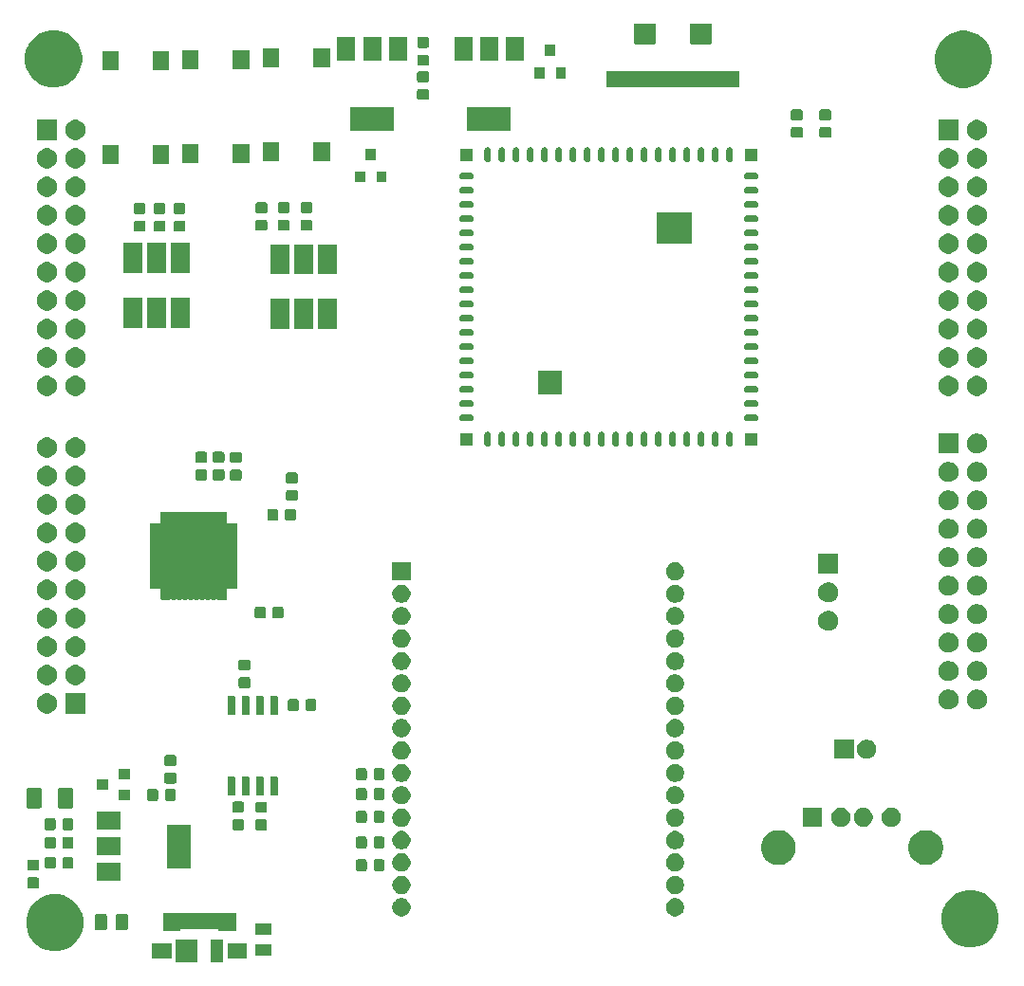
<source format=gbr>
G04 #@! TF.GenerationSoftware,KiCad,Pcbnew,5.1.5-52549c5~86~ubuntu18.04.1*
G04 #@! TF.CreationDate,2020-05-25T12:27:11-05:00*
G04 #@! TF.ProjectId,AICE,41494345-2e6b-4696-9361-645f70636258,rev?*
G04 #@! TF.SameCoordinates,Original*
G04 #@! TF.FileFunction,Soldermask,Top*
G04 #@! TF.FilePolarity,Negative*
%FSLAX46Y46*%
G04 Gerber Fmt 4.6, Leading zero omitted, Abs format (unit mm)*
G04 Created by KiCad (PCBNEW 5.1.5-52549c5~86~ubuntu18.04.1) date 2020-05-25 12:27:11*
%MOMM*%
%LPD*%
G04 APERTURE LIST*
%ADD10C,0.100000*%
G04 APERTURE END LIST*
D10*
G36*
X52281000Y-148301000D02*
G01*
X51179000Y-148301000D01*
X51179000Y-146299000D01*
X52281000Y-146299000D01*
X52281000Y-148301000D01*
G37*
G36*
X49981000Y-148301000D02*
G01*
X48079000Y-148301000D01*
X48079000Y-146299000D01*
X49981000Y-146299000D01*
X49981000Y-148301000D01*
G37*
G36*
X47681000Y-148001000D02*
G01*
X45929000Y-148001000D01*
X45929000Y-146599000D01*
X47681000Y-146599000D01*
X47681000Y-148001000D01*
G37*
G36*
X54431000Y-148001000D02*
G01*
X52679000Y-148001000D01*
X52679000Y-146599000D01*
X54431000Y-146599000D01*
X54431000Y-148001000D01*
G37*
G36*
X56464468Y-146703565D02*
G01*
X56503138Y-146715296D01*
X56538777Y-146734346D01*
X56570017Y-146759983D01*
X56595654Y-146791223D01*
X56614704Y-146826862D01*
X56626435Y-146865532D01*
X56631000Y-146911888D01*
X56631000Y-147563112D01*
X56626435Y-147609468D01*
X56614704Y-147648138D01*
X56595654Y-147683777D01*
X56570017Y-147715017D01*
X56538777Y-147740654D01*
X56503138Y-147759704D01*
X56464468Y-147771435D01*
X56418112Y-147776000D01*
X55341888Y-147776000D01*
X55295532Y-147771435D01*
X55256862Y-147759704D01*
X55221223Y-147740654D01*
X55189983Y-147715017D01*
X55164346Y-147683777D01*
X55145296Y-147648138D01*
X55133565Y-147609468D01*
X55129000Y-147563112D01*
X55129000Y-146911888D01*
X55133565Y-146865532D01*
X55145296Y-146826862D01*
X55164346Y-146791223D01*
X55189983Y-146759983D01*
X55221223Y-146734346D01*
X55256862Y-146715296D01*
X55295532Y-146703565D01*
X55341888Y-146699000D01*
X56418112Y-146699000D01*
X56464468Y-146703565D01*
G37*
G36*
X38024098Y-142347033D02*
G01*
X38488350Y-142539332D01*
X38488352Y-142539333D01*
X38906168Y-142818509D01*
X39261491Y-143173832D01*
X39540667Y-143591648D01*
X39540668Y-143591650D01*
X39732967Y-144055902D01*
X39831000Y-144548747D01*
X39831000Y-145051253D01*
X39732967Y-145544098D01*
X39540668Y-146008350D01*
X39540667Y-146008352D01*
X39261491Y-146426168D01*
X38906168Y-146781491D01*
X38488352Y-147060667D01*
X38488351Y-147060668D01*
X38488350Y-147060668D01*
X38024098Y-147252967D01*
X37531253Y-147351000D01*
X37028747Y-147351000D01*
X36535902Y-147252967D01*
X36071650Y-147060668D01*
X36071649Y-147060668D01*
X36071648Y-147060667D01*
X35653832Y-146781491D01*
X35298509Y-146426168D01*
X35019333Y-146008352D01*
X35019332Y-146008350D01*
X34827033Y-145544098D01*
X34729000Y-145051253D01*
X34729000Y-144548747D01*
X34827033Y-144055902D01*
X35019332Y-143591650D01*
X35019333Y-143591648D01*
X35298509Y-143173832D01*
X35653832Y-142818509D01*
X36071648Y-142539333D01*
X36071650Y-142539332D01*
X36535902Y-142347033D01*
X37028747Y-142249000D01*
X37531253Y-142249000D01*
X38024098Y-142347033D01*
G37*
G36*
X119694098Y-141997033D02*
G01*
X120158350Y-142189332D01*
X120158352Y-142189333D01*
X120576168Y-142468509D01*
X120931491Y-142823832D01*
X121170970Y-143182238D01*
X121210668Y-143241650D01*
X121402967Y-143705902D01*
X121501000Y-144198747D01*
X121501000Y-144701253D01*
X121402967Y-145194098D01*
X121221686Y-145631750D01*
X121210667Y-145658352D01*
X120931491Y-146076168D01*
X120576168Y-146431491D01*
X120158352Y-146710667D01*
X120158351Y-146710668D01*
X120158350Y-146710668D01*
X119694098Y-146902967D01*
X119201253Y-147001000D01*
X118698747Y-147001000D01*
X118205902Y-146902967D01*
X117741650Y-146710668D01*
X117741649Y-146710668D01*
X117741648Y-146710667D01*
X117323832Y-146431491D01*
X116968509Y-146076168D01*
X116689333Y-145658352D01*
X116678314Y-145631750D01*
X116497033Y-145194098D01*
X116399000Y-144701253D01*
X116399000Y-144198747D01*
X116497033Y-143705902D01*
X116689332Y-143241650D01*
X116729030Y-143182238D01*
X116968509Y-142823832D01*
X117323832Y-142468509D01*
X117741648Y-142189333D01*
X117741650Y-142189332D01*
X118205902Y-141997033D01*
X118698747Y-141899000D01*
X119201253Y-141899000D01*
X119694098Y-141997033D01*
G37*
G36*
X56464468Y-144828565D02*
G01*
X56503138Y-144840296D01*
X56538777Y-144859346D01*
X56570017Y-144884983D01*
X56595654Y-144916223D01*
X56614704Y-144951862D01*
X56626435Y-144990532D01*
X56631000Y-145036888D01*
X56631000Y-145688112D01*
X56626435Y-145734468D01*
X56614704Y-145773138D01*
X56595654Y-145808777D01*
X56570017Y-145840017D01*
X56538777Y-145865654D01*
X56503138Y-145884704D01*
X56464468Y-145896435D01*
X56418112Y-145901000D01*
X55341888Y-145901000D01*
X55295532Y-145896435D01*
X55256862Y-145884704D01*
X55221223Y-145865654D01*
X55189983Y-145840017D01*
X55164346Y-145808777D01*
X55145296Y-145773138D01*
X55133565Y-145734468D01*
X55129000Y-145688112D01*
X55129000Y-145036888D01*
X55133565Y-144990532D01*
X55145296Y-144951862D01*
X55164346Y-144916223D01*
X55189983Y-144884983D01*
X55221223Y-144859346D01*
X55256862Y-144840296D01*
X55295532Y-144828565D01*
X55341888Y-144824000D01*
X56418112Y-144824000D01*
X56464468Y-144828565D01*
G37*
G36*
X53431000Y-145551000D02*
G01*
X51904000Y-145551000D01*
X51904000Y-145505999D01*
X51901598Y-145481613D01*
X51894485Y-145458164D01*
X51882934Y-145436553D01*
X51867389Y-145417611D01*
X51848447Y-145402066D01*
X51826836Y-145390515D01*
X51803387Y-145383402D01*
X51779001Y-145381000D01*
X48580999Y-145381000D01*
X48556613Y-145383402D01*
X48533164Y-145390515D01*
X48511553Y-145402066D01*
X48492611Y-145417611D01*
X48477066Y-145436553D01*
X48465515Y-145458164D01*
X48458402Y-145481613D01*
X48456000Y-145505999D01*
X48456000Y-145551000D01*
X46929000Y-145551000D01*
X46929000Y-143899000D01*
X53431000Y-143899000D01*
X53431000Y-145551000D01*
G37*
G36*
X43629468Y-143993565D02*
G01*
X43668138Y-144005296D01*
X43703777Y-144024346D01*
X43735017Y-144049983D01*
X43760654Y-144081223D01*
X43779704Y-144116862D01*
X43791435Y-144155532D01*
X43796000Y-144201888D01*
X43796000Y-145278112D01*
X43791435Y-145324468D01*
X43779704Y-145363138D01*
X43760654Y-145398777D01*
X43735017Y-145430017D01*
X43703777Y-145455654D01*
X43668138Y-145474704D01*
X43629468Y-145486435D01*
X43583112Y-145491000D01*
X42931888Y-145491000D01*
X42885532Y-145486435D01*
X42846862Y-145474704D01*
X42811223Y-145455654D01*
X42779983Y-145430017D01*
X42754346Y-145398777D01*
X42735296Y-145363138D01*
X42723565Y-145324468D01*
X42719000Y-145278112D01*
X42719000Y-144201888D01*
X42723565Y-144155532D01*
X42735296Y-144116862D01*
X42754346Y-144081223D01*
X42779983Y-144049983D01*
X42811223Y-144024346D01*
X42846862Y-144005296D01*
X42885532Y-143993565D01*
X42931888Y-143989000D01*
X43583112Y-143989000D01*
X43629468Y-143993565D01*
G37*
G36*
X41754468Y-143993565D02*
G01*
X41793138Y-144005296D01*
X41828777Y-144024346D01*
X41860017Y-144049983D01*
X41885654Y-144081223D01*
X41904704Y-144116862D01*
X41916435Y-144155532D01*
X41921000Y-144201888D01*
X41921000Y-145278112D01*
X41916435Y-145324468D01*
X41904704Y-145363138D01*
X41885654Y-145398777D01*
X41860017Y-145430017D01*
X41828777Y-145455654D01*
X41793138Y-145474704D01*
X41754468Y-145486435D01*
X41708112Y-145491000D01*
X41056888Y-145491000D01*
X41010532Y-145486435D01*
X40971862Y-145474704D01*
X40936223Y-145455654D01*
X40904983Y-145430017D01*
X40879346Y-145398777D01*
X40860296Y-145363138D01*
X40848565Y-145324468D01*
X40844000Y-145278112D01*
X40844000Y-144201888D01*
X40848565Y-144155532D01*
X40860296Y-144116862D01*
X40879346Y-144081223D01*
X40904983Y-144049983D01*
X40936223Y-144024346D01*
X40971862Y-144005296D01*
X41010532Y-143993565D01*
X41056888Y-143989000D01*
X41708112Y-143989000D01*
X41754468Y-143993565D01*
G37*
G36*
X68438382Y-142637622D02*
G01*
X68586341Y-142698909D01*
X68719495Y-142787879D01*
X68832741Y-142901125D01*
X68921711Y-143034279D01*
X68982998Y-143182238D01*
X69014240Y-143339305D01*
X69014240Y-143499455D01*
X68982998Y-143656522D01*
X68921711Y-143804481D01*
X68832741Y-143937635D01*
X68719495Y-144050881D01*
X68586341Y-144139851D01*
X68438382Y-144201138D01*
X68281315Y-144232380D01*
X68121165Y-144232380D01*
X67964098Y-144201138D01*
X67816139Y-144139851D01*
X67682985Y-144050881D01*
X67569739Y-143937635D01*
X67480769Y-143804481D01*
X67419482Y-143656522D01*
X67388240Y-143499455D01*
X67388240Y-143339305D01*
X67419482Y-143182238D01*
X67480769Y-143034279D01*
X67569739Y-142901125D01*
X67682985Y-142787879D01*
X67816139Y-142698909D01*
X67964098Y-142637622D01*
X68121165Y-142606380D01*
X68281315Y-142606380D01*
X68438382Y-142637622D01*
G37*
G36*
X92838382Y-142637622D02*
G01*
X92986341Y-142698909D01*
X93119495Y-142787879D01*
X93232741Y-142901125D01*
X93321711Y-143034279D01*
X93382998Y-143182238D01*
X93414240Y-143339305D01*
X93414240Y-143499455D01*
X93382998Y-143656522D01*
X93321711Y-143804481D01*
X93232741Y-143937635D01*
X93119495Y-144050881D01*
X92986341Y-144139851D01*
X92838382Y-144201138D01*
X92681315Y-144232380D01*
X92521165Y-144232380D01*
X92364098Y-144201138D01*
X92216139Y-144139851D01*
X92082985Y-144050881D01*
X91969739Y-143937635D01*
X91880769Y-143804481D01*
X91819482Y-143656522D01*
X91788240Y-143499455D01*
X91788240Y-143339305D01*
X91819482Y-143182238D01*
X91880769Y-143034279D01*
X91969739Y-142901125D01*
X92082985Y-142787879D01*
X92216139Y-142698909D01*
X92364098Y-142637622D01*
X92521165Y-142606380D01*
X92681315Y-142606380D01*
X92838382Y-142637622D01*
G37*
G36*
X92838382Y-140637622D02*
G01*
X92986341Y-140698909D01*
X93119495Y-140787879D01*
X93232741Y-140901125D01*
X93321711Y-141034279D01*
X93382998Y-141182238D01*
X93414240Y-141339305D01*
X93414240Y-141499455D01*
X93382998Y-141656522D01*
X93321711Y-141804481D01*
X93232741Y-141937635D01*
X93119495Y-142050881D01*
X92986341Y-142139851D01*
X92838382Y-142201138D01*
X92681315Y-142232380D01*
X92521165Y-142232380D01*
X92364098Y-142201138D01*
X92216139Y-142139851D01*
X92082985Y-142050881D01*
X91969739Y-141937635D01*
X91880769Y-141804481D01*
X91819482Y-141656522D01*
X91788240Y-141499455D01*
X91788240Y-141339305D01*
X91819482Y-141182238D01*
X91880769Y-141034279D01*
X91969739Y-140901125D01*
X92082985Y-140787879D01*
X92216139Y-140698909D01*
X92364098Y-140637622D01*
X92521165Y-140606380D01*
X92681315Y-140606380D01*
X92838382Y-140637622D01*
G37*
G36*
X68438382Y-140637622D02*
G01*
X68586341Y-140698909D01*
X68719495Y-140787879D01*
X68832741Y-140901125D01*
X68921711Y-141034279D01*
X68982998Y-141182238D01*
X69014240Y-141339305D01*
X69014240Y-141499455D01*
X68982998Y-141656522D01*
X68921711Y-141804481D01*
X68832741Y-141937635D01*
X68719495Y-142050881D01*
X68586341Y-142139851D01*
X68438382Y-142201138D01*
X68281315Y-142232380D01*
X68121165Y-142232380D01*
X67964098Y-142201138D01*
X67816139Y-142139851D01*
X67682985Y-142050881D01*
X67569739Y-141937635D01*
X67480769Y-141804481D01*
X67419482Y-141656522D01*
X67388240Y-141499455D01*
X67388240Y-141339305D01*
X67419482Y-141182238D01*
X67480769Y-141034279D01*
X67569739Y-140901125D01*
X67682985Y-140787879D01*
X67816139Y-140698909D01*
X67964098Y-140637622D01*
X68121165Y-140606380D01*
X68281315Y-140606380D01*
X68438382Y-140637622D01*
G37*
G36*
X35729591Y-140753085D02*
G01*
X35763569Y-140763393D01*
X35794890Y-140780134D01*
X35822339Y-140802661D01*
X35844866Y-140830110D01*
X35861607Y-140861431D01*
X35871915Y-140895409D01*
X35876000Y-140936890D01*
X35876000Y-141538110D01*
X35871915Y-141579591D01*
X35861607Y-141613569D01*
X35844866Y-141644890D01*
X35822339Y-141672339D01*
X35794890Y-141694866D01*
X35763569Y-141711607D01*
X35729591Y-141721915D01*
X35688110Y-141726000D01*
X35011890Y-141726000D01*
X34970409Y-141721915D01*
X34936431Y-141711607D01*
X34905110Y-141694866D01*
X34877661Y-141672339D01*
X34855134Y-141644890D01*
X34838393Y-141613569D01*
X34828085Y-141579591D01*
X34824000Y-141538110D01*
X34824000Y-140936890D01*
X34828085Y-140895409D01*
X34838393Y-140861431D01*
X34855134Y-140830110D01*
X34877661Y-140802661D01*
X34905110Y-140780134D01*
X34936431Y-140763393D01*
X34970409Y-140753085D01*
X35011890Y-140749000D01*
X35688110Y-140749000D01*
X35729591Y-140753085D01*
G37*
G36*
X43101000Y-141081000D02*
G01*
X40999000Y-141081000D01*
X40999000Y-139479000D01*
X43101000Y-139479000D01*
X43101000Y-141081000D01*
G37*
G36*
X92838382Y-138637622D02*
G01*
X92986341Y-138698909D01*
X93119495Y-138787879D01*
X93232741Y-138901125D01*
X93321711Y-139034279D01*
X93382998Y-139182238D01*
X93414240Y-139339305D01*
X93414240Y-139499455D01*
X93382998Y-139656522D01*
X93321711Y-139804481D01*
X93232741Y-139937635D01*
X93119495Y-140050881D01*
X92986341Y-140139851D01*
X92838382Y-140201138D01*
X92681315Y-140232380D01*
X92521165Y-140232380D01*
X92364098Y-140201138D01*
X92216139Y-140139851D01*
X92082985Y-140050881D01*
X91969739Y-139937635D01*
X91880769Y-139804481D01*
X91819482Y-139656522D01*
X91788240Y-139499455D01*
X91788240Y-139339305D01*
X91819482Y-139182238D01*
X91880769Y-139034279D01*
X91969739Y-138901125D01*
X92082985Y-138787879D01*
X92216139Y-138698909D01*
X92364098Y-138637622D01*
X92521165Y-138606380D01*
X92681315Y-138606380D01*
X92838382Y-138637622D01*
G37*
G36*
X68438382Y-138637622D02*
G01*
X68586341Y-138698909D01*
X68719495Y-138787879D01*
X68832741Y-138901125D01*
X68921711Y-139034279D01*
X68982998Y-139182238D01*
X69014240Y-139339305D01*
X69014240Y-139499455D01*
X68982998Y-139656522D01*
X68921711Y-139804481D01*
X68832741Y-139937635D01*
X68719495Y-140050881D01*
X68586341Y-140139851D01*
X68438382Y-140201138D01*
X68281315Y-140232380D01*
X68121165Y-140232380D01*
X67964098Y-140201138D01*
X67816139Y-140139851D01*
X67682985Y-140050881D01*
X67569739Y-139937635D01*
X67480769Y-139804481D01*
X67419482Y-139656522D01*
X67388240Y-139499455D01*
X67388240Y-139339305D01*
X67419482Y-139182238D01*
X67480769Y-139034279D01*
X67569739Y-138901125D01*
X67682985Y-138787879D01*
X67816139Y-138698909D01*
X67964098Y-138637622D01*
X68121165Y-138606380D01*
X68281315Y-138606380D01*
X68438382Y-138637622D01*
G37*
G36*
X64969831Y-139139465D02*
G01*
X65003809Y-139149773D01*
X65035130Y-139166514D01*
X65062579Y-139189041D01*
X65085106Y-139216490D01*
X65101847Y-139247811D01*
X65112155Y-139281789D01*
X65116240Y-139323270D01*
X65116240Y-139999490D01*
X65112155Y-140040971D01*
X65101847Y-140074949D01*
X65085106Y-140106270D01*
X65062579Y-140133719D01*
X65035130Y-140156246D01*
X65003809Y-140172987D01*
X64969831Y-140183295D01*
X64928350Y-140187380D01*
X64327130Y-140187380D01*
X64285649Y-140183295D01*
X64251671Y-140172987D01*
X64220350Y-140156246D01*
X64192901Y-140133719D01*
X64170374Y-140106270D01*
X64153633Y-140074949D01*
X64143325Y-140040971D01*
X64139240Y-139999490D01*
X64139240Y-139323270D01*
X64143325Y-139281789D01*
X64153633Y-139247811D01*
X64170374Y-139216490D01*
X64192901Y-139189041D01*
X64220350Y-139166514D01*
X64251671Y-139149773D01*
X64285649Y-139139465D01*
X64327130Y-139135380D01*
X64928350Y-139135380D01*
X64969831Y-139139465D01*
G37*
G36*
X66544831Y-139139465D02*
G01*
X66578809Y-139149773D01*
X66610130Y-139166514D01*
X66637579Y-139189041D01*
X66660106Y-139216490D01*
X66676847Y-139247811D01*
X66687155Y-139281789D01*
X66691240Y-139323270D01*
X66691240Y-139999490D01*
X66687155Y-140040971D01*
X66676847Y-140074949D01*
X66660106Y-140106270D01*
X66637579Y-140133719D01*
X66610130Y-140156246D01*
X66578809Y-140172987D01*
X66544831Y-140183295D01*
X66503350Y-140187380D01*
X65902130Y-140187380D01*
X65860649Y-140183295D01*
X65826671Y-140172987D01*
X65795350Y-140156246D01*
X65767901Y-140133719D01*
X65745374Y-140106270D01*
X65728633Y-140074949D01*
X65718325Y-140040971D01*
X65714240Y-139999490D01*
X65714240Y-139323270D01*
X65718325Y-139281789D01*
X65728633Y-139247811D01*
X65745374Y-139216490D01*
X65767901Y-139189041D01*
X65795350Y-139166514D01*
X65826671Y-139149773D01*
X65860649Y-139139465D01*
X65902130Y-139135380D01*
X66503350Y-139135380D01*
X66544831Y-139139465D01*
G37*
G36*
X35729591Y-139178085D02*
G01*
X35763569Y-139188393D01*
X35794890Y-139205134D01*
X35822339Y-139227661D01*
X35844866Y-139255110D01*
X35861607Y-139286431D01*
X35871915Y-139320409D01*
X35876000Y-139361890D01*
X35876000Y-139963110D01*
X35871915Y-140004591D01*
X35861607Y-140038569D01*
X35844866Y-140069890D01*
X35822339Y-140097339D01*
X35794890Y-140119866D01*
X35763569Y-140136607D01*
X35729591Y-140146915D01*
X35688110Y-140151000D01*
X35011890Y-140151000D01*
X34970409Y-140146915D01*
X34936431Y-140136607D01*
X34905110Y-140119866D01*
X34877661Y-140097339D01*
X34855134Y-140069890D01*
X34838393Y-140038569D01*
X34828085Y-140004591D01*
X34824000Y-139963110D01*
X34824000Y-139361890D01*
X34828085Y-139320409D01*
X34838393Y-139286431D01*
X34855134Y-139255110D01*
X34877661Y-139227661D01*
X34905110Y-139205134D01*
X34936431Y-139188393D01*
X34970409Y-139178085D01*
X35011890Y-139174000D01*
X35688110Y-139174000D01*
X35729591Y-139178085D01*
G37*
G36*
X38792091Y-138928085D02*
G01*
X38826069Y-138938393D01*
X38857390Y-138955134D01*
X38884839Y-138977661D01*
X38907366Y-139005110D01*
X38924107Y-139036431D01*
X38934415Y-139070409D01*
X38938500Y-139111890D01*
X38938500Y-139788110D01*
X38934415Y-139829591D01*
X38924107Y-139863569D01*
X38907366Y-139894890D01*
X38884839Y-139922339D01*
X38857390Y-139944866D01*
X38826069Y-139961607D01*
X38792091Y-139971915D01*
X38750610Y-139976000D01*
X38149390Y-139976000D01*
X38107909Y-139971915D01*
X38073931Y-139961607D01*
X38042610Y-139944866D01*
X38015161Y-139922339D01*
X37992634Y-139894890D01*
X37975893Y-139863569D01*
X37965585Y-139829591D01*
X37961500Y-139788110D01*
X37961500Y-139111890D01*
X37965585Y-139070409D01*
X37975893Y-139036431D01*
X37992634Y-139005110D01*
X38015161Y-138977661D01*
X38042610Y-138955134D01*
X38073931Y-138938393D01*
X38107909Y-138928085D01*
X38149390Y-138924000D01*
X38750610Y-138924000D01*
X38792091Y-138928085D01*
G37*
G36*
X37217091Y-138928085D02*
G01*
X37251069Y-138938393D01*
X37282390Y-138955134D01*
X37309839Y-138977661D01*
X37332366Y-139005110D01*
X37349107Y-139036431D01*
X37359415Y-139070409D01*
X37363500Y-139111890D01*
X37363500Y-139788110D01*
X37359415Y-139829591D01*
X37349107Y-139863569D01*
X37332366Y-139894890D01*
X37309839Y-139922339D01*
X37282390Y-139944866D01*
X37251069Y-139961607D01*
X37217091Y-139971915D01*
X37175610Y-139976000D01*
X36574390Y-139976000D01*
X36532909Y-139971915D01*
X36498931Y-139961607D01*
X36467610Y-139944866D01*
X36440161Y-139922339D01*
X36417634Y-139894890D01*
X36400893Y-139863569D01*
X36390585Y-139829591D01*
X36386500Y-139788110D01*
X36386500Y-139111890D01*
X36390585Y-139070409D01*
X36400893Y-139036431D01*
X36417634Y-139005110D01*
X36440161Y-138977661D01*
X36467610Y-138955134D01*
X36498931Y-138938393D01*
X36532909Y-138928085D01*
X36574390Y-138924000D01*
X37175610Y-138924000D01*
X37217091Y-138928085D01*
G37*
G36*
X49401000Y-139931000D02*
G01*
X47299000Y-139931000D01*
X47299000Y-136029000D01*
X49401000Y-136029000D01*
X49401000Y-139931000D01*
G37*
G36*
X115272585Y-136568802D02*
G01*
X115422410Y-136598604D01*
X115704674Y-136715521D01*
X115958705Y-136885259D01*
X116174741Y-137101295D01*
X116344479Y-137355326D01*
X116461396Y-137637590D01*
X116461396Y-137637591D01*
X116515807Y-137911130D01*
X116521000Y-137937240D01*
X116521000Y-138242760D01*
X116461396Y-138542410D01*
X116344479Y-138824674D01*
X116174741Y-139078705D01*
X115958705Y-139294741D01*
X115704674Y-139464479D01*
X115422410Y-139581396D01*
X115272585Y-139611198D01*
X115122761Y-139641000D01*
X114817239Y-139641000D01*
X114667415Y-139611198D01*
X114517590Y-139581396D01*
X114235326Y-139464479D01*
X113981295Y-139294741D01*
X113765259Y-139078705D01*
X113595521Y-138824674D01*
X113478604Y-138542410D01*
X113419000Y-138242760D01*
X113419000Y-137937240D01*
X113424194Y-137911130D01*
X113478604Y-137637591D01*
X113478604Y-137637590D01*
X113595521Y-137355326D01*
X113765259Y-137101295D01*
X113981295Y-136885259D01*
X114235326Y-136715521D01*
X114517590Y-136598604D01*
X114667415Y-136568802D01*
X114817239Y-136539000D01*
X115122761Y-136539000D01*
X115272585Y-136568802D01*
G37*
G36*
X102132585Y-136568802D02*
G01*
X102282410Y-136598604D01*
X102564674Y-136715521D01*
X102818705Y-136885259D01*
X103034741Y-137101295D01*
X103204479Y-137355326D01*
X103321396Y-137637590D01*
X103321396Y-137637591D01*
X103375807Y-137911130D01*
X103381000Y-137937240D01*
X103381000Y-138242760D01*
X103321396Y-138542410D01*
X103204479Y-138824674D01*
X103034741Y-139078705D01*
X102818705Y-139294741D01*
X102564674Y-139464479D01*
X102282410Y-139581396D01*
X102132585Y-139611198D01*
X101982761Y-139641000D01*
X101677239Y-139641000D01*
X101527415Y-139611198D01*
X101377590Y-139581396D01*
X101095326Y-139464479D01*
X100841295Y-139294741D01*
X100625259Y-139078705D01*
X100455521Y-138824674D01*
X100338604Y-138542410D01*
X100279000Y-138242760D01*
X100279000Y-137937240D01*
X100284194Y-137911130D01*
X100338604Y-137637591D01*
X100338604Y-137637590D01*
X100455521Y-137355326D01*
X100625259Y-137101295D01*
X100841295Y-136885259D01*
X101095326Y-136715521D01*
X101377590Y-136598604D01*
X101527415Y-136568802D01*
X101677239Y-136539000D01*
X101982761Y-136539000D01*
X102132585Y-136568802D01*
G37*
G36*
X43101000Y-138781000D02*
G01*
X40999000Y-138781000D01*
X40999000Y-137179000D01*
X43101000Y-137179000D01*
X43101000Y-138781000D01*
G37*
G36*
X68438382Y-136637622D02*
G01*
X68586341Y-136698909D01*
X68719495Y-136787879D01*
X68832741Y-136901125D01*
X68921711Y-137034279D01*
X68982998Y-137182238D01*
X69014240Y-137339305D01*
X69014240Y-137499455D01*
X68982998Y-137656522D01*
X68921711Y-137804481D01*
X68832741Y-137937635D01*
X68719495Y-138050881D01*
X68586341Y-138139851D01*
X68438382Y-138201138D01*
X68281315Y-138232380D01*
X68121165Y-138232380D01*
X67964098Y-138201138D01*
X67816139Y-138139851D01*
X67682985Y-138050881D01*
X67569739Y-137937635D01*
X67480769Y-137804481D01*
X67419482Y-137656522D01*
X67388240Y-137499455D01*
X67388240Y-137339305D01*
X67419482Y-137182238D01*
X67480769Y-137034279D01*
X67569739Y-136901125D01*
X67682985Y-136787879D01*
X67816139Y-136698909D01*
X67964098Y-136637622D01*
X68121165Y-136606380D01*
X68281315Y-136606380D01*
X68438382Y-136637622D01*
G37*
G36*
X92838382Y-136637622D02*
G01*
X92986341Y-136698909D01*
X93119495Y-136787879D01*
X93232741Y-136901125D01*
X93321711Y-137034279D01*
X93382998Y-137182238D01*
X93414240Y-137339305D01*
X93414240Y-137499455D01*
X93382998Y-137656522D01*
X93321711Y-137804481D01*
X93232741Y-137937635D01*
X93119495Y-138050881D01*
X92986341Y-138139851D01*
X92838382Y-138201138D01*
X92681315Y-138232380D01*
X92521165Y-138232380D01*
X92364098Y-138201138D01*
X92216139Y-138139851D01*
X92082985Y-138050881D01*
X91969739Y-137937635D01*
X91880769Y-137804481D01*
X91819482Y-137656522D01*
X91788240Y-137499455D01*
X91788240Y-137339305D01*
X91819482Y-137182238D01*
X91880769Y-137034279D01*
X91969739Y-136901125D01*
X92082985Y-136787879D01*
X92216139Y-136698909D01*
X92364098Y-136637622D01*
X92521165Y-136606380D01*
X92681315Y-136606380D01*
X92838382Y-136637622D01*
G37*
G36*
X38779591Y-137128085D02*
G01*
X38813569Y-137138393D01*
X38844890Y-137155134D01*
X38872339Y-137177661D01*
X38894866Y-137205110D01*
X38911607Y-137236431D01*
X38921915Y-137270409D01*
X38926000Y-137311890D01*
X38926000Y-137988110D01*
X38921915Y-138029591D01*
X38911607Y-138063569D01*
X38894866Y-138094890D01*
X38872339Y-138122339D01*
X38844890Y-138144866D01*
X38813569Y-138161607D01*
X38779591Y-138171915D01*
X38738110Y-138176000D01*
X38136890Y-138176000D01*
X38095409Y-138171915D01*
X38061431Y-138161607D01*
X38030110Y-138144866D01*
X38002661Y-138122339D01*
X37980134Y-138094890D01*
X37963393Y-138063569D01*
X37953085Y-138029591D01*
X37949000Y-137988110D01*
X37949000Y-137311890D01*
X37953085Y-137270409D01*
X37963393Y-137236431D01*
X37980134Y-137205110D01*
X38002661Y-137177661D01*
X38030110Y-137155134D01*
X38061431Y-137138393D01*
X38095409Y-137128085D01*
X38136890Y-137124000D01*
X38738110Y-137124000D01*
X38779591Y-137128085D01*
G37*
G36*
X37204591Y-137128085D02*
G01*
X37238569Y-137138393D01*
X37269890Y-137155134D01*
X37297339Y-137177661D01*
X37319866Y-137205110D01*
X37336607Y-137236431D01*
X37346915Y-137270409D01*
X37351000Y-137311890D01*
X37351000Y-137988110D01*
X37346915Y-138029591D01*
X37336607Y-138063569D01*
X37319866Y-138094890D01*
X37297339Y-138122339D01*
X37269890Y-138144866D01*
X37238569Y-138161607D01*
X37204591Y-138171915D01*
X37163110Y-138176000D01*
X36561890Y-138176000D01*
X36520409Y-138171915D01*
X36486431Y-138161607D01*
X36455110Y-138144866D01*
X36427661Y-138122339D01*
X36405134Y-138094890D01*
X36388393Y-138063569D01*
X36378085Y-138029591D01*
X36374000Y-137988110D01*
X36374000Y-137311890D01*
X36378085Y-137270409D01*
X36388393Y-137236431D01*
X36405134Y-137205110D01*
X36427661Y-137177661D01*
X36455110Y-137155134D01*
X36486431Y-137138393D01*
X36520409Y-137128085D01*
X36561890Y-137124000D01*
X37163110Y-137124000D01*
X37204591Y-137128085D01*
G37*
G36*
X66544831Y-137107465D02*
G01*
X66578809Y-137117773D01*
X66610130Y-137134514D01*
X66637579Y-137157041D01*
X66660106Y-137184490D01*
X66676847Y-137215811D01*
X66687155Y-137249789D01*
X66691240Y-137291270D01*
X66691240Y-137967490D01*
X66687155Y-138008971D01*
X66676847Y-138042949D01*
X66660106Y-138074270D01*
X66637579Y-138101719D01*
X66610130Y-138124246D01*
X66578809Y-138140987D01*
X66544831Y-138151295D01*
X66503350Y-138155380D01*
X65902130Y-138155380D01*
X65860649Y-138151295D01*
X65826671Y-138140987D01*
X65795350Y-138124246D01*
X65767901Y-138101719D01*
X65745374Y-138074270D01*
X65728633Y-138042949D01*
X65718325Y-138008971D01*
X65714240Y-137967490D01*
X65714240Y-137291270D01*
X65718325Y-137249789D01*
X65728633Y-137215811D01*
X65745374Y-137184490D01*
X65767901Y-137157041D01*
X65795350Y-137134514D01*
X65826671Y-137117773D01*
X65860649Y-137107465D01*
X65902130Y-137103380D01*
X66503350Y-137103380D01*
X66544831Y-137107465D01*
G37*
G36*
X64969831Y-137107465D02*
G01*
X65003809Y-137117773D01*
X65035130Y-137134514D01*
X65062579Y-137157041D01*
X65085106Y-137184490D01*
X65101847Y-137215811D01*
X65112155Y-137249789D01*
X65116240Y-137291270D01*
X65116240Y-137967490D01*
X65112155Y-138008971D01*
X65101847Y-138042949D01*
X65085106Y-138074270D01*
X65062579Y-138101719D01*
X65035130Y-138124246D01*
X65003809Y-138140987D01*
X64969831Y-138151295D01*
X64928350Y-138155380D01*
X64327130Y-138155380D01*
X64285649Y-138151295D01*
X64251671Y-138140987D01*
X64220350Y-138124246D01*
X64192901Y-138101719D01*
X64170374Y-138074270D01*
X64153633Y-138042949D01*
X64143325Y-138008971D01*
X64139240Y-137967490D01*
X64139240Y-137291270D01*
X64143325Y-137249789D01*
X64153633Y-137215811D01*
X64170374Y-137184490D01*
X64192901Y-137157041D01*
X64220350Y-137134514D01*
X64251671Y-137117773D01*
X64285649Y-137107465D01*
X64327130Y-137103380D01*
X64928350Y-137103380D01*
X64969831Y-137107465D01*
G37*
G36*
X56073591Y-135567085D02*
G01*
X56107569Y-135577393D01*
X56138890Y-135594134D01*
X56166339Y-135616661D01*
X56188866Y-135644110D01*
X56205607Y-135675431D01*
X56215915Y-135709409D01*
X56220000Y-135750890D01*
X56220000Y-136352110D01*
X56215915Y-136393591D01*
X56205607Y-136427569D01*
X56188866Y-136458890D01*
X56166339Y-136486339D01*
X56138890Y-136508866D01*
X56107569Y-136525607D01*
X56073591Y-136535915D01*
X56032110Y-136540000D01*
X55355890Y-136540000D01*
X55314409Y-136535915D01*
X55280431Y-136525607D01*
X55249110Y-136508866D01*
X55221661Y-136486339D01*
X55199134Y-136458890D01*
X55182393Y-136427569D01*
X55172085Y-136393591D01*
X55168000Y-136352110D01*
X55168000Y-135750890D01*
X55172085Y-135709409D01*
X55182393Y-135675431D01*
X55199134Y-135644110D01*
X55221661Y-135616661D01*
X55249110Y-135594134D01*
X55280431Y-135577393D01*
X55314409Y-135567085D01*
X55355890Y-135563000D01*
X56032110Y-135563000D01*
X56073591Y-135567085D01*
G37*
G36*
X54011591Y-135557085D02*
G01*
X54045569Y-135567393D01*
X54076890Y-135584134D01*
X54104339Y-135606661D01*
X54126866Y-135634110D01*
X54143607Y-135665431D01*
X54153915Y-135699409D01*
X54158000Y-135740890D01*
X54158000Y-136342110D01*
X54153915Y-136383591D01*
X54143607Y-136417569D01*
X54126866Y-136448890D01*
X54104339Y-136476339D01*
X54076890Y-136498866D01*
X54045569Y-136515607D01*
X54011591Y-136525915D01*
X53970110Y-136530000D01*
X53293890Y-136530000D01*
X53252409Y-136525915D01*
X53218431Y-136515607D01*
X53187110Y-136498866D01*
X53159661Y-136476339D01*
X53137134Y-136448890D01*
X53120393Y-136417569D01*
X53110085Y-136383591D01*
X53106000Y-136342110D01*
X53106000Y-135740890D01*
X53110085Y-135699409D01*
X53120393Y-135665431D01*
X53137134Y-135634110D01*
X53159661Y-135606661D01*
X53187110Y-135584134D01*
X53218431Y-135567393D01*
X53252409Y-135557085D01*
X53293890Y-135553000D01*
X53970110Y-135553000D01*
X54011591Y-135557085D01*
G37*
G36*
X38779591Y-135478085D02*
G01*
X38813569Y-135488393D01*
X38844890Y-135505134D01*
X38872339Y-135527661D01*
X38894866Y-135555110D01*
X38911607Y-135586431D01*
X38921915Y-135620409D01*
X38926000Y-135661890D01*
X38926000Y-136338110D01*
X38921915Y-136379591D01*
X38911607Y-136413569D01*
X38894866Y-136444890D01*
X38872339Y-136472339D01*
X38844890Y-136494866D01*
X38813569Y-136511607D01*
X38779591Y-136521915D01*
X38738110Y-136526000D01*
X38136890Y-136526000D01*
X38095409Y-136521915D01*
X38061431Y-136511607D01*
X38030110Y-136494866D01*
X38002661Y-136472339D01*
X37980134Y-136444890D01*
X37963393Y-136413569D01*
X37953085Y-136379591D01*
X37949000Y-136338110D01*
X37949000Y-135661890D01*
X37953085Y-135620409D01*
X37963393Y-135586431D01*
X37980134Y-135555110D01*
X38002661Y-135527661D01*
X38030110Y-135505134D01*
X38061431Y-135488393D01*
X38095409Y-135478085D01*
X38136890Y-135474000D01*
X38738110Y-135474000D01*
X38779591Y-135478085D01*
G37*
G36*
X37204591Y-135478085D02*
G01*
X37238569Y-135488393D01*
X37269890Y-135505134D01*
X37297339Y-135527661D01*
X37319866Y-135555110D01*
X37336607Y-135586431D01*
X37346915Y-135620409D01*
X37351000Y-135661890D01*
X37351000Y-136338110D01*
X37346915Y-136379591D01*
X37336607Y-136413569D01*
X37319866Y-136444890D01*
X37297339Y-136472339D01*
X37269890Y-136494866D01*
X37238569Y-136511607D01*
X37204591Y-136521915D01*
X37163110Y-136526000D01*
X36561890Y-136526000D01*
X36520409Y-136521915D01*
X36486431Y-136511607D01*
X36455110Y-136494866D01*
X36427661Y-136472339D01*
X36405134Y-136444890D01*
X36388393Y-136413569D01*
X36378085Y-136379591D01*
X36374000Y-136338110D01*
X36374000Y-135661890D01*
X36378085Y-135620409D01*
X36388393Y-135586431D01*
X36405134Y-135555110D01*
X36427661Y-135527661D01*
X36455110Y-135505134D01*
X36486431Y-135488393D01*
X36520409Y-135478085D01*
X36561890Y-135474000D01*
X37163110Y-135474000D01*
X37204591Y-135478085D01*
G37*
G36*
X43101000Y-136481000D02*
G01*
X40999000Y-136481000D01*
X40999000Y-134879000D01*
X43101000Y-134879000D01*
X43101000Y-136481000D01*
G37*
G36*
X92838382Y-134637622D02*
G01*
X92986341Y-134698909D01*
X93119495Y-134787879D01*
X93232741Y-134901125D01*
X93321711Y-135034279D01*
X93382998Y-135182238D01*
X93414240Y-135339305D01*
X93414240Y-135499455D01*
X93382998Y-135656522D01*
X93321711Y-135804481D01*
X93232741Y-135937635D01*
X93119495Y-136050881D01*
X92986341Y-136139851D01*
X92838382Y-136201138D01*
X92681315Y-136232380D01*
X92521165Y-136232380D01*
X92364098Y-136201138D01*
X92216139Y-136139851D01*
X92082985Y-136050881D01*
X91969739Y-135937635D01*
X91880769Y-135804481D01*
X91819482Y-135656522D01*
X91788240Y-135499455D01*
X91788240Y-135339305D01*
X91819482Y-135182238D01*
X91880769Y-135034279D01*
X91969739Y-134901125D01*
X92082985Y-134787879D01*
X92216139Y-134698909D01*
X92364098Y-134637622D01*
X92521165Y-134606380D01*
X92681315Y-134606380D01*
X92838382Y-134637622D01*
G37*
G36*
X68438382Y-134637622D02*
G01*
X68586341Y-134698909D01*
X68719495Y-134787879D01*
X68832741Y-134901125D01*
X68921711Y-135034279D01*
X68982998Y-135182238D01*
X69014240Y-135339305D01*
X69014240Y-135499455D01*
X68982998Y-135656522D01*
X68921711Y-135804481D01*
X68832741Y-135937635D01*
X68719495Y-136050881D01*
X68586341Y-136139851D01*
X68438382Y-136201138D01*
X68281315Y-136232380D01*
X68121165Y-136232380D01*
X67964098Y-136201138D01*
X67816139Y-136139851D01*
X67682985Y-136050881D01*
X67569739Y-135937635D01*
X67480769Y-135804481D01*
X67419482Y-135656522D01*
X67388240Y-135499455D01*
X67388240Y-135339305D01*
X67419482Y-135182238D01*
X67480769Y-135034279D01*
X67569739Y-134901125D01*
X67682985Y-134787879D01*
X67816139Y-134698909D01*
X67964098Y-134637622D01*
X68121165Y-134606380D01*
X68281315Y-134606380D01*
X68438382Y-134637622D01*
G37*
G36*
X109648228Y-134561703D02*
G01*
X109803100Y-134625853D01*
X109942481Y-134718985D01*
X110061015Y-134837519D01*
X110154147Y-134976900D01*
X110218297Y-135131772D01*
X110251000Y-135296184D01*
X110251000Y-135463816D01*
X110218297Y-135628228D01*
X110154147Y-135783100D01*
X110061015Y-135922481D01*
X109942481Y-136041015D01*
X109803100Y-136134147D01*
X109648228Y-136198297D01*
X109483816Y-136231000D01*
X109316184Y-136231000D01*
X109151772Y-136198297D01*
X108996900Y-136134147D01*
X108857519Y-136041015D01*
X108738985Y-135922481D01*
X108645853Y-135783100D01*
X108581703Y-135628228D01*
X108549000Y-135463816D01*
X108549000Y-135296184D01*
X108581703Y-135131772D01*
X108645853Y-134976900D01*
X108738985Y-134837519D01*
X108857519Y-134718985D01*
X108996900Y-134625853D01*
X109151772Y-134561703D01*
X109316184Y-134529000D01*
X109483816Y-134529000D01*
X109648228Y-134561703D01*
G37*
G36*
X112148228Y-134561703D02*
G01*
X112303100Y-134625853D01*
X112442481Y-134718985D01*
X112561015Y-134837519D01*
X112654147Y-134976900D01*
X112718297Y-135131772D01*
X112751000Y-135296184D01*
X112751000Y-135463816D01*
X112718297Y-135628228D01*
X112654147Y-135783100D01*
X112561015Y-135922481D01*
X112442481Y-136041015D01*
X112303100Y-136134147D01*
X112148228Y-136198297D01*
X111983816Y-136231000D01*
X111816184Y-136231000D01*
X111651772Y-136198297D01*
X111496900Y-136134147D01*
X111357519Y-136041015D01*
X111238985Y-135922481D01*
X111145853Y-135783100D01*
X111081703Y-135628228D01*
X111049000Y-135463816D01*
X111049000Y-135296184D01*
X111081703Y-135131772D01*
X111145853Y-134976900D01*
X111238985Y-134837519D01*
X111357519Y-134718985D01*
X111496900Y-134625853D01*
X111651772Y-134561703D01*
X111816184Y-134529000D01*
X111983816Y-134529000D01*
X112148228Y-134561703D01*
G37*
G36*
X107648228Y-134561703D02*
G01*
X107803100Y-134625853D01*
X107942481Y-134718985D01*
X108061015Y-134837519D01*
X108154147Y-134976900D01*
X108218297Y-135131772D01*
X108251000Y-135296184D01*
X108251000Y-135463816D01*
X108218297Y-135628228D01*
X108154147Y-135783100D01*
X108061015Y-135922481D01*
X107942481Y-136041015D01*
X107803100Y-136134147D01*
X107648228Y-136198297D01*
X107483816Y-136231000D01*
X107316184Y-136231000D01*
X107151772Y-136198297D01*
X106996900Y-136134147D01*
X106857519Y-136041015D01*
X106738985Y-135922481D01*
X106645853Y-135783100D01*
X106581703Y-135628228D01*
X106549000Y-135463816D01*
X106549000Y-135296184D01*
X106581703Y-135131772D01*
X106645853Y-134976900D01*
X106738985Y-134837519D01*
X106857519Y-134718985D01*
X106996900Y-134625853D01*
X107151772Y-134561703D01*
X107316184Y-134529000D01*
X107483816Y-134529000D01*
X107648228Y-134561703D01*
G37*
G36*
X105751000Y-136231000D02*
G01*
X104049000Y-136231000D01*
X104049000Y-134529000D01*
X105751000Y-134529000D01*
X105751000Y-136231000D01*
G37*
G36*
X64969831Y-134821465D02*
G01*
X65003809Y-134831773D01*
X65035130Y-134848514D01*
X65062579Y-134871041D01*
X65085106Y-134898490D01*
X65101847Y-134929811D01*
X65112155Y-134963789D01*
X65116240Y-135005270D01*
X65116240Y-135681490D01*
X65112155Y-135722971D01*
X65101847Y-135756949D01*
X65085106Y-135788270D01*
X65062579Y-135815719D01*
X65035130Y-135838246D01*
X65003809Y-135854987D01*
X64969831Y-135865295D01*
X64928350Y-135869380D01*
X64327130Y-135869380D01*
X64285649Y-135865295D01*
X64251671Y-135854987D01*
X64220350Y-135838246D01*
X64192901Y-135815719D01*
X64170374Y-135788270D01*
X64153633Y-135756949D01*
X64143325Y-135722971D01*
X64139240Y-135681490D01*
X64139240Y-135005270D01*
X64143325Y-134963789D01*
X64153633Y-134929811D01*
X64170374Y-134898490D01*
X64192901Y-134871041D01*
X64220350Y-134848514D01*
X64251671Y-134831773D01*
X64285649Y-134821465D01*
X64327130Y-134817380D01*
X64928350Y-134817380D01*
X64969831Y-134821465D01*
G37*
G36*
X66544831Y-134821465D02*
G01*
X66578809Y-134831773D01*
X66610130Y-134848514D01*
X66637579Y-134871041D01*
X66660106Y-134898490D01*
X66676847Y-134929811D01*
X66687155Y-134963789D01*
X66691240Y-135005270D01*
X66691240Y-135681490D01*
X66687155Y-135722971D01*
X66676847Y-135756949D01*
X66660106Y-135788270D01*
X66637579Y-135815719D01*
X66610130Y-135838246D01*
X66578809Y-135854987D01*
X66544831Y-135865295D01*
X66503350Y-135869380D01*
X65902130Y-135869380D01*
X65860649Y-135865295D01*
X65826671Y-135854987D01*
X65795350Y-135838246D01*
X65767901Y-135815719D01*
X65745374Y-135788270D01*
X65728633Y-135756949D01*
X65718325Y-135722971D01*
X65714240Y-135681490D01*
X65714240Y-135005270D01*
X65718325Y-134963789D01*
X65728633Y-134929811D01*
X65745374Y-134898490D01*
X65767901Y-134871041D01*
X65795350Y-134848514D01*
X65826671Y-134831773D01*
X65860649Y-134821465D01*
X65902130Y-134817380D01*
X66503350Y-134817380D01*
X66544831Y-134821465D01*
G37*
G36*
X56073591Y-133992085D02*
G01*
X56107569Y-134002393D01*
X56138890Y-134019134D01*
X56166339Y-134041661D01*
X56188866Y-134069110D01*
X56205607Y-134100431D01*
X56215915Y-134134409D01*
X56220000Y-134175890D01*
X56220000Y-134777110D01*
X56215915Y-134818591D01*
X56205607Y-134852569D01*
X56188866Y-134883890D01*
X56166339Y-134911339D01*
X56138890Y-134933866D01*
X56107569Y-134950607D01*
X56073591Y-134960915D01*
X56032110Y-134965000D01*
X55355890Y-134965000D01*
X55314409Y-134960915D01*
X55280431Y-134950607D01*
X55249110Y-134933866D01*
X55221661Y-134911339D01*
X55199134Y-134883890D01*
X55182393Y-134852569D01*
X55172085Y-134818591D01*
X55168000Y-134777110D01*
X55168000Y-134175890D01*
X55172085Y-134134409D01*
X55182393Y-134100431D01*
X55199134Y-134069110D01*
X55221661Y-134041661D01*
X55249110Y-134019134D01*
X55280431Y-134002393D01*
X55314409Y-133992085D01*
X55355890Y-133988000D01*
X56032110Y-133988000D01*
X56073591Y-133992085D01*
G37*
G36*
X54011591Y-133982085D02*
G01*
X54045569Y-133992393D01*
X54076890Y-134009134D01*
X54104339Y-134031661D01*
X54126866Y-134059110D01*
X54143607Y-134090431D01*
X54153915Y-134124409D01*
X54158000Y-134165890D01*
X54158000Y-134767110D01*
X54153915Y-134808591D01*
X54143607Y-134842569D01*
X54126866Y-134873890D01*
X54104339Y-134901339D01*
X54076890Y-134923866D01*
X54045569Y-134940607D01*
X54011591Y-134950915D01*
X53970110Y-134955000D01*
X53293890Y-134955000D01*
X53252409Y-134950915D01*
X53218431Y-134940607D01*
X53187110Y-134923866D01*
X53159661Y-134901339D01*
X53137134Y-134873890D01*
X53120393Y-134842569D01*
X53110085Y-134808591D01*
X53106000Y-134767110D01*
X53106000Y-134165890D01*
X53110085Y-134124409D01*
X53120393Y-134090431D01*
X53137134Y-134059110D01*
X53159661Y-134031661D01*
X53187110Y-134009134D01*
X53218431Y-133992393D01*
X53252409Y-133982085D01*
X53293890Y-133978000D01*
X53970110Y-133978000D01*
X54011591Y-133982085D01*
G37*
G36*
X35946104Y-132738347D02*
G01*
X35982644Y-132749432D01*
X36016321Y-132767433D01*
X36045841Y-132791659D01*
X36070067Y-132821179D01*
X36088068Y-132854856D01*
X36099153Y-132891396D01*
X36103500Y-132935538D01*
X36103500Y-134384462D01*
X36099153Y-134428604D01*
X36088068Y-134465144D01*
X36070067Y-134498821D01*
X36045841Y-134528341D01*
X36016321Y-134552567D01*
X35982644Y-134570568D01*
X35946104Y-134581653D01*
X35901962Y-134586000D01*
X34953038Y-134586000D01*
X34908896Y-134581653D01*
X34872356Y-134570568D01*
X34838679Y-134552567D01*
X34809159Y-134528341D01*
X34784933Y-134498821D01*
X34766932Y-134465144D01*
X34755847Y-134428604D01*
X34751500Y-134384462D01*
X34751500Y-132935538D01*
X34755847Y-132891396D01*
X34766932Y-132854856D01*
X34784933Y-132821179D01*
X34809159Y-132791659D01*
X34838679Y-132767433D01*
X34872356Y-132749432D01*
X34908896Y-132738347D01*
X34953038Y-132734000D01*
X35901962Y-132734000D01*
X35946104Y-132738347D01*
G37*
G36*
X38746104Y-132738347D02*
G01*
X38782644Y-132749432D01*
X38816321Y-132767433D01*
X38845841Y-132791659D01*
X38870067Y-132821179D01*
X38888068Y-132854856D01*
X38899153Y-132891396D01*
X38903500Y-132935538D01*
X38903500Y-134384462D01*
X38899153Y-134428604D01*
X38888068Y-134465144D01*
X38870067Y-134498821D01*
X38845841Y-134528341D01*
X38816321Y-134552567D01*
X38782644Y-134570568D01*
X38746104Y-134581653D01*
X38701962Y-134586000D01*
X37753038Y-134586000D01*
X37708896Y-134581653D01*
X37672356Y-134570568D01*
X37638679Y-134552567D01*
X37609159Y-134528341D01*
X37584933Y-134498821D01*
X37566932Y-134465144D01*
X37555847Y-134428604D01*
X37551500Y-134384462D01*
X37551500Y-132935538D01*
X37555847Y-132891396D01*
X37566932Y-132854856D01*
X37584933Y-132821179D01*
X37609159Y-132791659D01*
X37638679Y-132767433D01*
X37672356Y-132749432D01*
X37708896Y-132738347D01*
X37753038Y-132734000D01*
X38701962Y-132734000D01*
X38746104Y-132738347D01*
G37*
G36*
X68438382Y-132637622D02*
G01*
X68586341Y-132698909D01*
X68719495Y-132787879D01*
X68832741Y-132901125D01*
X68921711Y-133034279D01*
X68982998Y-133182238D01*
X69014240Y-133339305D01*
X69014240Y-133499455D01*
X68982998Y-133656522D01*
X68921711Y-133804481D01*
X68832741Y-133937635D01*
X68719495Y-134050881D01*
X68586341Y-134139851D01*
X68438382Y-134201138D01*
X68281315Y-134232380D01*
X68121165Y-134232380D01*
X67964098Y-134201138D01*
X67816139Y-134139851D01*
X67682985Y-134050881D01*
X67569739Y-133937635D01*
X67480769Y-133804481D01*
X67419482Y-133656522D01*
X67388240Y-133499455D01*
X67388240Y-133339305D01*
X67419482Y-133182238D01*
X67480769Y-133034279D01*
X67569739Y-132901125D01*
X67682985Y-132787879D01*
X67816139Y-132698909D01*
X67964098Y-132637622D01*
X68121165Y-132606380D01*
X68281315Y-132606380D01*
X68438382Y-132637622D01*
G37*
G36*
X92838382Y-132637622D02*
G01*
X92986341Y-132698909D01*
X93119495Y-132787879D01*
X93232741Y-132901125D01*
X93321711Y-133034279D01*
X93382998Y-133182238D01*
X93414240Y-133339305D01*
X93414240Y-133499455D01*
X93382998Y-133656522D01*
X93321711Y-133804481D01*
X93232741Y-133937635D01*
X93119495Y-134050881D01*
X92986341Y-134139851D01*
X92838382Y-134201138D01*
X92681315Y-134232380D01*
X92521165Y-134232380D01*
X92364098Y-134201138D01*
X92216139Y-134139851D01*
X92082985Y-134050881D01*
X91969739Y-133937635D01*
X91880769Y-133804481D01*
X91819482Y-133656522D01*
X91788240Y-133499455D01*
X91788240Y-133339305D01*
X91819482Y-133182238D01*
X91880769Y-133034279D01*
X91969739Y-132901125D01*
X92082985Y-132787879D01*
X92216139Y-132698909D01*
X92364098Y-132637622D01*
X92521165Y-132606380D01*
X92681315Y-132606380D01*
X92838382Y-132637622D01*
G37*
G36*
X47927091Y-132868085D02*
G01*
X47961069Y-132878393D01*
X47992390Y-132895134D01*
X48019839Y-132917661D01*
X48042366Y-132945110D01*
X48059107Y-132976431D01*
X48069415Y-133010409D01*
X48073500Y-133051890D01*
X48073500Y-133728110D01*
X48069415Y-133769591D01*
X48059107Y-133803569D01*
X48042366Y-133834890D01*
X48019839Y-133862339D01*
X47992390Y-133884866D01*
X47961069Y-133901607D01*
X47927091Y-133911915D01*
X47885610Y-133916000D01*
X47284390Y-133916000D01*
X47242909Y-133911915D01*
X47208931Y-133901607D01*
X47177610Y-133884866D01*
X47150161Y-133862339D01*
X47127634Y-133834890D01*
X47110893Y-133803569D01*
X47100585Y-133769591D01*
X47096500Y-133728110D01*
X47096500Y-133051890D01*
X47100585Y-133010409D01*
X47110893Y-132976431D01*
X47127634Y-132945110D01*
X47150161Y-132917661D01*
X47177610Y-132895134D01*
X47208931Y-132878393D01*
X47242909Y-132868085D01*
X47284390Y-132864000D01*
X47885610Y-132864000D01*
X47927091Y-132868085D01*
G37*
G36*
X46352091Y-132868085D02*
G01*
X46386069Y-132878393D01*
X46417390Y-132895134D01*
X46444839Y-132917661D01*
X46467366Y-132945110D01*
X46484107Y-132976431D01*
X46494415Y-133010409D01*
X46498500Y-133051890D01*
X46498500Y-133728110D01*
X46494415Y-133769591D01*
X46484107Y-133803569D01*
X46467366Y-133834890D01*
X46444839Y-133862339D01*
X46417390Y-133884866D01*
X46386069Y-133901607D01*
X46352091Y-133911915D01*
X46310610Y-133916000D01*
X45709390Y-133916000D01*
X45667909Y-133911915D01*
X45633931Y-133901607D01*
X45602610Y-133884866D01*
X45575161Y-133862339D01*
X45552634Y-133834890D01*
X45535893Y-133803569D01*
X45525585Y-133769591D01*
X45521500Y-133728110D01*
X45521500Y-133051890D01*
X45525585Y-133010409D01*
X45535893Y-132976431D01*
X45552634Y-132945110D01*
X45575161Y-132917661D01*
X45602610Y-132895134D01*
X45633931Y-132878393D01*
X45667909Y-132868085D01*
X45709390Y-132864000D01*
X46310610Y-132864000D01*
X46352091Y-132868085D01*
G37*
G36*
X44011000Y-133851000D02*
G01*
X43009000Y-133851000D01*
X43009000Y-132949000D01*
X44011000Y-132949000D01*
X44011000Y-133851000D01*
G37*
G36*
X66544831Y-132789465D02*
G01*
X66578809Y-132799773D01*
X66610130Y-132816514D01*
X66637579Y-132839041D01*
X66660106Y-132866490D01*
X66676847Y-132897811D01*
X66687155Y-132931789D01*
X66691240Y-132973270D01*
X66691240Y-133649490D01*
X66687155Y-133690971D01*
X66676847Y-133724949D01*
X66660106Y-133756270D01*
X66637579Y-133783719D01*
X66610130Y-133806246D01*
X66578809Y-133822987D01*
X66544831Y-133833295D01*
X66503350Y-133837380D01*
X65902130Y-133837380D01*
X65860649Y-133833295D01*
X65826671Y-133822987D01*
X65795350Y-133806246D01*
X65767901Y-133783719D01*
X65745374Y-133756270D01*
X65728633Y-133724949D01*
X65718325Y-133690971D01*
X65714240Y-133649490D01*
X65714240Y-132973270D01*
X65718325Y-132931789D01*
X65728633Y-132897811D01*
X65745374Y-132866490D01*
X65767901Y-132839041D01*
X65795350Y-132816514D01*
X65826671Y-132799773D01*
X65860649Y-132789465D01*
X65902130Y-132785380D01*
X66503350Y-132785380D01*
X66544831Y-132789465D01*
G37*
G36*
X64969831Y-132789465D02*
G01*
X65003809Y-132799773D01*
X65035130Y-132816514D01*
X65062579Y-132839041D01*
X65085106Y-132866490D01*
X65101847Y-132897811D01*
X65112155Y-132931789D01*
X65116240Y-132973270D01*
X65116240Y-133649490D01*
X65112155Y-133690971D01*
X65101847Y-133724949D01*
X65085106Y-133756270D01*
X65062579Y-133783719D01*
X65035130Y-133806246D01*
X65003809Y-133822987D01*
X64969831Y-133833295D01*
X64928350Y-133837380D01*
X64327130Y-133837380D01*
X64285649Y-133833295D01*
X64251671Y-133822987D01*
X64220350Y-133806246D01*
X64192901Y-133783719D01*
X64170374Y-133756270D01*
X64153633Y-133724949D01*
X64143325Y-133690971D01*
X64139240Y-133649490D01*
X64139240Y-132973270D01*
X64143325Y-132931789D01*
X64153633Y-132897811D01*
X64170374Y-132866490D01*
X64192901Y-132839041D01*
X64220350Y-132816514D01*
X64251671Y-132799773D01*
X64285649Y-132789465D01*
X64327130Y-132785380D01*
X64928350Y-132785380D01*
X64969831Y-132789465D01*
G37*
G36*
X55822928Y-131737764D02*
G01*
X55844009Y-131744160D01*
X55863445Y-131754548D01*
X55880476Y-131768524D01*
X55894452Y-131785555D01*
X55904840Y-131804991D01*
X55911236Y-131826072D01*
X55914000Y-131854140D01*
X55914000Y-133317860D01*
X55911236Y-133345928D01*
X55904840Y-133367009D01*
X55894452Y-133386445D01*
X55880476Y-133403476D01*
X55863445Y-133417452D01*
X55844009Y-133427840D01*
X55822928Y-133434236D01*
X55794860Y-133437000D01*
X55331140Y-133437000D01*
X55303072Y-133434236D01*
X55281991Y-133427840D01*
X55262555Y-133417452D01*
X55245524Y-133403476D01*
X55231548Y-133386445D01*
X55221160Y-133367009D01*
X55214764Y-133345928D01*
X55212000Y-133317860D01*
X55212000Y-131854140D01*
X55214764Y-131826072D01*
X55221160Y-131804991D01*
X55231548Y-131785555D01*
X55245524Y-131768524D01*
X55262555Y-131754548D01*
X55281991Y-131744160D01*
X55303072Y-131737764D01*
X55331140Y-131735000D01*
X55794860Y-131735000D01*
X55822928Y-131737764D01*
G37*
G36*
X54552928Y-131737764D02*
G01*
X54574009Y-131744160D01*
X54593445Y-131754548D01*
X54610476Y-131768524D01*
X54624452Y-131785555D01*
X54634840Y-131804991D01*
X54641236Y-131826072D01*
X54644000Y-131854140D01*
X54644000Y-133317860D01*
X54641236Y-133345928D01*
X54634840Y-133367009D01*
X54624452Y-133386445D01*
X54610476Y-133403476D01*
X54593445Y-133417452D01*
X54574009Y-133427840D01*
X54552928Y-133434236D01*
X54524860Y-133437000D01*
X54061140Y-133437000D01*
X54033072Y-133434236D01*
X54011991Y-133427840D01*
X53992555Y-133417452D01*
X53975524Y-133403476D01*
X53961548Y-133386445D01*
X53951160Y-133367009D01*
X53944764Y-133345928D01*
X53942000Y-133317860D01*
X53942000Y-131854140D01*
X53944764Y-131826072D01*
X53951160Y-131804991D01*
X53961548Y-131785555D01*
X53975524Y-131768524D01*
X53992555Y-131754548D01*
X54011991Y-131744160D01*
X54033072Y-131737764D01*
X54061140Y-131735000D01*
X54524860Y-131735000D01*
X54552928Y-131737764D01*
G37*
G36*
X53282928Y-131737764D02*
G01*
X53304009Y-131744160D01*
X53323445Y-131754548D01*
X53340476Y-131768524D01*
X53354452Y-131785555D01*
X53364840Y-131804991D01*
X53371236Y-131826072D01*
X53374000Y-131854140D01*
X53374000Y-133317860D01*
X53371236Y-133345928D01*
X53364840Y-133367009D01*
X53354452Y-133386445D01*
X53340476Y-133403476D01*
X53323445Y-133417452D01*
X53304009Y-133427840D01*
X53282928Y-133434236D01*
X53254860Y-133437000D01*
X52791140Y-133437000D01*
X52763072Y-133434236D01*
X52741991Y-133427840D01*
X52722555Y-133417452D01*
X52705524Y-133403476D01*
X52691548Y-133386445D01*
X52681160Y-133367009D01*
X52674764Y-133345928D01*
X52672000Y-133317860D01*
X52672000Y-131854140D01*
X52674764Y-131826072D01*
X52681160Y-131804991D01*
X52691548Y-131785555D01*
X52705524Y-131768524D01*
X52722555Y-131754548D01*
X52741991Y-131744160D01*
X52763072Y-131737764D01*
X52791140Y-131735000D01*
X53254860Y-131735000D01*
X53282928Y-131737764D01*
G37*
G36*
X57092928Y-131737764D02*
G01*
X57114009Y-131744160D01*
X57133445Y-131754548D01*
X57150476Y-131768524D01*
X57164452Y-131785555D01*
X57174840Y-131804991D01*
X57181236Y-131826072D01*
X57184000Y-131854140D01*
X57184000Y-133317860D01*
X57181236Y-133345928D01*
X57174840Y-133367009D01*
X57164452Y-133386445D01*
X57150476Y-133403476D01*
X57133445Y-133417452D01*
X57114009Y-133427840D01*
X57092928Y-133434236D01*
X57064860Y-133437000D01*
X56601140Y-133437000D01*
X56573072Y-133434236D01*
X56551991Y-133427840D01*
X56532555Y-133417452D01*
X56515524Y-133403476D01*
X56501548Y-133386445D01*
X56491160Y-133367009D01*
X56484764Y-133345928D01*
X56482000Y-133317860D01*
X56482000Y-131854140D01*
X56484764Y-131826072D01*
X56491160Y-131804991D01*
X56501548Y-131785555D01*
X56515524Y-131768524D01*
X56532555Y-131754548D01*
X56551991Y-131744160D01*
X56573072Y-131737764D01*
X56601140Y-131735000D01*
X57064860Y-131735000D01*
X57092928Y-131737764D01*
G37*
G36*
X42011000Y-132901000D02*
G01*
X41009000Y-132901000D01*
X41009000Y-131999000D01*
X42011000Y-131999000D01*
X42011000Y-132901000D01*
G37*
G36*
X47969591Y-131405585D02*
G01*
X48003569Y-131415893D01*
X48034890Y-131432634D01*
X48062339Y-131455161D01*
X48084866Y-131482610D01*
X48101607Y-131513931D01*
X48111915Y-131547909D01*
X48116000Y-131589390D01*
X48116000Y-132190610D01*
X48111915Y-132232091D01*
X48101607Y-132266069D01*
X48084866Y-132297390D01*
X48062339Y-132324839D01*
X48034890Y-132347366D01*
X48003569Y-132364107D01*
X47969591Y-132374415D01*
X47928110Y-132378500D01*
X47251890Y-132378500D01*
X47210409Y-132374415D01*
X47176431Y-132364107D01*
X47145110Y-132347366D01*
X47117661Y-132324839D01*
X47095134Y-132297390D01*
X47078393Y-132266069D01*
X47068085Y-132232091D01*
X47064000Y-132190610D01*
X47064000Y-131589390D01*
X47068085Y-131547909D01*
X47078393Y-131513931D01*
X47095134Y-131482610D01*
X47117661Y-131455161D01*
X47145110Y-131432634D01*
X47176431Y-131415893D01*
X47210409Y-131405585D01*
X47251890Y-131401500D01*
X47928110Y-131401500D01*
X47969591Y-131405585D01*
G37*
G36*
X68438382Y-130637622D02*
G01*
X68586341Y-130698909D01*
X68719495Y-130787879D01*
X68832741Y-130901125D01*
X68921711Y-131034279D01*
X68982998Y-131182238D01*
X69014240Y-131339305D01*
X69014240Y-131499455D01*
X68982998Y-131656522D01*
X68921711Y-131804481D01*
X68832741Y-131937635D01*
X68719495Y-132050881D01*
X68586341Y-132139851D01*
X68438382Y-132201138D01*
X68281315Y-132232380D01*
X68121165Y-132232380D01*
X67964098Y-132201138D01*
X67816139Y-132139851D01*
X67682985Y-132050881D01*
X67569739Y-131937635D01*
X67480769Y-131804481D01*
X67419482Y-131656522D01*
X67388240Y-131499455D01*
X67388240Y-131339305D01*
X67419482Y-131182238D01*
X67480769Y-131034279D01*
X67569739Y-130901125D01*
X67682985Y-130787879D01*
X67816139Y-130698909D01*
X67964098Y-130637622D01*
X68121165Y-130606380D01*
X68281315Y-130606380D01*
X68438382Y-130637622D01*
G37*
G36*
X92838382Y-130637622D02*
G01*
X92986341Y-130698909D01*
X93119495Y-130787879D01*
X93232741Y-130901125D01*
X93321711Y-131034279D01*
X93382998Y-131182238D01*
X93414240Y-131339305D01*
X93414240Y-131499455D01*
X93382998Y-131656522D01*
X93321711Y-131804481D01*
X93232741Y-131937635D01*
X93119495Y-132050881D01*
X92986341Y-132139851D01*
X92838382Y-132201138D01*
X92681315Y-132232380D01*
X92521165Y-132232380D01*
X92364098Y-132201138D01*
X92216139Y-132139851D01*
X92082985Y-132050881D01*
X91969739Y-131937635D01*
X91880769Y-131804481D01*
X91819482Y-131656522D01*
X91788240Y-131499455D01*
X91788240Y-131339305D01*
X91819482Y-131182238D01*
X91880769Y-131034279D01*
X91969739Y-130901125D01*
X92082985Y-130787879D01*
X92216139Y-130698909D01*
X92364098Y-130637622D01*
X92521165Y-130606380D01*
X92681315Y-130606380D01*
X92838382Y-130637622D01*
G37*
G36*
X64969831Y-131011465D02*
G01*
X65003809Y-131021773D01*
X65035130Y-131038514D01*
X65062579Y-131061041D01*
X65085106Y-131088490D01*
X65101847Y-131119811D01*
X65112155Y-131153789D01*
X65116240Y-131195270D01*
X65116240Y-131871490D01*
X65112155Y-131912971D01*
X65101847Y-131946949D01*
X65085106Y-131978270D01*
X65062579Y-132005719D01*
X65035130Y-132028246D01*
X65003809Y-132044987D01*
X64969831Y-132055295D01*
X64928350Y-132059380D01*
X64327130Y-132059380D01*
X64285649Y-132055295D01*
X64251671Y-132044987D01*
X64220350Y-132028246D01*
X64192901Y-132005719D01*
X64170374Y-131978270D01*
X64153633Y-131946949D01*
X64143325Y-131912971D01*
X64139240Y-131871490D01*
X64139240Y-131195270D01*
X64143325Y-131153789D01*
X64153633Y-131119811D01*
X64170374Y-131088490D01*
X64192901Y-131061041D01*
X64220350Y-131038514D01*
X64251671Y-131021773D01*
X64285649Y-131011465D01*
X64327130Y-131007380D01*
X64928350Y-131007380D01*
X64969831Y-131011465D01*
G37*
G36*
X66544831Y-131011465D02*
G01*
X66578809Y-131021773D01*
X66610130Y-131038514D01*
X66637579Y-131061041D01*
X66660106Y-131088490D01*
X66676847Y-131119811D01*
X66687155Y-131153789D01*
X66691240Y-131195270D01*
X66691240Y-131871490D01*
X66687155Y-131912971D01*
X66676847Y-131946949D01*
X66660106Y-131978270D01*
X66637579Y-132005719D01*
X66610130Y-132028246D01*
X66578809Y-132044987D01*
X66544831Y-132055295D01*
X66503350Y-132059380D01*
X65902130Y-132059380D01*
X65860649Y-132055295D01*
X65826671Y-132044987D01*
X65795350Y-132028246D01*
X65767901Y-132005719D01*
X65745374Y-131978270D01*
X65728633Y-131946949D01*
X65718325Y-131912971D01*
X65714240Y-131871490D01*
X65714240Y-131195270D01*
X65718325Y-131153789D01*
X65728633Y-131119811D01*
X65745374Y-131088490D01*
X65767901Y-131061041D01*
X65795350Y-131038514D01*
X65826671Y-131021773D01*
X65860649Y-131011465D01*
X65902130Y-131007380D01*
X66503350Y-131007380D01*
X66544831Y-131011465D01*
G37*
G36*
X44011000Y-131951000D02*
G01*
X43009000Y-131951000D01*
X43009000Y-131049000D01*
X44011000Y-131049000D01*
X44011000Y-131951000D01*
G37*
G36*
X47969591Y-129830585D02*
G01*
X48003569Y-129840893D01*
X48034890Y-129857634D01*
X48062339Y-129880161D01*
X48084866Y-129907610D01*
X48101607Y-129938931D01*
X48111915Y-129972909D01*
X48116000Y-130014390D01*
X48116000Y-130615610D01*
X48111915Y-130657091D01*
X48101607Y-130691069D01*
X48084866Y-130722390D01*
X48062339Y-130749839D01*
X48034890Y-130772366D01*
X48003569Y-130789107D01*
X47969591Y-130799415D01*
X47928110Y-130803500D01*
X47251890Y-130803500D01*
X47210409Y-130799415D01*
X47176431Y-130789107D01*
X47145110Y-130772366D01*
X47117661Y-130749839D01*
X47095134Y-130722390D01*
X47078393Y-130691069D01*
X47068085Y-130657091D01*
X47064000Y-130615610D01*
X47064000Y-130014390D01*
X47068085Y-129972909D01*
X47078393Y-129938931D01*
X47095134Y-129907610D01*
X47117661Y-129880161D01*
X47145110Y-129857634D01*
X47176431Y-129840893D01*
X47210409Y-129830585D01*
X47251890Y-129826500D01*
X47928110Y-129826500D01*
X47969591Y-129830585D01*
G37*
G36*
X68438382Y-128637622D02*
G01*
X68586341Y-128698909D01*
X68719495Y-128787879D01*
X68832741Y-128901125D01*
X68921711Y-129034279D01*
X68982998Y-129182238D01*
X69014240Y-129339305D01*
X69014240Y-129499455D01*
X68982998Y-129656522D01*
X68921711Y-129804481D01*
X68832741Y-129937635D01*
X68719495Y-130050881D01*
X68586341Y-130139851D01*
X68438382Y-130201138D01*
X68281315Y-130232380D01*
X68121165Y-130232380D01*
X67964098Y-130201138D01*
X67816139Y-130139851D01*
X67682985Y-130050881D01*
X67569739Y-129937635D01*
X67480769Y-129804481D01*
X67419482Y-129656522D01*
X67388240Y-129499455D01*
X67388240Y-129339305D01*
X67419482Y-129182238D01*
X67480769Y-129034279D01*
X67569739Y-128901125D01*
X67682985Y-128787879D01*
X67816139Y-128698909D01*
X67964098Y-128637622D01*
X68121165Y-128606380D01*
X68281315Y-128606380D01*
X68438382Y-128637622D01*
G37*
G36*
X92838382Y-128637622D02*
G01*
X92986341Y-128698909D01*
X93119495Y-128787879D01*
X93232741Y-128901125D01*
X93321711Y-129034279D01*
X93382998Y-129182238D01*
X93414240Y-129339305D01*
X93414240Y-129499455D01*
X93382998Y-129656522D01*
X93321711Y-129804481D01*
X93232741Y-129937635D01*
X93119495Y-130050881D01*
X92986341Y-130139851D01*
X92838382Y-130201138D01*
X92681315Y-130232380D01*
X92521165Y-130232380D01*
X92364098Y-130201138D01*
X92216139Y-130139851D01*
X92082985Y-130050881D01*
X91969739Y-129937635D01*
X91880769Y-129804481D01*
X91819482Y-129656522D01*
X91788240Y-129499455D01*
X91788240Y-129339305D01*
X91819482Y-129182238D01*
X91880769Y-129034279D01*
X91969739Y-128901125D01*
X92082985Y-128787879D01*
X92216139Y-128698909D01*
X92364098Y-128637622D01*
X92521165Y-128606380D01*
X92681315Y-128606380D01*
X92838382Y-128637622D01*
G37*
G36*
X109948228Y-128481703D02*
G01*
X110103100Y-128545853D01*
X110242481Y-128638985D01*
X110361015Y-128757519D01*
X110454147Y-128896900D01*
X110518297Y-129051772D01*
X110551000Y-129216184D01*
X110551000Y-129383816D01*
X110518297Y-129548228D01*
X110454147Y-129703100D01*
X110361015Y-129842481D01*
X110242481Y-129961015D01*
X110103100Y-130054147D01*
X109948228Y-130118297D01*
X109783816Y-130151000D01*
X109616184Y-130151000D01*
X109451772Y-130118297D01*
X109296900Y-130054147D01*
X109157519Y-129961015D01*
X109038985Y-129842481D01*
X108945853Y-129703100D01*
X108881703Y-129548228D01*
X108849000Y-129383816D01*
X108849000Y-129216184D01*
X108881703Y-129051772D01*
X108945853Y-128896900D01*
X109038985Y-128757519D01*
X109157519Y-128638985D01*
X109296900Y-128545853D01*
X109451772Y-128481703D01*
X109616184Y-128449000D01*
X109783816Y-128449000D01*
X109948228Y-128481703D01*
G37*
G36*
X108551000Y-130151000D02*
G01*
X106849000Y-130151000D01*
X106849000Y-128449000D01*
X108551000Y-128449000D01*
X108551000Y-130151000D01*
G37*
G36*
X92838382Y-126637622D02*
G01*
X92986341Y-126698909D01*
X93119495Y-126787879D01*
X93232741Y-126901125D01*
X93321711Y-127034279D01*
X93382998Y-127182238D01*
X93414240Y-127339305D01*
X93414240Y-127499455D01*
X93382998Y-127656522D01*
X93321711Y-127804481D01*
X93232741Y-127937635D01*
X93119495Y-128050881D01*
X92986341Y-128139851D01*
X92838382Y-128201138D01*
X92681315Y-128232380D01*
X92521165Y-128232380D01*
X92364098Y-128201138D01*
X92216139Y-128139851D01*
X92082985Y-128050881D01*
X91969739Y-127937635D01*
X91880769Y-127804481D01*
X91819482Y-127656522D01*
X91788240Y-127499455D01*
X91788240Y-127339305D01*
X91819482Y-127182238D01*
X91880769Y-127034279D01*
X91969739Y-126901125D01*
X92082985Y-126787879D01*
X92216139Y-126698909D01*
X92364098Y-126637622D01*
X92521165Y-126606380D01*
X92681315Y-126606380D01*
X92838382Y-126637622D01*
G37*
G36*
X68438382Y-126637622D02*
G01*
X68586341Y-126698909D01*
X68719495Y-126787879D01*
X68832741Y-126901125D01*
X68921711Y-127034279D01*
X68982998Y-127182238D01*
X69014240Y-127339305D01*
X69014240Y-127499455D01*
X68982998Y-127656522D01*
X68921711Y-127804481D01*
X68832741Y-127937635D01*
X68719495Y-128050881D01*
X68586341Y-128139851D01*
X68438382Y-128201138D01*
X68281315Y-128232380D01*
X68121165Y-128232380D01*
X67964098Y-128201138D01*
X67816139Y-128139851D01*
X67682985Y-128050881D01*
X67569739Y-127937635D01*
X67480769Y-127804481D01*
X67419482Y-127656522D01*
X67388240Y-127499455D01*
X67388240Y-127339305D01*
X67419482Y-127182238D01*
X67480769Y-127034279D01*
X67569739Y-126901125D01*
X67682985Y-126787879D01*
X67816139Y-126698909D01*
X67964098Y-126637622D01*
X68121165Y-126606380D01*
X68281315Y-126606380D01*
X68438382Y-126637622D01*
G37*
G36*
X54552928Y-124537764D02*
G01*
X54574009Y-124544160D01*
X54593445Y-124554548D01*
X54610476Y-124568524D01*
X54624452Y-124585555D01*
X54634840Y-124604991D01*
X54641236Y-124626072D01*
X54644000Y-124654140D01*
X54644000Y-126117860D01*
X54641236Y-126145928D01*
X54634840Y-126167009D01*
X54624452Y-126186445D01*
X54610476Y-126203476D01*
X54593445Y-126217452D01*
X54574009Y-126227840D01*
X54552928Y-126234236D01*
X54524860Y-126237000D01*
X54061140Y-126237000D01*
X54033072Y-126234236D01*
X54011991Y-126227840D01*
X53992555Y-126217452D01*
X53975524Y-126203476D01*
X53961548Y-126186445D01*
X53951160Y-126167009D01*
X53944764Y-126145928D01*
X53942000Y-126117860D01*
X53942000Y-124654140D01*
X53944764Y-124626072D01*
X53951160Y-124604991D01*
X53961548Y-124585555D01*
X53975524Y-124568524D01*
X53992555Y-124554548D01*
X54011991Y-124544160D01*
X54033072Y-124537764D01*
X54061140Y-124535000D01*
X54524860Y-124535000D01*
X54552928Y-124537764D01*
G37*
G36*
X57092928Y-124537764D02*
G01*
X57114009Y-124544160D01*
X57133445Y-124554548D01*
X57150476Y-124568524D01*
X57164452Y-124585555D01*
X57174840Y-124604991D01*
X57181236Y-124626072D01*
X57184000Y-124654140D01*
X57184000Y-126117860D01*
X57181236Y-126145928D01*
X57174840Y-126167009D01*
X57164452Y-126186445D01*
X57150476Y-126203476D01*
X57133445Y-126217452D01*
X57114009Y-126227840D01*
X57092928Y-126234236D01*
X57064860Y-126237000D01*
X56601140Y-126237000D01*
X56573072Y-126234236D01*
X56551991Y-126227840D01*
X56532555Y-126217452D01*
X56515524Y-126203476D01*
X56501548Y-126186445D01*
X56491160Y-126167009D01*
X56484764Y-126145928D01*
X56482000Y-126117860D01*
X56482000Y-124654140D01*
X56484764Y-124626072D01*
X56491160Y-124604991D01*
X56501548Y-124585555D01*
X56515524Y-124568524D01*
X56532555Y-124554548D01*
X56551991Y-124544160D01*
X56573072Y-124537764D01*
X56601140Y-124535000D01*
X57064860Y-124535000D01*
X57092928Y-124537764D01*
G37*
G36*
X53282928Y-124537764D02*
G01*
X53304009Y-124544160D01*
X53323445Y-124554548D01*
X53340476Y-124568524D01*
X53354452Y-124585555D01*
X53364840Y-124604991D01*
X53371236Y-124626072D01*
X53374000Y-124654140D01*
X53374000Y-126117860D01*
X53371236Y-126145928D01*
X53364840Y-126167009D01*
X53354452Y-126186445D01*
X53340476Y-126203476D01*
X53323445Y-126217452D01*
X53304009Y-126227840D01*
X53282928Y-126234236D01*
X53254860Y-126237000D01*
X52791140Y-126237000D01*
X52763072Y-126234236D01*
X52741991Y-126227840D01*
X52722555Y-126217452D01*
X52705524Y-126203476D01*
X52691548Y-126186445D01*
X52681160Y-126167009D01*
X52674764Y-126145928D01*
X52672000Y-126117860D01*
X52672000Y-124654140D01*
X52674764Y-124626072D01*
X52681160Y-124604991D01*
X52691548Y-124585555D01*
X52705524Y-124568524D01*
X52722555Y-124554548D01*
X52741991Y-124544160D01*
X52763072Y-124537764D01*
X52791140Y-124535000D01*
X53254860Y-124535000D01*
X53282928Y-124537764D01*
G37*
G36*
X55822928Y-124537764D02*
G01*
X55844009Y-124544160D01*
X55863445Y-124554548D01*
X55880476Y-124568524D01*
X55894452Y-124585555D01*
X55904840Y-124604991D01*
X55911236Y-124626072D01*
X55914000Y-124654140D01*
X55914000Y-126117860D01*
X55911236Y-126145928D01*
X55904840Y-126167009D01*
X55894452Y-126186445D01*
X55880476Y-126203476D01*
X55863445Y-126217452D01*
X55844009Y-126227840D01*
X55822928Y-126234236D01*
X55794860Y-126237000D01*
X55331140Y-126237000D01*
X55303072Y-126234236D01*
X55281991Y-126227840D01*
X55262555Y-126217452D01*
X55245524Y-126203476D01*
X55231548Y-126186445D01*
X55221160Y-126167009D01*
X55214764Y-126145928D01*
X55212000Y-126117860D01*
X55212000Y-124654140D01*
X55214764Y-124626072D01*
X55221160Y-124604991D01*
X55231548Y-124585555D01*
X55245524Y-124568524D01*
X55262555Y-124554548D01*
X55281991Y-124544160D01*
X55303072Y-124537764D01*
X55331140Y-124535000D01*
X55794860Y-124535000D01*
X55822928Y-124537764D01*
G37*
G36*
X92838382Y-124637622D02*
G01*
X92986341Y-124698909D01*
X93119495Y-124787879D01*
X93232741Y-124901125D01*
X93321711Y-125034279D01*
X93382998Y-125182238D01*
X93414240Y-125339305D01*
X93414240Y-125499455D01*
X93382998Y-125656522D01*
X93321711Y-125804481D01*
X93232741Y-125937635D01*
X93119495Y-126050881D01*
X92986341Y-126139851D01*
X92838382Y-126201138D01*
X92681315Y-126232380D01*
X92521165Y-126232380D01*
X92364098Y-126201138D01*
X92216139Y-126139851D01*
X92082985Y-126050881D01*
X91969739Y-125937635D01*
X91880769Y-125804481D01*
X91819482Y-125656522D01*
X91788240Y-125499455D01*
X91788240Y-125339305D01*
X91819482Y-125182238D01*
X91880769Y-125034279D01*
X91969739Y-124901125D01*
X92082985Y-124787879D01*
X92216139Y-124698909D01*
X92364098Y-124637622D01*
X92521165Y-124606380D01*
X92681315Y-124606380D01*
X92838382Y-124637622D01*
G37*
G36*
X68438382Y-124637622D02*
G01*
X68586341Y-124698909D01*
X68719495Y-124787879D01*
X68832741Y-124901125D01*
X68921711Y-125034279D01*
X68982998Y-125182238D01*
X69014240Y-125339305D01*
X69014240Y-125499455D01*
X68982998Y-125656522D01*
X68921711Y-125804481D01*
X68832741Y-125937635D01*
X68719495Y-126050881D01*
X68586341Y-126139851D01*
X68438382Y-126201138D01*
X68281315Y-126232380D01*
X68121165Y-126232380D01*
X67964098Y-126201138D01*
X67816139Y-126139851D01*
X67682985Y-126050881D01*
X67569739Y-125937635D01*
X67480769Y-125804481D01*
X67419482Y-125656522D01*
X67388240Y-125499455D01*
X67388240Y-125339305D01*
X67419482Y-125182238D01*
X67480769Y-125034279D01*
X67569739Y-124901125D01*
X67682985Y-124787879D01*
X67816139Y-124698909D01*
X67964098Y-124637622D01*
X68121165Y-124606380D01*
X68281315Y-124606380D01*
X68438382Y-124637622D01*
G37*
G36*
X36689512Y-124325927D02*
G01*
X36838812Y-124355624D01*
X37002784Y-124423544D01*
X37150354Y-124522147D01*
X37275853Y-124647646D01*
X37374456Y-124795216D01*
X37442376Y-124959188D01*
X37477000Y-125133259D01*
X37477000Y-125310741D01*
X37442376Y-125484812D01*
X37374456Y-125648784D01*
X37275853Y-125796354D01*
X37150354Y-125921853D01*
X37002784Y-126020456D01*
X36838812Y-126088376D01*
X36690582Y-126117860D01*
X36664742Y-126123000D01*
X36487258Y-126123000D01*
X36461418Y-126117860D01*
X36313188Y-126088376D01*
X36149216Y-126020456D01*
X36001646Y-125921853D01*
X35876147Y-125796354D01*
X35777544Y-125648784D01*
X35709624Y-125484812D01*
X35675000Y-125310741D01*
X35675000Y-125133259D01*
X35709624Y-124959188D01*
X35777544Y-124795216D01*
X35876147Y-124647646D01*
X36001646Y-124522147D01*
X36149216Y-124423544D01*
X36313188Y-124355624D01*
X36462488Y-124325927D01*
X36487258Y-124321000D01*
X36664742Y-124321000D01*
X36689512Y-124325927D01*
G37*
G36*
X40017000Y-126123000D02*
G01*
X38215000Y-126123000D01*
X38215000Y-124321000D01*
X40017000Y-124321000D01*
X40017000Y-126123000D01*
G37*
G36*
X58891531Y-124829625D02*
G01*
X58925509Y-124839933D01*
X58956830Y-124856674D01*
X58984279Y-124879201D01*
X59006806Y-124906650D01*
X59023547Y-124937971D01*
X59033855Y-124971949D01*
X59037940Y-125013430D01*
X59037940Y-125689650D01*
X59033855Y-125731131D01*
X59023547Y-125765109D01*
X59006806Y-125796430D01*
X58984279Y-125823879D01*
X58956830Y-125846406D01*
X58925509Y-125863147D01*
X58891531Y-125873455D01*
X58850050Y-125877540D01*
X58248830Y-125877540D01*
X58207349Y-125873455D01*
X58173371Y-125863147D01*
X58142050Y-125846406D01*
X58114601Y-125823879D01*
X58092074Y-125796430D01*
X58075333Y-125765109D01*
X58065025Y-125731131D01*
X58060940Y-125689650D01*
X58060940Y-125013430D01*
X58065025Y-124971949D01*
X58075333Y-124937971D01*
X58092074Y-124906650D01*
X58114601Y-124879201D01*
X58142050Y-124856674D01*
X58173371Y-124839933D01*
X58207349Y-124829625D01*
X58248830Y-124825540D01*
X58850050Y-124825540D01*
X58891531Y-124829625D01*
G37*
G36*
X60466531Y-124829625D02*
G01*
X60500509Y-124839933D01*
X60531830Y-124856674D01*
X60559279Y-124879201D01*
X60581806Y-124906650D01*
X60598547Y-124937971D01*
X60608855Y-124971949D01*
X60612940Y-125013430D01*
X60612940Y-125689650D01*
X60608855Y-125731131D01*
X60598547Y-125765109D01*
X60581806Y-125796430D01*
X60559279Y-125823879D01*
X60531830Y-125846406D01*
X60500509Y-125863147D01*
X60466531Y-125873455D01*
X60425050Y-125877540D01*
X59823830Y-125877540D01*
X59782349Y-125873455D01*
X59748371Y-125863147D01*
X59717050Y-125846406D01*
X59689601Y-125823879D01*
X59667074Y-125796430D01*
X59650333Y-125765109D01*
X59640025Y-125731131D01*
X59635940Y-125689650D01*
X59635940Y-125013430D01*
X59640025Y-124971949D01*
X59650333Y-124937971D01*
X59667074Y-124906650D01*
X59689601Y-124879201D01*
X59717050Y-124856674D01*
X59748371Y-124839933D01*
X59782349Y-124829625D01*
X59823830Y-124825540D01*
X60425050Y-124825540D01*
X60466531Y-124829625D01*
G37*
G36*
X119653512Y-123963927D02*
G01*
X119802812Y-123993624D01*
X119966784Y-124061544D01*
X120114354Y-124160147D01*
X120239853Y-124285646D01*
X120338456Y-124433216D01*
X120406376Y-124597188D01*
X120441000Y-124771259D01*
X120441000Y-124948741D01*
X120406376Y-125122812D01*
X120338456Y-125286784D01*
X120239853Y-125434354D01*
X120114354Y-125559853D01*
X119966784Y-125658456D01*
X119802812Y-125726376D01*
X119653512Y-125756073D01*
X119628742Y-125761000D01*
X119451258Y-125761000D01*
X119426488Y-125756073D01*
X119277188Y-125726376D01*
X119113216Y-125658456D01*
X118965646Y-125559853D01*
X118840147Y-125434354D01*
X118741544Y-125286784D01*
X118673624Y-125122812D01*
X118639000Y-124948741D01*
X118639000Y-124771259D01*
X118673624Y-124597188D01*
X118741544Y-124433216D01*
X118840147Y-124285646D01*
X118965646Y-124160147D01*
X119113216Y-124061544D01*
X119277188Y-123993624D01*
X119426488Y-123963927D01*
X119451258Y-123959000D01*
X119628742Y-123959000D01*
X119653512Y-123963927D01*
G37*
G36*
X117113512Y-123963927D02*
G01*
X117262812Y-123993624D01*
X117426784Y-124061544D01*
X117574354Y-124160147D01*
X117699853Y-124285646D01*
X117798456Y-124433216D01*
X117866376Y-124597188D01*
X117901000Y-124771259D01*
X117901000Y-124948741D01*
X117866376Y-125122812D01*
X117798456Y-125286784D01*
X117699853Y-125434354D01*
X117574354Y-125559853D01*
X117426784Y-125658456D01*
X117262812Y-125726376D01*
X117113512Y-125756073D01*
X117088742Y-125761000D01*
X116911258Y-125761000D01*
X116886488Y-125756073D01*
X116737188Y-125726376D01*
X116573216Y-125658456D01*
X116425646Y-125559853D01*
X116300147Y-125434354D01*
X116201544Y-125286784D01*
X116133624Y-125122812D01*
X116099000Y-124948741D01*
X116099000Y-124771259D01*
X116133624Y-124597188D01*
X116201544Y-124433216D01*
X116300147Y-124285646D01*
X116425646Y-124160147D01*
X116573216Y-124061544D01*
X116737188Y-123993624D01*
X116886488Y-123963927D01*
X116911258Y-123959000D01*
X117088742Y-123959000D01*
X117113512Y-123963927D01*
G37*
G36*
X68438382Y-122637622D02*
G01*
X68586341Y-122698909D01*
X68719495Y-122787879D01*
X68832741Y-122901125D01*
X68921711Y-123034279D01*
X68982998Y-123182238D01*
X69014240Y-123339305D01*
X69014240Y-123499455D01*
X68982998Y-123656522D01*
X68921711Y-123804481D01*
X68832741Y-123937635D01*
X68719495Y-124050881D01*
X68586341Y-124139851D01*
X68438382Y-124201138D01*
X68281315Y-124232380D01*
X68121165Y-124232380D01*
X67964098Y-124201138D01*
X67816139Y-124139851D01*
X67682985Y-124050881D01*
X67569739Y-123937635D01*
X67480769Y-123804481D01*
X67419482Y-123656522D01*
X67388240Y-123499455D01*
X67388240Y-123339305D01*
X67419482Y-123182238D01*
X67480769Y-123034279D01*
X67569739Y-122901125D01*
X67682985Y-122787879D01*
X67816139Y-122698909D01*
X67964098Y-122637622D01*
X68121165Y-122606380D01*
X68281315Y-122606380D01*
X68438382Y-122637622D01*
G37*
G36*
X92838382Y-122637622D02*
G01*
X92986341Y-122698909D01*
X93119495Y-122787879D01*
X93232741Y-122901125D01*
X93321711Y-123034279D01*
X93382998Y-123182238D01*
X93414240Y-123339305D01*
X93414240Y-123499455D01*
X93382998Y-123656522D01*
X93321711Y-123804481D01*
X93232741Y-123937635D01*
X93119495Y-124050881D01*
X92986341Y-124139851D01*
X92838382Y-124201138D01*
X92681315Y-124232380D01*
X92521165Y-124232380D01*
X92364098Y-124201138D01*
X92216139Y-124139851D01*
X92082985Y-124050881D01*
X91969739Y-123937635D01*
X91880769Y-123804481D01*
X91819482Y-123656522D01*
X91788240Y-123499455D01*
X91788240Y-123339305D01*
X91819482Y-123182238D01*
X91880769Y-123034279D01*
X91969739Y-122901125D01*
X92082985Y-122787879D01*
X92216139Y-122698909D01*
X92364098Y-122637622D01*
X92521165Y-122606380D01*
X92681315Y-122606380D01*
X92838382Y-122637622D01*
G37*
G36*
X54581591Y-122867085D02*
G01*
X54615569Y-122877393D01*
X54646890Y-122894134D01*
X54674339Y-122916661D01*
X54696866Y-122944110D01*
X54713607Y-122975431D01*
X54723915Y-123009409D01*
X54728000Y-123050890D01*
X54728000Y-123652110D01*
X54723915Y-123693591D01*
X54713607Y-123727569D01*
X54696866Y-123758890D01*
X54674339Y-123786339D01*
X54646890Y-123808866D01*
X54615569Y-123825607D01*
X54581591Y-123835915D01*
X54540110Y-123840000D01*
X53863890Y-123840000D01*
X53822409Y-123835915D01*
X53788431Y-123825607D01*
X53757110Y-123808866D01*
X53729661Y-123786339D01*
X53707134Y-123758890D01*
X53690393Y-123727569D01*
X53680085Y-123693591D01*
X53676000Y-123652110D01*
X53676000Y-123050890D01*
X53680085Y-123009409D01*
X53690393Y-122975431D01*
X53707134Y-122944110D01*
X53729661Y-122916661D01*
X53757110Y-122894134D01*
X53788431Y-122877393D01*
X53822409Y-122867085D01*
X53863890Y-122863000D01*
X54540110Y-122863000D01*
X54581591Y-122867085D01*
G37*
G36*
X39229512Y-121785927D02*
G01*
X39378812Y-121815624D01*
X39542784Y-121883544D01*
X39690354Y-121982147D01*
X39815853Y-122107646D01*
X39914456Y-122255216D01*
X39982376Y-122419188D01*
X40017000Y-122593259D01*
X40017000Y-122770741D01*
X39982376Y-122944812D01*
X39914456Y-123108784D01*
X39815853Y-123256354D01*
X39690354Y-123381853D01*
X39542784Y-123480456D01*
X39378812Y-123548376D01*
X39229512Y-123578073D01*
X39204742Y-123583000D01*
X39027258Y-123583000D01*
X39002488Y-123578073D01*
X38853188Y-123548376D01*
X38689216Y-123480456D01*
X38541646Y-123381853D01*
X38416147Y-123256354D01*
X38317544Y-123108784D01*
X38249624Y-122944812D01*
X38215000Y-122770741D01*
X38215000Y-122593259D01*
X38249624Y-122419188D01*
X38317544Y-122255216D01*
X38416147Y-122107646D01*
X38541646Y-121982147D01*
X38689216Y-121883544D01*
X38853188Y-121815624D01*
X39002488Y-121785927D01*
X39027258Y-121781000D01*
X39204742Y-121781000D01*
X39229512Y-121785927D01*
G37*
G36*
X36689512Y-121785927D02*
G01*
X36838812Y-121815624D01*
X37002784Y-121883544D01*
X37150354Y-121982147D01*
X37275853Y-122107646D01*
X37374456Y-122255216D01*
X37442376Y-122419188D01*
X37477000Y-122593259D01*
X37477000Y-122770741D01*
X37442376Y-122944812D01*
X37374456Y-123108784D01*
X37275853Y-123256354D01*
X37150354Y-123381853D01*
X37002784Y-123480456D01*
X36838812Y-123548376D01*
X36689512Y-123578073D01*
X36664742Y-123583000D01*
X36487258Y-123583000D01*
X36462488Y-123578073D01*
X36313188Y-123548376D01*
X36149216Y-123480456D01*
X36001646Y-123381853D01*
X35876147Y-123256354D01*
X35777544Y-123108784D01*
X35709624Y-122944812D01*
X35675000Y-122770741D01*
X35675000Y-122593259D01*
X35709624Y-122419188D01*
X35777544Y-122255216D01*
X35876147Y-122107646D01*
X36001646Y-121982147D01*
X36149216Y-121883544D01*
X36313188Y-121815624D01*
X36462488Y-121785927D01*
X36487258Y-121781000D01*
X36664742Y-121781000D01*
X36689512Y-121785927D01*
G37*
G36*
X119653512Y-121423927D02*
G01*
X119802812Y-121453624D01*
X119966784Y-121521544D01*
X120114354Y-121620147D01*
X120239853Y-121745646D01*
X120338456Y-121893216D01*
X120406376Y-122057188D01*
X120441000Y-122231259D01*
X120441000Y-122408741D01*
X120406376Y-122582812D01*
X120338456Y-122746784D01*
X120239853Y-122894354D01*
X120114354Y-123019853D01*
X119966784Y-123118456D01*
X119802812Y-123186376D01*
X119653512Y-123216073D01*
X119628742Y-123221000D01*
X119451258Y-123221000D01*
X119426488Y-123216073D01*
X119277188Y-123186376D01*
X119113216Y-123118456D01*
X118965646Y-123019853D01*
X118840147Y-122894354D01*
X118741544Y-122746784D01*
X118673624Y-122582812D01*
X118639000Y-122408741D01*
X118639000Y-122231259D01*
X118673624Y-122057188D01*
X118741544Y-121893216D01*
X118840147Y-121745646D01*
X118965646Y-121620147D01*
X119113216Y-121521544D01*
X119277188Y-121453624D01*
X119426488Y-121423927D01*
X119451258Y-121419000D01*
X119628742Y-121419000D01*
X119653512Y-121423927D01*
G37*
G36*
X117113512Y-121423927D02*
G01*
X117262812Y-121453624D01*
X117426784Y-121521544D01*
X117574354Y-121620147D01*
X117699853Y-121745646D01*
X117798456Y-121893216D01*
X117866376Y-122057188D01*
X117901000Y-122231259D01*
X117901000Y-122408741D01*
X117866376Y-122582812D01*
X117798456Y-122746784D01*
X117699853Y-122894354D01*
X117574354Y-123019853D01*
X117426784Y-123118456D01*
X117262812Y-123186376D01*
X117113512Y-123216073D01*
X117088742Y-123221000D01*
X116911258Y-123221000D01*
X116886488Y-123216073D01*
X116737188Y-123186376D01*
X116573216Y-123118456D01*
X116425646Y-123019853D01*
X116300147Y-122894354D01*
X116201544Y-122746784D01*
X116133624Y-122582812D01*
X116099000Y-122408741D01*
X116099000Y-122231259D01*
X116133624Y-122057188D01*
X116201544Y-121893216D01*
X116300147Y-121745646D01*
X116425646Y-121620147D01*
X116573216Y-121521544D01*
X116737188Y-121453624D01*
X116886488Y-121423927D01*
X116911258Y-121419000D01*
X117088742Y-121419000D01*
X117113512Y-121423927D01*
G37*
G36*
X54581591Y-121292085D02*
G01*
X54615569Y-121302393D01*
X54646890Y-121319134D01*
X54674339Y-121341661D01*
X54696866Y-121369110D01*
X54713607Y-121400431D01*
X54723915Y-121434409D01*
X54728000Y-121475890D01*
X54728000Y-122077110D01*
X54723915Y-122118591D01*
X54713607Y-122152569D01*
X54696866Y-122183890D01*
X54674339Y-122211339D01*
X54646890Y-122233866D01*
X54615569Y-122250607D01*
X54581591Y-122260915D01*
X54540110Y-122265000D01*
X53863890Y-122265000D01*
X53822409Y-122260915D01*
X53788431Y-122250607D01*
X53757110Y-122233866D01*
X53729661Y-122211339D01*
X53707134Y-122183890D01*
X53690393Y-122152569D01*
X53680085Y-122118591D01*
X53676000Y-122077110D01*
X53676000Y-121475890D01*
X53680085Y-121434409D01*
X53690393Y-121400431D01*
X53707134Y-121369110D01*
X53729661Y-121341661D01*
X53757110Y-121319134D01*
X53788431Y-121302393D01*
X53822409Y-121292085D01*
X53863890Y-121288000D01*
X54540110Y-121288000D01*
X54581591Y-121292085D01*
G37*
G36*
X92838382Y-120637622D02*
G01*
X92986341Y-120698909D01*
X93119495Y-120787879D01*
X93232741Y-120901125D01*
X93321711Y-121034279D01*
X93382998Y-121182238D01*
X93414240Y-121339305D01*
X93414240Y-121499455D01*
X93382998Y-121656522D01*
X93321711Y-121804481D01*
X93232741Y-121937635D01*
X93119495Y-122050881D01*
X92986341Y-122139851D01*
X92838382Y-122201138D01*
X92681315Y-122232380D01*
X92521165Y-122232380D01*
X92364098Y-122201138D01*
X92216139Y-122139851D01*
X92082985Y-122050881D01*
X91969739Y-121937635D01*
X91880769Y-121804481D01*
X91819482Y-121656522D01*
X91788240Y-121499455D01*
X91788240Y-121339305D01*
X91819482Y-121182238D01*
X91880769Y-121034279D01*
X91969739Y-120901125D01*
X92082985Y-120787879D01*
X92216139Y-120698909D01*
X92364098Y-120637622D01*
X92521165Y-120606380D01*
X92681315Y-120606380D01*
X92838382Y-120637622D01*
G37*
G36*
X68438382Y-120637622D02*
G01*
X68586341Y-120698909D01*
X68719495Y-120787879D01*
X68832741Y-120901125D01*
X68921711Y-121034279D01*
X68982998Y-121182238D01*
X69014240Y-121339305D01*
X69014240Y-121499455D01*
X68982998Y-121656522D01*
X68921711Y-121804481D01*
X68832741Y-121937635D01*
X68719495Y-122050881D01*
X68586341Y-122139851D01*
X68438382Y-122201138D01*
X68281315Y-122232380D01*
X68121165Y-122232380D01*
X67964098Y-122201138D01*
X67816139Y-122139851D01*
X67682985Y-122050881D01*
X67569739Y-121937635D01*
X67480769Y-121804481D01*
X67419482Y-121656522D01*
X67388240Y-121499455D01*
X67388240Y-121339305D01*
X67419482Y-121182238D01*
X67480769Y-121034279D01*
X67569739Y-120901125D01*
X67682985Y-120787879D01*
X67816139Y-120698909D01*
X67964098Y-120637622D01*
X68121165Y-120606380D01*
X68281315Y-120606380D01*
X68438382Y-120637622D01*
G37*
G36*
X39229512Y-119245927D02*
G01*
X39378812Y-119275624D01*
X39542784Y-119343544D01*
X39690354Y-119442147D01*
X39815853Y-119567646D01*
X39914456Y-119715216D01*
X39982376Y-119879188D01*
X40017000Y-120053259D01*
X40017000Y-120230741D01*
X39982376Y-120404812D01*
X39914456Y-120568784D01*
X39815853Y-120716354D01*
X39690354Y-120841853D01*
X39542784Y-120940456D01*
X39378812Y-121008376D01*
X39229512Y-121038073D01*
X39204742Y-121043000D01*
X39027258Y-121043000D01*
X39002488Y-121038073D01*
X38853188Y-121008376D01*
X38689216Y-120940456D01*
X38541646Y-120841853D01*
X38416147Y-120716354D01*
X38317544Y-120568784D01*
X38249624Y-120404812D01*
X38215000Y-120230741D01*
X38215000Y-120053259D01*
X38249624Y-119879188D01*
X38317544Y-119715216D01*
X38416147Y-119567646D01*
X38541646Y-119442147D01*
X38689216Y-119343544D01*
X38853188Y-119275624D01*
X39002488Y-119245927D01*
X39027258Y-119241000D01*
X39204742Y-119241000D01*
X39229512Y-119245927D01*
G37*
G36*
X36689512Y-119245927D02*
G01*
X36838812Y-119275624D01*
X37002784Y-119343544D01*
X37150354Y-119442147D01*
X37275853Y-119567646D01*
X37374456Y-119715216D01*
X37442376Y-119879188D01*
X37477000Y-120053259D01*
X37477000Y-120230741D01*
X37442376Y-120404812D01*
X37374456Y-120568784D01*
X37275853Y-120716354D01*
X37150354Y-120841853D01*
X37002784Y-120940456D01*
X36838812Y-121008376D01*
X36689512Y-121038073D01*
X36664742Y-121043000D01*
X36487258Y-121043000D01*
X36462488Y-121038073D01*
X36313188Y-121008376D01*
X36149216Y-120940456D01*
X36001646Y-120841853D01*
X35876147Y-120716354D01*
X35777544Y-120568784D01*
X35709624Y-120404812D01*
X35675000Y-120230741D01*
X35675000Y-120053259D01*
X35709624Y-119879188D01*
X35777544Y-119715216D01*
X35876147Y-119567646D01*
X36001646Y-119442147D01*
X36149216Y-119343544D01*
X36313188Y-119275624D01*
X36462488Y-119245927D01*
X36487258Y-119241000D01*
X36664742Y-119241000D01*
X36689512Y-119245927D01*
G37*
G36*
X117113512Y-118883927D02*
G01*
X117262812Y-118913624D01*
X117426784Y-118981544D01*
X117574354Y-119080147D01*
X117699853Y-119205646D01*
X117798456Y-119353216D01*
X117866376Y-119517188D01*
X117901000Y-119691259D01*
X117901000Y-119868741D01*
X117866376Y-120042812D01*
X117798456Y-120206784D01*
X117699853Y-120354354D01*
X117574354Y-120479853D01*
X117426784Y-120578456D01*
X117262812Y-120646376D01*
X117113512Y-120676073D01*
X117088742Y-120681000D01*
X116911258Y-120681000D01*
X116886488Y-120676073D01*
X116737188Y-120646376D01*
X116573216Y-120578456D01*
X116425646Y-120479853D01*
X116300147Y-120354354D01*
X116201544Y-120206784D01*
X116133624Y-120042812D01*
X116099000Y-119868741D01*
X116099000Y-119691259D01*
X116133624Y-119517188D01*
X116201544Y-119353216D01*
X116300147Y-119205646D01*
X116425646Y-119080147D01*
X116573216Y-118981544D01*
X116737188Y-118913624D01*
X116886488Y-118883927D01*
X116911258Y-118879000D01*
X117088742Y-118879000D01*
X117113512Y-118883927D01*
G37*
G36*
X119653512Y-118883927D02*
G01*
X119802812Y-118913624D01*
X119966784Y-118981544D01*
X120114354Y-119080147D01*
X120239853Y-119205646D01*
X120338456Y-119353216D01*
X120406376Y-119517188D01*
X120441000Y-119691259D01*
X120441000Y-119868741D01*
X120406376Y-120042812D01*
X120338456Y-120206784D01*
X120239853Y-120354354D01*
X120114354Y-120479853D01*
X119966784Y-120578456D01*
X119802812Y-120646376D01*
X119653512Y-120676073D01*
X119628742Y-120681000D01*
X119451258Y-120681000D01*
X119426488Y-120676073D01*
X119277188Y-120646376D01*
X119113216Y-120578456D01*
X118965646Y-120479853D01*
X118840147Y-120354354D01*
X118741544Y-120206784D01*
X118673624Y-120042812D01*
X118639000Y-119868741D01*
X118639000Y-119691259D01*
X118673624Y-119517188D01*
X118741544Y-119353216D01*
X118840147Y-119205646D01*
X118965646Y-119080147D01*
X119113216Y-118981544D01*
X119277188Y-118913624D01*
X119426488Y-118883927D01*
X119451258Y-118879000D01*
X119628742Y-118879000D01*
X119653512Y-118883927D01*
G37*
G36*
X68438382Y-118637622D02*
G01*
X68586341Y-118698909D01*
X68719495Y-118787879D01*
X68832741Y-118901125D01*
X68921711Y-119034279D01*
X68982998Y-119182238D01*
X69014240Y-119339305D01*
X69014240Y-119499455D01*
X68982998Y-119656522D01*
X68921711Y-119804481D01*
X68832741Y-119937635D01*
X68719495Y-120050881D01*
X68586341Y-120139851D01*
X68438382Y-120201138D01*
X68281315Y-120232380D01*
X68121165Y-120232380D01*
X67964098Y-120201138D01*
X67816139Y-120139851D01*
X67682985Y-120050881D01*
X67569739Y-119937635D01*
X67480769Y-119804481D01*
X67419482Y-119656522D01*
X67388240Y-119499455D01*
X67388240Y-119339305D01*
X67419482Y-119182238D01*
X67480769Y-119034279D01*
X67569739Y-118901125D01*
X67682985Y-118787879D01*
X67816139Y-118698909D01*
X67964098Y-118637622D01*
X68121165Y-118606380D01*
X68281315Y-118606380D01*
X68438382Y-118637622D01*
G37*
G36*
X92838382Y-118637622D02*
G01*
X92986341Y-118698909D01*
X93119495Y-118787879D01*
X93232741Y-118901125D01*
X93321711Y-119034279D01*
X93382998Y-119182238D01*
X93414240Y-119339305D01*
X93414240Y-119499455D01*
X93382998Y-119656522D01*
X93321711Y-119804481D01*
X93232741Y-119937635D01*
X93119495Y-120050881D01*
X92986341Y-120139851D01*
X92838382Y-120201138D01*
X92681315Y-120232380D01*
X92521165Y-120232380D01*
X92364098Y-120201138D01*
X92216139Y-120139851D01*
X92082985Y-120050881D01*
X91969739Y-119937635D01*
X91880769Y-119804481D01*
X91819482Y-119656522D01*
X91788240Y-119499455D01*
X91788240Y-119339305D01*
X91819482Y-119182238D01*
X91880769Y-119034279D01*
X91969739Y-118901125D01*
X92082985Y-118787879D01*
X92216139Y-118698909D01*
X92364098Y-118637622D01*
X92521165Y-118606380D01*
X92681315Y-118606380D01*
X92838382Y-118637622D01*
G37*
G36*
X106393512Y-116943927D02*
G01*
X106542812Y-116973624D01*
X106706784Y-117041544D01*
X106854354Y-117140147D01*
X106979853Y-117265646D01*
X107078456Y-117413216D01*
X107146376Y-117577188D01*
X107181000Y-117751259D01*
X107181000Y-117928741D01*
X107146376Y-118102812D01*
X107078456Y-118266784D01*
X106979853Y-118414354D01*
X106854354Y-118539853D01*
X106706784Y-118638456D01*
X106542812Y-118706376D01*
X106393512Y-118736073D01*
X106368742Y-118741000D01*
X106191258Y-118741000D01*
X106166488Y-118736073D01*
X106017188Y-118706376D01*
X105853216Y-118638456D01*
X105705646Y-118539853D01*
X105580147Y-118414354D01*
X105481544Y-118266784D01*
X105413624Y-118102812D01*
X105379000Y-117928741D01*
X105379000Y-117751259D01*
X105413624Y-117577188D01*
X105481544Y-117413216D01*
X105580147Y-117265646D01*
X105705646Y-117140147D01*
X105853216Y-117041544D01*
X106017188Y-116973624D01*
X106166488Y-116943927D01*
X106191258Y-116939000D01*
X106368742Y-116939000D01*
X106393512Y-116943927D01*
G37*
G36*
X39229512Y-116705927D02*
G01*
X39378812Y-116735624D01*
X39542784Y-116803544D01*
X39690354Y-116902147D01*
X39815853Y-117027646D01*
X39914456Y-117175216D01*
X39982376Y-117339188D01*
X40017000Y-117513259D01*
X40017000Y-117690741D01*
X39982376Y-117864812D01*
X39914456Y-118028784D01*
X39815853Y-118176354D01*
X39690354Y-118301853D01*
X39542784Y-118400456D01*
X39378812Y-118468376D01*
X39229512Y-118498073D01*
X39204742Y-118503000D01*
X39027258Y-118503000D01*
X39002488Y-118498073D01*
X38853188Y-118468376D01*
X38689216Y-118400456D01*
X38541646Y-118301853D01*
X38416147Y-118176354D01*
X38317544Y-118028784D01*
X38249624Y-117864812D01*
X38215000Y-117690741D01*
X38215000Y-117513259D01*
X38249624Y-117339188D01*
X38317544Y-117175216D01*
X38416147Y-117027646D01*
X38541646Y-116902147D01*
X38689216Y-116803544D01*
X38853188Y-116735624D01*
X39002488Y-116705927D01*
X39027258Y-116701000D01*
X39204742Y-116701000D01*
X39229512Y-116705927D01*
G37*
G36*
X36689512Y-116705927D02*
G01*
X36838812Y-116735624D01*
X37002784Y-116803544D01*
X37150354Y-116902147D01*
X37275853Y-117027646D01*
X37374456Y-117175216D01*
X37442376Y-117339188D01*
X37477000Y-117513259D01*
X37477000Y-117690741D01*
X37442376Y-117864812D01*
X37374456Y-118028784D01*
X37275853Y-118176354D01*
X37150354Y-118301853D01*
X37002784Y-118400456D01*
X36838812Y-118468376D01*
X36689512Y-118498073D01*
X36664742Y-118503000D01*
X36487258Y-118503000D01*
X36462488Y-118498073D01*
X36313188Y-118468376D01*
X36149216Y-118400456D01*
X36001646Y-118301853D01*
X35876147Y-118176354D01*
X35777544Y-118028784D01*
X35709624Y-117864812D01*
X35675000Y-117690741D01*
X35675000Y-117513259D01*
X35709624Y-117339188D01*
X35777544Y-117175216D01*
X35876147Y-117027646D01*
X36001646Y-116902147D01*
X36149216Y-116803544D01*
X36313188Y-116735624D01*
X36462488Y-116705927D01*
X36487258Y-116701000D01*
X36664742Y-116701000D01*
X36689512Y-116705927D01*
G37*
G36*
X92838382Y-116637622D02*
G01*
X92986341Y-116698909D01*
X93119495Y-116787879D01*
X93232741Y-116901125D01*
X93321711Y-117034279D01*
X93382998Y-117182238D01*
X93414240Y-117339305D01*
X93414240Y-117499455D01*
X93382998Y-117656522D01*
X93321711Y-117804481D01*
X93232741Y-117937635D01*
X93119495Y-118050881D01*
X92986341Y-118139851D01*
X92838382Y-118201138D01*
X92681315Y-118232380D01*
X92521165Y-118232380D01*
X92364098Y-118201138D01*
X92216139Y-118139851D01*
X92082985Y-118050881D01*
X91969739Y-117937635D01*
X91880769Y-117804481D01*
X91819482Y-117656522D01*
X91788240Y-117499455D01*
X91788240Y-117339305D01*
X91819482Y-117182238D01*
X91880769Y-117034279D01*
X91969739Y-116901125D01*
X92082985Y-116787879D01*
X92216139Y-116698909D01*
X92364098Y-116637622D01*
X92521165Y-116606380D01*
X92681315Y-116606380D01*
X92838382Y-116637622D01*
G37*
G36*
X68438382Y-116637622D02*
G01*
X68586341Y-116698909D01*
X68719495Y-116787879D01*
X68832741Y-116901125D01*
X68921711Y-117034279D01*
X68982998Y-117182238D01*
X69014240Y-117339305D01*
X69014240Y-117499455D01*
X68982998Y-117656522D01*
X68921711Y-117804481D01*
X68832741Y-117937635D01*
X68719495Y-118050881D01*
X68586341Y-118139851D01*
X68438382Y-118201138D01*
X68281315Y-118232380D01*
X68121165Y-118232380D01*
X67964098Y-118201138D01*
X67816139Y-118139851D01*
X67682985Y-118050881D01*
X67569739Y-117937635D01*
X67480769Y-117804481D01*
X67419482Y-117656522D01*
X67388240Y-117499455D01*
X67388240Y-117339305D01*
X67419482Y-117182238D01*
X67480769Y-117034279D01*
X67569739Y-116901125D01*
X67682985Y-116787879D01*
X67816139Y-116698909D01*
X67964098Y-116637622D01*
X68121165Y-116606380D01*
X68281315Y-116606380D01*
X68438382Y-116637622D01*
G37*
G36*
X117113512Y-116343927D02*
G01*
X117262812Y-116373624D01*
X117426784Y-116441544D01*
X117574354Y-116540147D01*
X117699853Y-116665646D01*
X117798456Y-116813216D01*
X117866376Y-116977188D01*
X117901000Y-117151259D01*
X117901000Y-117328741D01*
X117866376Y-117502812D01*
X117798456Y-117666784D01*
X117699853Y-117814354D01*
X117574354Y-117939853D01*
X117426784Y-118038456D01*
X117262812Y-118106376D01*
X117113512Y-118136073D01*
X117088742Y-118141000D01*
X116911258Y-118141000D01*
X116886488Y-118136073D01*
X116737188Y-118106376D01*
X116573216Y-118038456D01*
X116425646Y-117939853D01*
X116300147Y-117814354D01*
X116201544Y-117666784D01*
X116133624Y-117502812D01*
X116099000Y-117328741D01*
X116099000Y-117151259D01*
X116133624Y-116977188D01*
X116201544Y-116813216D01*
X116300147Y-116665646D01*
X116425646Y-116540147D01*
X116573216Y-116441544D01*
X116737188Y-116373624D01*
X116886488Y-116343927D01*
X116911258Y-116339000D01*
X117088742Y-116339000D01*
X117113512Y-116343927D01*
G37*
G36*
X119653512Y-116343927D02*
G01*
X119802812Y-116373624D01*
X119966784Y-116441544D01*
X120114354Y-116540147D01*
X120239853Y-116665646D01*
X120338456Y-116813216D01*
X120406376Y-116977188D01*
X120441000Y-117151259D01*
X120441000Y-117328741D01*
X120406376Y-117502812D01*
X120338456Y-117666784D01*
X120239853Y-117814354D01*
X120114354Y-117939853D01*
X119966784Y-118038456D01*
X119802812Y-118106376D01*
X119653512Y-118136073D01*
X119628742Y-118141000D01*
X119451258Y-118141000D01*
X119426488Y-118136073D01*
X119277188Y-118106376D01*
X119113216Y-118038456D01*
X118965646Y-117939853D01*
X118840147Y-117814354D01*
X118741544Y-117666784D01*
X118673624Y-117502812D01*
X118639000Y-117328741D01*
X118639000Y-117151259D01*
X118673624Y-116977188D01*
X118741544Y-116813216D01*
X118840147Y-116665646D01*
X118965646Y-116540147D01*
X119113216Y-116441544D01*
X119277188Y-116373624D01*
X119426488Y-116343927D01*
X119451258Y-116339000D01*
X119628742Y-116339000D01*
X119653512Y-116343927D01*
G37*
G36*
X57517591Y-116572085D02*
G01*
X57551569Y-116582393D01*
X57582890Y-116599134D01*
X57610339Y-116621661D01*
X57632866Y-116649110D01*
X57649607Y-116680431D01*
X57659915Y-116714409D01*
X57664000Y-116755890D01*
X57664000Y-117432110D01*
X57659915Y-117473591D01*
X57649607Y-117507569D01*
X57632866Y-117538890D01*
X57610339Y-117566339D01*
X57582890Y-117588866D01*
X57551569Y-117605607D01*
X57517591Y-117615915D01*
X57476110Y-117620000D01*
X56874890Y-117620000D01*
X56833409Y-117615915D01*
X56799431Y-117605607D01*
X56768110Y-117588866D01*
X56740661Y-117566339D01*
X56718134Y-117538890D01*
X56701393Y-117507569D01*
X56691085Y-117473591D01*
X56687000Y-117432110D01*
X56687000Y-116755890D01*
X56691085Y-116714409D01*
X56701393Y-116680431D01*
X56718134Y-116649110D01*
X56740661Y-116621661D01*
X56768110Y-116599134D01*
X56799431Y-116582393D01*
X56833409Y-116572085D01*
X56874890Y-116568000D01*
X57476110Y-116568000D01*
X57517591Y-116572085D01*
G37*
G36*
X55942591Y-116572085D02*
G01*
X55976569Y-116582393D01*
X56007890Y-116599134D01*
X56035339Y-116621661D01*
X56057866Y-116649110D01*
X56074607Y-116680431D01*
X56084915Y-116714409D01*
X56089000Y-116755890D01*
X56089000Y-117432110D01*
X56084915Y-117473591D01*
X56074607Y-117507569D01*
X56057866Y-117538890D01*
X56035339Y-117566339D01*
X56007890Y-117588866D01*
X55976569Y-117605607D01*
X55942591Y-117615915D01*
X55901110Y-117620000D01*
X55299890Y-117620000D01*
X55258409Y-117615915D01*
X55224431Y-117605607D01*
X55193110Y-117588866D01*
X55165661Y-117566339D01*
X55143134Y-117538890D01*
X55126393Y-117507569D01*
X55116085Y-117473591D01*
X55112000Y-117432110D01*
X55112000Y-116755890D01*
X55116085Y-116714409D01*
X55126393Y-116680431D01*
X55143134Y-116649110D01*
X55165661Y-116621661D01*
X55193110Y-116599134D01*
X55224431Y-116582393D01*
X55258409Y-116572085D01*
X55299890Y-116568000D01*
X55901110Y-116568000D01*
X55942591Y-116572085D01*
G37*
G36*
X92838382Y-114637622D02*
G01*
X92986341Y-114698909D01*
X93119495Y-114787879D01*
X93232741Y-114901125D01*
X93321711Y-115034279D01*
X93382998Y-115182238D01*
X93414240Y-115339305D01*
X93414240Y-115499455D01*
X93382998Y-115656522D01*
X93321711Y-115804481D01*
X93232741Y-115937635D01*
X93119495Y-116050881D01*
X92986341Y-116139851D01*
X92838382Y-116201138D01*
X92681315Y-116232380D01*
X92521165Y-116232380D01*
X92364098Y-116201138D01*
X92216139Y-116139851D01*
X92082985Y-116050881D01*
X91969739Y-115937635D01*
X91880769Y-115804481D01*
X91819482Y-115656522D01*
X91788240Y-115499455D01*
X91788240Y-115339305D01*
X91819482Y-115182238D01*
X91880769Y-115034279D01*
X91969739Y-114901125D01*
X92082985Y-114787879D01*
X92216139Y-114698909D01*
X92364098Y-114637622D01*
X92521165Y-114606380D01*
X92681315Y-114606380D01*
X92838382Y-114637622D01*
G37*
G36*
X68438382Y-114637622D02*
G01*
X68586341Y-114698909D01*
X68719495Y-114787879D01*
X68832741Y-114901125D01*
X68921711Y-115034279D01*
X68982998Y-115182238D01*
X69014240Y-115339305D01*
X69014240Y-115499455D01*
X68982998Y-115656522D01*
X68921711Y-115804481D01*
X68832741Y-115937635D01*
X68719495Y-116050881D01*
X68586341Y-116139851D01*
X68438382Y-116201138D01*
X68281315Y-116232380D01*
X68121165Y-116232380D01*
X67964098Y-116201138D01*
X67816139Y-116139851D01*
X67682985Y-116050881D01*
X67569739Y-115937635D01*
X67480769Y-115804481D01*
X67419482Y-115656522D01*
X67388240Y-115499455D01*
X67388240Y-115339305D01*
X67419482Y-115182238D01*
X67480769Y-115034279D01*
X67569739Y-114901125D01*
X67682985Y-114787879D01*
X67816139Y-114698909D01*
X67964098Y-114637622D01*
X68121165Y-114606380D01*
X68281315Y-114606380D01*
X68438382Y-114637622D01*
G37*
G36*
X106382195Y-114401676D02*
G01*
X106542812Y-114433624D01*
X106706784Y-114501544D01*
X106854354Y-114600147D01*
X106979853Y-114725646D01*
X107078456Y-114873216D01*
X107146376Y-115037188D01*
X107181000Y-115211259D01*
X107181000Y-115388741D01*
X107146376Y-115562812D01*
X107078456Y-115726784D01*
X106979853Y-115874354D01*
X106854354Y-115999853D01*
X106706784Y-116098456D01*
X106542812Y-116166376D01*
X106393512Y-116196073D01*
X106368742Y-116201000D01*
X106191258Y-116201000D01*
X106166488Y-116196073D01*
X106017188Y-116166376D01*
X105853216Y-116098456D01*
X105705646Y-115999853D01*
X105580147Y-115874354D01*
X105481544Y-115726784D01*
X105413624Y-115562812D01*
X105379000Y-115388741D01*
X105379000Y-115211259D01*
X105413624Y-115037188D01*
X105481544Y-114873216D01*
X105580147Y-114725646D01*
X105705646Y-114600147D01*
X105853216Y-114501544D01*
X106017188Y-114433624D01*
X106177805Y-114401676D01*
X106191258Y-114399000D01*
X106368742Y-114399000D01*
X106382195Y-114401676D01*
G37*
G36*
X39229512Y-114165927D02*
G01*
X39378812Y-114195624D01*
X39542784Y-114263544D01*
X39690354Y-114362147D01*
X39815853Y-114487646D01*
X39914456Y-114635216D01*
X39982376Y-114799188D01*
X40017000Y-114973259D01*
X40017000Y-115150741D01*
X39982376Y-115324812D01*
X39914456Y-115488784D01*
X39815853Y-115636354D01*
X39690354Y-115761853D01*
X39542784Y-115860456D01*
X39378812Y-115928376D01*
X39239933Y-115956000D01*
X39204742Y-115963000D01*
X39027258Y-115963000D01*
X38992067Y-115956000D01*
X38853188Y-115928376D01*
X38689216Y-115860456D01*
X38541646Y-115761853D01*
X38416147Y-115636354D01*
X38317544Y-115488784D01*
X38249624Y-115324812D01*
X38215000Y-115150741D01*
X38215000Y-114973259D01*
X38249624Y-114799188D01*
X38317544Y-114635216D01*
X38416147Y-114487646D01*
X38541646Y-114362147D01*
X38689216Y-114263544D01*
X38853188Y-114195624D01*
X39002488Y-114165927D01*
X39027258Y-114161000D01*
X39204742Y-114161000D01*
X39229512Y-114165927D01*
G37*
G36*
X36689512Y-114165927D02*
G01*
X36838812Y-114195624D01*
X37002784Y-114263544D01*
X37150354Y-114362147D01*
X37275853Y-114487646D01*
X37374456Y-114635216D01*
X37442376Y-114799188D01*
X37477000Y-114973259D01*
X37477000Y-115150741D01*
X37442376Y-115324812D01*
X37374456Y-115488784D01*
X37275853Y-115636354D01*
X37150354Y-115761853D01*
X37002784Y-115860456D01*
X36838812Y-115928376D01*
X36699933Y-115956000D01*
X36664742Y-115963000D01*
X36487258Y-115963000D01*
X36452067Y-115956000D01*
X36313188Y-115928376D01*
X36149216Y-115860456D01*
X36001646Y-115761853D01*
X35876147Y-115636354D01*
X35777544Y-115488784D01*
X35709624Y-115324812D01*
X35675000Y-115150741D01*
X35675000Y-114973259D01*
X35709624Y-114799188D01*
X35777544Y-114635216D01*
X35876147Y-114487646D01*
X36001646Y-114362147D01*
X36149216Y-114263544D01*
X36313188Y-114195624D01*
X36462488Y-114165927D01*
X36487258Y-114161000D01*
X36664742Y-114161000D01*
X36689512Y-114165927D01*
G37*
G36*
X47069355Y-108105083D02*
G01*
X47074029Y-108106501D01*
X47078330Y-108108800D01*
X47084702Y-108114029D01*
X47105076Y-108127643D01*
X47127715Y-108137020D01*
X47151749Y-108141800D01*
X47176253Y-108141800D01*
X47200286Y-108137019D01*
X47222925Y-108127642D01*
X47243298Y-108114029D01*
X47249670Y-108108800D01*
X47253971Y-108106501D01*
X47258645Y-108105083D01*
X47269641Y-108104000D01*
X47558359Y-108104000D01*
X47569355Y-108105083D01*
X47574029Y-108106501D01*
X47578330Y-108108800D01*
X47584702Y-108114029D01*
X47605076Y-108127643D01*
X47627715Y-108137020D01*
X47651749Y-108141800D01*
X47676253Y-108141800D01*
X47700286Y-108137019D01*
X47722925Y-108127642D01*
X47743298Y-108114029D01*
X47749670Y-108108800D01*
X47753971Y-108106501D01*
X47758645Y-108105083D01*
X47769641Y-108104000D01*
X48058359Y-108104000D01*
X48069355Y-108105083D01*
X48074029Y-108106501D01*
X48078330Y-108108800D01*
X48084702Y-108114029D01*
X48105076Y-108127643D01*
X48127715Y-108137020D01*
X48151749Y-108141800D01*
X48176253Y-108141800D01*
X48200286Y-108137019D01*
X48222925Y-108127642D01*
X48243298Y-108114029D01*
X48249670Y-108108800D01*
X48253971Y-108106501D01*
X48258645Y-108105083D01*
X48269641Y-108104000D01*
X48558359Y-108104000D01*
X48569355Y-108105083D01*
X48574029Y-108106501D01*
X48578330Y-108108800D01*
X48584702Y-108114029D01*
X48605076Y-108127643D01*
X48627715Y-108137020D01*
X48651749Y-108141800D01*
X48676253Y-108141800D01*
X48700286Y-108137019D01*
X48722925Y-108127642D01*
X48743298Y-108114029D01*
X48749670Y-108108800D01*
X48753971Y-108106501D01*
X48758645Y-108105083D01*
X48769641Y-108104000D01*
X49058359Y-108104000D01*
X49069355Y-108105083D01*
X49074029Y-108106501D01*
X49078330Y-108108800D01*
X49084702Y-108114029D01*
X49105076Y-108127643D01*
X49127715Y-108137020D01*
X49151749Y-108141800D01*
X49176253Y-108141800D01*
X49200286Y-108137019D01*
X49222925Y-108127642D01*
X49243298Y-108114029D01*
X49249670Y-108108800D01*
X49253971Y-108106501D01*
X49258645Y-108105083D01*
X49269641Y-108104000D01*
X49558359Y-108104000D01*
X49569355Y-108105083D01*
X49574029Y-108106501D01*
X49578330Y-108108800D01*
X49584702Y-108114029D01*
X49605076Y-108127643D01*
X49627715Y-108137020D01*
X49651749Y-108141800D01*
X49676253Y-108141800D01*
X49700286Y-108137019D01*
X49722925Y-108127642D01*
X49743298Y-108114029D01*
X49749670Y-108108800D01*
X49753971Y-108106501D01*
X49758645Y-108105083D01*
X49769641Y-108104000D01*
X50058359Y-108104000D01*
X50069355Y-108105083D01*
X50074029Y-108106501D01*
X50078330Y-108108800D01*
X50084702Y-108114029D01*
X50105076Y-108127643D01*
X50127715Y-108137020D01*
X50151749Y-108141800D01*
X50176253Y-108141800D01*
X50200286Y-108137019D01*
X50222925Y-108127642D01*
X50243298Y-108114029D01*
X50249670Y-108108800D01*
X50253971Y-108106501D01*
X50258645Y-108105083D01*
X50269641Y-108104000D01*
X50558359Y-108104000D01*
X50569355Y-108105083D01*
X50574029Y-108106501D01*
X50578330Y-108108800D01*
X50584702Y-108114029D01*
X50605076Y-108127643D01*
X50627715Y-108137020D01*
X50651749Y-108141800D01*
X50676253Y-108141800D01*
X50700286Y-108137019D01*
X50722925Y-108127642D01*
X50743298Y-108114029D01*
X50749670Y-108108800D01*
X50753971Y-108106501D01*
X50758645Y-108105083D01*
X50769641Y-108104000D01*
X51058359Y-108104000D01*
X51069355Y-108105083D01*
X51074029Y-108106501D01*
X51078330Y-108108800D01*
X51084702Y-108114029D01*
X51105076Y-108127643D01*
X51127715Y-108137020D01*
X51151749Y-108141800D01*
X51176253Y-108141800D01*
X51200286Y-108137019D01*
X51222925Y-108127642D01*
X51243298Y-108114029D01*
X51249670Y-108108800D01*
X51253971Y-108106501D01*
X51258645Y-108105083D01*
X51269641Y-108104000D01*
X51558359Y-108104000D01*
X51569355Y-108105083D01*
X51574029Y-108106501D01*
X51578330Y-108108800D01*
X51584702Y-108114029D01*
X51605076Y-108127643D01*
X51627715Y-108137020D01*
X51651749Y-108141800D01*
X51676253Y-108141800D01*
X51700286Y-108137019D01*
X51722925Y-108127642D01*
X51743298Y-108114029D01*
X51749670Y-108108800D01*
X51753971Y-108106501D01*
X51758645Y-108105083D01*
X51769641Y-108104000D01*
X52058359Y-108104000D01*
X52069355Y-108105083D01*
X52074029Y-108106501D01*
X52078330Y-108108800D01*
X52084702Y-108114029D01*
X52105076Y-108127643D01*
X52127715Y-108137020D01*
X52151749Y-108141800D01*
X52176253Y-108141800D01*
X52200286Y-108137019D01*
X52222925Y-108127642D01*
X52243298Y-108114029D01*
X52249670Y-108108800D01*
X52253971Y-108106501D01*
X52258645Y-108105083D01*
X52269641Y-108104000D01*
X52558359Y-108104000D01*
X52569355Y-108105083D01*
X52574029Y-108106501D01*
X52578331Y-108108800D01*
X52582104Y-108111896D01*
X52585200Y-108115669D01*
X52587499Y-108119971D01*
X52588917Y-108124645D01*
X52590000Y-108135641D01*
X52590000Y-108979001D01*
X52592402Y-109003387D01*
X52599515Y-109026836D01*
X52611066Y-109048447D01*
X52626611Y-109067389D01*
X52645553Y-109082934D01*
X52667164Y-109094485D01*
X52690613Y-109101598D01*
X52714999Y-109104000D01*
X53558359Y-109104000D01*
X53569355Y-109105083D01*
X53574029Y-109106501D01*
X53578331Y-109108800D01*
X53582104Y-109111896D01*
X53585200Y-109115669D01*
X53587499Y-109119971D01*
X53588917Y-109124645D01*
X53590000Y-109135641D01*
X53590000Y-109424359D01*
X53588917Y-109435355D01*
X53587499Y-109440029D01*
X53585200Y-109444330D01*
X53579971Y-109450702D01*
X53566357Y-109471076D01*
X53556980Y-109493715D01*
X53552200Y-109517749D01*
X53552200Y-109542253D01*
X53556981Y-109566286D01*
X53566358Y-109588925D01*
X53579971Y-109609298D01*
X53585200Y-109615670D01*
X53587499Y-109619971D01*
X53588917Y-109624645D01*
X53590000Y-109635641D01*
X53590000Y-109924359D01*
X53588917Y-109935355D01*
X53587499Y-109940029D01*
X53585200Y-109944330D01*
X53579971Y-109950702D01*
X53566357Y-109971076D01*
X53556980Y-109993715D01*
X53552200Y-110017749D01*
X53552200Y-110042253D01*
X53556981Y-110066286D01*
X53566358Y-110088925D01*
X53579971Y-110109298D01*
X53585200Y-110115670D01*
X53587499Y-110119971D01*
X53588917Y-110124645D01*
X53590000Y-110135641D01*
X53590000Y-110424359D01*
X53588917Y-110435355D01*
X53587499Y-110440029D01*
X53585200Y-110444330D01*
X53579971Y-110450702D01*
X53566357Y-110471076D01*
X53556980Y-110493715D01*
X53552200Y-110517749D01*
X53552200Y-110542253D01*
X53556981Y-110566286D01*
X53566358Y-110588925D01*
X53579971Y-110609298D01*
X53585200Y-110615670D01*
X53587499Y-110619971D01*
X53588917Y-110624645D01*
X53590000Y-110635641D01*
X53590000Y-110924359D01*
X53588917Y-110935355D01*
X53587499Y-110940029D01*
X53585200Y-110944330D01*
X53579971Y-110950702D01*
X53566357Y-110971076D01*
X53556980Y-110993715D01*
X53552200Y-111017749D01*
X53552200Y-111042253D01*
X53556981Y-111066286D01*
X53566358Y-111088925D01*
X53579971Y-111109298D01*
X53585200Y-111115670D01*
X53587499Y-111119971D01*
X53588917Y-111124645D01*
X53590000Y-111135641D01*
X53590000Y-111424359D01*
X53588917Y-111435355D01*
X53587499Y-111440029D01*
X53585200Y-111444330D01*
X53579971Y-111450702D01*
X53566357Y-111471076D01*
X53556980Y-111493715D01*
X53552200Y-111517749D01*
X53552200Y-111542253D01*
X53556981Y-111566286D01*
X53566358Y-111588925D01*
X53579971Y-111609298D01*
X53585200Y-111615670D01*
X53587499Y-111619971D01*
X53588917Y-111624645D01*
X53590000Y-111635641D01*
X53590000Y-111924359D01*
X53588917Y-111935355D01*
X53587499Y-111940029D01*
X53585200Y-111944330D01*
X53579971Y-111950702D01*
X53566357Y-111971076D01*
X53556980Y-111993715D01*
X53552200Y-112017749D01*
X53552200Y-112042253D01*
X53556981Y-112066286D01*
X53566358Y-112088925D01*
X53579971Y-112109298D01*
X53585200Y-112115670D01*
X53587499Y-112119971D01*
X53588917Y-112124645D01*
X53590000Y-112135641D01*
X53590000Y-112424359D01*
X53588917Y-112435355D01*
X53587499Y-112440029D01*
X53585200Y-112444330D01*
X53579971Y-112450702D01*
X53566357Y-112471076D01*
X53556980Y-112493715D01*
X53552200Y-112517749D01*
X53552200Y-112542253D01*
X53556981Y-112566286D01*
X53566358Y-112588925D01*
X53579971Y-112609298D01*
X53585200Y-112615670D01*
X53587499Y-112619971D01*
X53588917Y-112624645D01*
X53590000Y-112635641D01*
X53590000Y-112924359D01*
X53588917Y-112935355D01*
X53587499Y-112940029D01*
X53585200Y-112944330D01*
X53579971Y-112950702D01*
X53566357Y-112971076D01*
X53556980Y-112993715D01*
X53552200Y-113017749D01*
X53552200Y-113042253D01*
X53556981Y-113066286D01*
X53566358Y-113088925D01*
X53579971Y-113109298D01*
X53585200Y-113115670D01*
X53587499Y-113119971D01*
X53588917Y-113124645D01*
X53590000Y-113135641D01*
X53590000Y-113424359D01*
X53588917Y-113435355D01*
X53587499Y-113440029D01*
X53585200Y-113444330D01*
X53579971Y-113450702D01*
X53566357Y-113471076D01*
X53556980Y-113493715D01*
X53552200Y-113517749D01*
X53552200Y-113542253D01*
X53556981Y-113566286D01*
X53566358Y-113588925D01*
X53579971Y-113609298D01*
X53585200Y-113615670D01*
X53587499Y-113619971D01*
X53588917Y-113624645D01*
X53590000Y-113635641D01*
X53590000Y-113924359D01*
X53588917Y-113935355D01*
X53587499Y-113940029D01*
X53585200Y-113944330D01*
X53579971Y-113950702D01*
X53566357Y-113971076D01*
X53556980Y-113993715D01*
X53552200Y-114017749D01*
X53552200Y-114042253D01*
X53556981Y-114066286D01*
X53566358Y-114088925D01*
X53579971Y-114109298D01*
X53585200Y-114115670D01*
X53587499Y-114119971D01*
X53588917Y-114124645D01*
X53590000Y-114135641D01*
X53590000Y-114424359D01*
X53588917Y-114435355D01*
X53587499Y-114440029D01*
X53585200Y-114444330D01*
X53579971Y-114450702D01*
X53566357Y-114471076D01*
X53556980Y-114493715D01*
X53552200Y-114517749D01*
X53552200Y-114542253D01*
X53556981Y-114566286D01*
X53566358Y-114588925D01*
X53579971Y-114609298D01*
X53585200Y-114615670D01*
X53587499Y-114619971D01*
X53588917Y-114624645D01*
X53590000Y-114635641D01*
X53590000Y-114924359D01*
X53588917Y-114935355D01*
X53587499Y-114940029D01*
X53585200Y-114944331D01*
X53582104Y-114948104D01*
X53578331Y-114951200D01*
X53574029Y-114953499D01*
X53569355Y-114954917D01*
X53558359Y-114956000D01*
X52714999Y-114956000D01*
X52690613Y-114958402D01*
X52667164Y-114965515D01*
X52645553Y-114977066D01*
X52626611Y-114992611D01*
X52611066Y-115011553D01*
X52599515Y-115033164D01*
X52592402Y-115056613D01*
X52590000Y-115080999D01*
X52590000Y-115924359D01*
X52588917Y-115935355D01*
X52587499Y-115940029D01*
X52585200Y-115944331D01*
X52582104Y-115948104D01*
X52578331Y-115951200D01*
X52574029Y-115953499D01*
X52569355Y-115954917D01*
X52558359Y-115956000D01*
X52269641Y-115956000D01*
X52258645Y-115954917D01*
X52253971Y-115953499D01*
X52249670Y-115951200D01*
X52243298Y-115945971D01*
X52222924Y-115932357D01*
X52200285Y-115922980D01*
X52176251Y-115918200D01*
X52151747Y-115918200D01*
X52127714Y-115922981D01*
X52105075Y-115932358D01*
X52084702Y-115945971D01*
X52078330Y-115951200D01*
X52074029Y-115953499D01*
X52069355Y-115954917D01*
X52058359Y-115956000D01*
X51769641Y-115956000D01*
X51758645Y-115954917D01*
X51753971Y-115953499D01*
X51749670Y-115951200D01*
X51743298Y-115945971D01*
X51722924Y-115932357D01*
X51700285Y-115922980D01*
X51676251Y-115918200D01*
X51651747Y-115918200D01*
X51627714Y-115922981D01*
X51605075Y-115932358D01*
X51584702Y-115945971D01*
X51578330Y-115951200D01*
X51574029Y-115953499D01*
X51569355Y-115954917D01*
X51558359Y-115956000D01*
X51269641Y-115956000D01*
X51258645Y-115954917D01*
X51253971Y-115953499D01*
X51249670Y-115951200D01*
X51243298Y-115945971D01*
X51222924Y-115932357D01*
X51200285Y-115922980D01*
X51176251Y-115918200D01*
X51151747Y-115918200D01*
X51127714Y-115922981D01*
X51105075Y-115932358D01*
X51084702Y-115945971D01*
X51078330Y-115951200D01*
X51074029Y-115953499D01*
X51069355Y-115954917D01*
X51058359Y-115956000D01*
X50769641Y-115956000D01*
X50758645Y-115954917D01*
X50753971Y-115953499D01*
X50749670Y-115951200D01*
X50743298Y-115945971D01*
X50722924Y-115932357D01*
X50700285Y-115922980D01*
X50676251Y-115918200D01*
X50651747Y-115918200D01*
X50627714Y-115922981D01*
X50605075Y-115932358D01*
X50584702Y-115945971D01*
X50578330Y-115951200D01*
X50574029Y-115953499D01*
X50569355Y-115954917D01*
X50558359Y-115956000D01*
X50269641Y-115956000D01*
X50258645Y-115954917D01*
X50253971Y-115953499D01*
X50249670Y-115951200D01*
X50243298Y-115945971D01*
X50222924Y-115932357D01*
X50200285Y-115922980D01*
X50176251Y-115918200D01*
X50151747Y-115918200D01*
X50127714Y-115922981D01*
X50105075Y-115932358D01*
X50084702Y-115945971D01*
X50078330Y-115951200D01*
X50074029Y-115953499D01*
X50069355Y-115954917D01*
X50058359Y-115956000D01*
X49769641Y-115956000D01*
X49758645Y-115954917D01*
X49753971Y-115953499D01*
X49749670Y-115951200D01*
X49743298Y-115945971D01*
X49722924Y-115932357D01*
X49700285Y-115922980D01*
X49676251Y-115918200D01*
X49651747Y-115918200D01*
X49627714Y-115922981D01*
X49605075Y-115932358D01*
X49584702Y-115945971D01*
X49578330Y-115951200D01*
X49574029Y-115953499D01*
X49569355Y-115954917D01*
X49558359Y-115956000D01*
X49269641Y-115956000D01*
X49258645Y-115954917D01*
X49253971Y-115953499D01*
X49249670Y-115951200D01*
X49243298Y-115945971D01*
X49222924Y-115932357D01*
X49200285Y-115922980D01*
X49176251Y-115918200D01*
X49151747Y-115918200D01*
X49127714Y-115922981D01*
X49105075Y-115932358D01*
X49084702Y-115945971D01*
X49078330Y-115951200D01*
X49074029Y-115953499D01*
X49069355Y-115954917D01*
X49058359Y-115956000D01*
X48769641Y-115956000D01*
X48758645Y-115954917D01*
X48753971Y-115953499D01*
X48749670Y-115951200D01*
X48743298Y-115945971D01*
X48722924Y-115932357D01*
X48700285Y-115922980D01*
X48676251Y-115918200D01*
X48651747Y-115918200D01*
X48627714Y-115922981D01*
X48605075Y-115932358D01*
X48584702Y-115945971D01*
X48578330Y-115951200D01*
X48574029Y-115953499D01*
X48569355Y-115954917D01*
X48558359Y-115956000D01*
X48269641Y-115956000D01*
X48258645Y-115954917D01*
X48253971Y-115953499D01*
X48249670Y-115951200D01*
X48243298Y-115945971D01*
X48222924Y-115932357D01*
X48200285Y-115922980D01*
X48176251Y-115918200D01*
X48151747Y-115918200D01*
X48127714Y-115922981D01*
X48105075Y-115932358D01*
X48084702Y-115945971D01*
X48078330Y-115951200D01*
X48074029Y-115953499D01*
X48069355Y-115954917D01*
X48058359Y-115956000D01*
X47769641Y-115956000D01*
X47758645Y-115954917D01*
X47753971Y-115953499D01*
X47749670Y-115951200D01*
X47743298Y-115945971D01*
X47722924Y-115932357D01*
X47700285Y-115922980D01*
X47676251Y-115918200D01*
X47651747Y-115918200D01*
X47627714Y-115922981D01*
X47605075Y-115932358D01*
X47584702Y-115945971D01*
X47578330Y-115951200D01*
X47574029Y-115953499D01*
X47569355Y-115954917D01*
X47558359Y-115956000D01*
X47269641Y-115956000D01*
X47258645Y-115954917D01*
X47253971Y-115953499D01*
X47249670Y-115951200D01*
X47243298Y-115945971D01*
X47222924Y-115932357D01*
X47200285Y-115922980D01*
X47176251Y-115918200D01*
X47151747Y-115918200D01*
X47127714Y-115922981D01*
X47105075Y-115932358D01*
X47084702Y-115945971D01*
X47078330Y-115951200D01*
X47074029Y-115953499D01*
X47069355Y-115954917D01*
X47058359Y-115956000D01*
X46769641Y-115956000D01*
X46758645Y-115954917D01*
X46753971Y-115953499D01*
X46749669Y-115951200D01*
X46745896Y-115948104D01*
X46742800Y-115944331D01*
X46740501Y-115940029D01*
X46739083Y-115935355D01*
X46738000Y-115924359D01*
X46738000Y-115080999D01*
X46735598Y-115056613D01*
X46728485Y-115033164D01*
X46716934Y-115011553D01*
X46701389Y-114992611D01*
X46682447Y-114977066D01*
X46660836Y-114965515D01*
X46637387Y-114958402D01*
X46613001Y-114956000D01*
X45769641Y-114956000D01*
X45758645Y-114954917D01*
X45753971Y-114953499D01*
X45749669Y-114951200D01*
X45745896Y-114948104D01*
X45742800Y-114944331D01*
X45740501Y-114940029D01*
X45739083Y-114935355D01*
X45738000Y-114924359D01*
X45738000Y-114635641D01*
X45739083Y-114624645D01*
X45740501Y-114619971D01*
X45742800Y-114615670D01*
X45748029Y-114609298D01*
X45761643Y-114588924D01*
X45771020Y-114566285D01*
X45775800Y-114542251D01*
X45775800Y-114517747D01*
X45771019Y-114493714D01*
X45761642Y-114471075D01*
X45748029Y-114450702D01*
X45742800Y-114444330D01*
X45740501Y-114440029D01*
X45739083Y-114435355D01*
X45738000Y-114424359D01*
X45738000Y-114135641D01*
X45739083Y-114124645D01*
X45740501Y-114119971D01*
X45742800Y-114115670D01*
X45748029Y-114109298D01*
X45761643Y-114088924D01*
X45771020Y-114066285D01*
X45775800Y-114042251D01*
X45775800Y-114017747D01*
X45771019Y-113993714D01*
X45761642Y-113971075D01*
X45748029Y-113950702D01*
X45742800Y-113944330D01*
X45740501Y-113940029D01*
X45739083Y-113935355D01*
X45738000Y-113924359D01*
X45738000Y-113635641D01*
X45739083Y-113624645D01*
X45740501Y-113619971D01*
X45742800Y-113615670D01*
X45748029Y-113609298D01*
X45761643Y-113588924D01*
X45771020Y-113566285D01*
X45775800Y-113542251D01*
X45775800Y-113517747D01*
X45771019Y-113493714D01*
X45761642Y-113471075D01*
X45748029Y-113450702D01*
X45742800Y-113444330D01*
X45740501Y-113440029D01*
X45739083Y-113435355D01*
X45738000Y-113424359D01*
X45738000Y-113135641D01*
X45739083Y-113124645D01*
X45740501Y-113119971D01*
X45742800Y-113115670D01*
X45748029Y-113109298D01*
X45761643Y-113088924D01*
X45771020Y-113066285D01*
X45775800Y-113042251D01*
X45775800Y-113017747D01*
X45771019Y-112993714D01*
X45761642Y-112971075D01*
X45748029Y-112950702D01*
X45742800Y-112944330D01*
X45740501Y-112940029D01*
X45739083Y-112935355D01*
X45738000Y-112924359D01*
X45738000Y-112635641D01*
X45739083Y-112624645D01*
X45740501Y-112619971D01*
X45742800Y-112615670D01*
X45748029Y-112609298D01*
X45761643Y-112588924D01*
X45771020Y-112566285D01*
X45775800Y-112542251D01*
X45775800Y-112517747D01*
X45771019Y-112493714D01*
X45761642Y-112471075D01*
X45748029Y-112450702D01*
X45742800Y-112444330D01*
X45740501Y-112440029D01*
X45739083Y-112435355D01*
X45738000Y-112424359D01*
X45738000Y-112135641D01*
X45739083Y-112124645D01*
X45740501Y-112119971D01*
X45742800Y-112115670D01*
X45748029Y-112109298D01*
X45761643Y-112088924D01*
X45771020Y-112066285D01*
X45775800Y-112042251D01*
X45775800Y-112017747D01*
X45771019Y-111993714D01*
X45761642Y-111971075D01*
X45748029Y-111950702D01*
X45742800Y-111944330D01*
X45740501Y-111940029D01*
X45739083Y-111935355D01*
X45738000Y-111924359D01*
X45738000Y-111635641D01*
X45739083Y-111624645D01*
X45740501Y-111619971D01*
X45742800Y-111615670D01*
X45748029Y-111609298D01*
X45761643Y-111588924D01*
X45771020Y-111566285D01*
X45775800Y-111542251D01*
X45775800Y-111517747D01*
X45771019Y-111493714D01*
X45761642Y-111471075D01*
X45748029Y-111450702D01*
X45742800Y-111444330D01*
X45740501Y-111440029D01*
X45739083Y-111435355D01*
X45738000Y-111424359D01*
X45738000Y-111135641D01*
X45739083Y-111124645D01*
X45740501Y-111119971D01*
X45742800Y-111115670D01*
X45748029Y-111109298D01*
X45761643Y-111088924D01*
X45771020Y-111066285D01*
X45775800Y-111042251D01*
X45775800Y-111017747D01*
X45771019Y-110993714D01*
X45761642Y-110971075D01*
X45748029Y-110950702D01*
X45742800Y-110944330D01*
X45740501Y-110940029D01*
X45739083Y-110935355D01*
X45738000Y-110924359D01*
X45738000Y-110635641D01*
X45739083Y-110624645D01*
X45740501Y-110619971D01*
X45742800Y-110615670D01*
X45748029Y-110609298D01*
X45761643Y-110588924D01*
X45771020Y-110566285D01*
X45775800Y-110542251D01*
X45775800Y-110517747D01*
X45771019Y-110493714D01*
X45761642Y-110471075D01*
X45748029Y-110450702D01*
X45742800Y-110444330D01*
X45740501Y-110440029D01*
X45739083Y-110435355D01*
X45738000Y-110424359D01*
X45738000Y-110135641D01*
X45739083Y-110124645D01*
X45740501Y-110119971D01*
X45742800Y-110115670D01*
X45748029Y-110109298D01*
X45761643Y-110088924D01*
X45771020Y-110066285D01*
X45775800Y-110042251D01*
X45775800Y-110017747D01*
X45771019Y-109993714D01*
X45761642Y-109971075D01*
X45748029Y-109950702D01*
X45742800Y-109944330D01*
X45740501Y-109940029D01*
X45739083Y-109935355D01*
X45738000Y-109924359D01*
X45738000Y-109635641D01*
X45739083Y-109624645D01*
X45740501Y-109619971D01*
X45742800Y-109615670D01*
X45748029Y-109609298D01*
X45761643Y-109588924D01*
X45771020Y-109566285D01*
X45775800Y-109542251D01*
X45775800Y-109517747D01*
X45771019Y-109493714D01*
X45761642Y-109471075D01*
X45748029Y-109450702D01*
X45742800Y-109444330D01*
X45740501Y-109440029D01*
X45739083Y-109435355D01*
X45738000Y-109424359D01*
X45738000Y-109135641D01*
X45739083Y-109124645D01*
X45740501Y-109119971D01*
X45742800Y-109115669D01*
X45745896Y-109111896D01*
X45749669Y-109108800D01*
X45753971Y-109106501D01*
X45758645Y-109105083D01*
X45769641Y-109104000D01*
X46613001Y-109104000D01*
X46637387Y-109101598D01*
X46660836Y-109094485D01*
X46682447Y-109082934D01*
X46701389Y-109067389D01*
X46716934Y-109048447D01*
X46728485Y-109026836D01*
X46735598Y-109003387D01*
X46738000Y-108979001D01*
X46738000Y-108135641D01*
X46739083Y-108124645D01*
X46740501Y-108119971D01*
X46742800Y-108115669D01*
X46745896Y-108111896D01*
X46749669Y-108108800D01*
X46753971Y-108106501D01*
X46758645Y-108105083D01*
X46769641Y-108104000D01*
X47058359Y-108104000D01*
X47069355Y-108105083D01*
G37*
G36*
X119653512Y-113803927D02*
G01*
X119802812Y-113833624D01*
X119966784Y-113901544D01*
X120114354Y-114000147D01*
X120239853Y-114125646D01*
X120338456Y-114273216D01*
X120406376Y-114437188D01*
X120436073Y-114586488D01*
X120439893Y-114605691D01*
X120441000Y-114611259D01*
X120441000Y-114788741D01*
X120406376Y-114962812D01*
X120338456Y-115126784D01*
X120239853Y-115274354D01*
X120114354Y-115399853D01*
X119966784Y-115498456D01*
X119802812Y-115566376D01*
X119653512Y-115596073D01*
X119628742Y-115601000D01*
X119451258Y-115601000D01*
X119426488Y-115596073D01*
X119277188Y-115566376D01*
X119113216Y-115498456D01*
X118965646Y-115399853D01*
X118840147Y-115274354D01*
X118741544Y-115126784D01*
X118673624Y-114962812D01*
X118639000Y-114788741D01*
X118639000Y-114611259D01*
X118640108Y-114605691D01*
X118643927Y-114586488D01*
X118673624Y-114437188D01*
X118741544Y-114273216D01*
X118840147Y-114125646D01*
X118965646Y-114000147D01*
X119113216Y-113901544D01*
X119277188Y-113833624D01*
X119426488Y-113803927D01*
X119451258Y-113799000D01*
X119628742Y-113799000D01*
X119653512Y-113803927D01*
G37*
G36*
X117113512Y-113803927D02*
G01*
X117262812Y-113833624D01*
X117426784Y-113901544D01*
X117574354Y-114000147D01*
X117699853Y-114125646D01*
X117798456Y-114273216D01*
X117866376Y-114437188D01*
X117896073Y-114586488D01*
X117899893Y-114605691D01*
X117901000Y-114611259D01*
X117901000Y-114788741D01*
X117866376Y-114962812D01*
X117798456Y-115126784D01*
X117699853Y-115274354D01*
X117574354Y-115399853D01*
X117426784Y-115498456D01*
X117262812Y-115566376D01*
X117113512Y-115596073D01*
X117088742Y-115601000D01*
X116911258Y-115601000D01*
X116886488Y-115596073D01*
X116737188Y-115566376D01*
X116573216Y-115498456D01*
X116425646Y-115399853D01*
X116300147Y-115274354D01*
X116201544Y-115126784D01*
X116133624Y-114962812D01*
X116099000Y-114788741D01*
X116099000Y-114611259D01*
X116100108Y-114605691D01*
X116103927Y-114586488D01*
X116133624Y-114437188D01*
X116201544Y-114273216D01*
X116300147Y-114125646D01*
X116425646Y-114000147D01*
X116573216Y-113901544D01*
X116737188Y-113833624D01*
X116886488Y-113803927D01*
X116911258Y-113799000D01*
X117088742Y-113799000D01*
X117113512Y-113803927D01*
G37*
G36*
X69014240Y-114232380D02*
G01*
X67388240Y-114232380D01*
X67388240Y-112606380D01*
X69014240Y-112606380D01*
X69014240Y-114232380D01*
G37*
G36*
X92838382Y-112637622D02*
G01*
X92986341Y-112698909D01*
X93119495Y-112787879D01*
X93232741Y-112901125D01*
X93321711Y-113034279D01*
X93382998Y-113182238D01*
X93414240Y-113339305D01*
X93414240Y-113499455D01*
X93382998Y-113656522D01*
X93321711Y-113804481D01*
X93232741Y-113937635D01*
X93119495Y-114050881D01*
X92986341Y-114139851D01*
X92838382Y-114201138D01*
X92681315Y-114232380D01*
X92521165Y-114232380D01*
X92364098Y-114201138D01*
X92216139Y-114139851D01*
X92082985Y-114050881D01*
X91969739Y-113937635D01*
X91880769Y-113804481D01*
X91819482Y-113656522D01*
X91788240Y-113499455D01*
X91788240Y-113339305D01*
X91819482Y-113182238D01*
X91880769Y-113034279D01*
X91969739Y-112901125D01*
X92082985Y-112787879D01*
X92216139Y-112698909D01*
X92364098Y-112637622D01*
X92521165Y-112606380D01*
X92681315Y-112606380D01*
X92838382Y-112637622D01*
G37*
G36*
X107181000Y-113661000D02*
G01*
X105379000Y-113661000D01*
X105379000Y-111859000D01*
X107181000Y-111859000D01*
X107181000Y-113661000D01*
G37*
G36*
X39223066Y-111624645D02*
G01*
X39378812Y-111655624D01*
X39542784Y-111723544D01*
X39690354Y-111822147D01*
X39815853Y-111947646D01*
X39914456Y-112095216D01*
X39982376Y-112259188D01*
X40017000Y-112433259D01*
X40017000Y-112610741D01*
X39982376Y-112784812D01*
X39914456Y-112948784D01*
X39815853Y-113096354D01*
X39690354Y-113221853D01*
X39542784Y-113320456D01*
X39378812Y-113388376D01*
X39235459Y-113416890D01*
X39204742Y-113423000D01*
X39027258Y-113423000D01*
X38996541Y-113416890D01*
X38853188Y-113388376D01*
X38689216Y-113320456D01*
X38541646Y-113221853D01*
X38416147Y-113096354D01*
X38317544Y-112948784D01*
X38249624Y-112784812D01*
X38215000Y-112610741D01*
X38215000Y-112433259D01*
X38249624Y-112259188D01*
X38317544Y-112095216D01*
X38416147Y-111947646D01*
X38541646Y-111822147D01*
X38689216Y-111723544D01*
X38853188Y-111655624D01*
X39008934Y-111624645D01*
X39027258Y-111621000D01*
X39204742Y-111621000D01*
X39223066Y-111624645D01*
G37*
G36*
X36683066Y-111624645D02*
G01*
X36838812Y-111655624D01*
X37002784Y-111723544D01*
X37150354Y-111822147D01*
X37275853Y-111947646D01*
X37374456Y-112095216D01*
X37442376Y-112259188D01*
X37477000Y-112433259D01*
X37477000Y-112610741D01*
X37442376Y-112784812D01*
X37374456Y-112948784D01*
X37275853Y-113096354D01*
X37150354Y-113221853D01*
X37002784Y-113320456D01*
X36838812Y-113388376D01*
X36695459Y-113416890D01*
X36664742Y-113423000D01*
X36487258Y-113423000D01*
X36456541Y-113416890D01*
X36313188Y-113388376D01*
X36149216Y-113320456D01*
X36001646Y-113221853D01*
X35876147Y-113096354D01*
X35777544Y-112948784D01*
X35709624Y-112784812D01*
X35675000Y-112610741D01*
X35675000Y-112433259D01*
X35709624Y-112259188D01*
X35777544Y-112095216D01*
X35876147Y-111947646D01*
X36001646Y-111822147D01*
X36149216Y-111723544D01*
X36313188Y-111655624D01*
X36468934Y-111624645D01*
X36487258Y-111621000D01*
X36664742Y-111621000D01*
X36683066Y-111624645D01*
G37*
G36*
X119653512Y-111263927D02*
G01*
X119802812Y-111293624D01*
X119966784Y-111361544D01*
X120114354Y-111460147D01*
X120239853Y-111585646D01*
X120338456Y-111733216D01*
X120406376Y-111897188D01*
X120441000Y-112071259D01*
X120441000Y-112248741D01*
X120406376Y-112422812D01*
X120338456Y-112586784D01*
X120239853Y-112734354D01*
X120114354Y-112859853D01*
X119966784Y-112958456D01*
X119802812Y-113026376D01*
X119653512Y-113056073D01*
X119628742Y-113061000D01*
X119451258Y-113061000D01*
X119426488Y-113056073D01*
X119277188Y-113026376D01*
X119113216Y-112958456D01*
X118965646Y-112859853D01*
X118840147Y-112734354D01*
X118741544Y-112586784D01*
X118673624Y-112422812D01*
X118639000Y-112248741D01*
X118639000Y-112071259D01*
X118673624Y-111897188D01*
X118741544Y-111733216D01*
X118840147Y-111585646D01*
X118965646Y-111460147D01*
X119113216Y-111361544D01*
X119277188Y-111293624D01*
X119426488Y-111263927D01*
X119451258Y-111259000D01*
X119628742Y-111259000D01*
X119653512Y-111263927D01*
G37*
G36*
X117113512Y-111263927D02*
G01*
X117262812Y-111293624D01*
X117426784Y-111361544D01*
X117574354Y-111460147D01*
X117699853Y-111585646D01*
X117798456Y-111733216D01*
X117866376Y-111897188D01*
X117901000Y-112071259D01*
X117901000Y-112248741D01*
X117866376Y-112422812D01*
X117798456Y-112586784D01*
X117699853Y-112734354D01*
X117574354Y-112859853D01*
X117426784Y-112958456D01*
X117262812Y-113026376D01*
X117113512Y-113056073D01*
X117088742Y-113061000D01*
X116911258Y-113061000D01*
X116886488Y-113056073D01*
X116737188Y-113026376D01*
X116573216Y-112958456D01*
X116425646Y-112859853D01*
X116300147Y-112734354D01*
X116201544Y-112586784D01*
X116133624Y-112422812D01*
X116099000Y-112248741D01*
X116099000Y-112071259D01*
X116133624Y-111897188D01*
X116201544Y-111733216D01*
X116300147Y-111585646D01*
X116425646Y-111460147D01*
X116573216Y-111361544D01*
X116737188Y-111293624D01*
X116886488Y-111263927D01*
X116911258Y-111259000D01*
X117088742Y-111259000D01*
X117113512Y-111263927D01*
G37*
G36*
X36689512Y-109085927D02*
G01*
X36838812Y-109115624D01*
X37002784Y-109183544D01*
X37150354Y-109282147D01*
X37275853Y-109407646D01*
X37374456Y-109555216D01*
X37442376Y-109719188D01*
X37477000Y-109893259D01*
X37477000Y-110070741D01*
X37442376Y-110244812D01*
X37374456Y-110408784D01*
X37275853Y-110556354D01*
X37150354Y-110681853D01*
X37002784Y-110780456D01*
X36838812Y-110848376D01*
X36689512Y-110878073D01*
X36664742Y-110883000D01*
X36487258Y-110883000D01*
X36462488Y-110878073D01*
X36313188Y-110848376D01*
X36149216Y-110780456D01*
X36001646Y-110681853D01*
X35876147Y-110556354D01*
X35777544Y-110408784D01*
X35709624Y-110244812D01*
X35675000Y-110070741D01*
X35675000Y-109893259D01*
X35709624Y-109719188D01*
X35777544Y-109555216D01*
X35876147Y-109407646D01*
X36001646Y-109282147D01*
X36149216Y-109183544D01*
X36313188Y-109115624D01*
X36462488Y-109085927D01*
X36487258Y-109081000D01*
X36664742Y-109081000D01*
X36689512Y-109085927D01*
G37*
G36*
X39229512Y-109085927D02*
G01*
X39378812Y-109115624D01*
X39542784Y-109183544D01*
X39690354Y-109282147D01*
X39815853Y-109407646D01*
X39914456Y-109555216D01*
X39982376Y-109719188D01*
X40017000Y-109893259D01*
X40017000Y-110070741D01*
X39982376Y-110244812D01*
X39914456Y-110408784D01*
X39815853Y-110556354D01*
X39690354Y-110681853D01*
X39542784Y-110780456D01*
X39378812Y-110848376D01*
X39229512Y-110878073D01*
X39204742Y-110883000D01*
X39027258Y-110883000D01*
X39002488Y-110878073D01*
X38853188Y-110848376D01*
X38689216Y-110780456D01*
X38541646Y-110681853D01*
X38416147Y-110556354D01*
X38317544Y-110408784D01*
X38249624Y-110244812D01*
X38215000Y-110070741D01*
X38215000Y-109893259D01*
X38249624Y-109719188D01*
X38317544Y-109555216D01*
X38416147Y-109407646D01*
X38541646Y-109282147D01*
X38689216Y-109183544D01*
X38853188Y-109115624D01*
X39002488Y-109085927D01*
X39027258Y-109081000D01*
X39204742Y-109081000D01*
X39229512Y-109085927D01*
G37*
G36*
X117113512Y-108723927D02*
G01*
X117262812Y-108753624D01*
X117426784Y-108821544D01*
X117574354Y-108920147D01*
X117699853Y-109045646D01*
X117798456Y-109193216D01*
X117866376Y-109357188D01*
X117901000Y-109531259D01*
X117901000Y-109708741D01*
X117866376Y-109882812D01*
X117798456Y-110046784D01*
X117699853Y-110194354D01*
X117574354Y-110319853D01*
X117426784Y-110418456D01*
X117262812Y-110486376D01*
X117113512Y-110516073D01*
X117088742Y-110521000D01*
X116911258Y-110521000D01*
X116886488Y-110516073D01*
X116737188Y-110486376D01*
X116573216Y-110418456D01*
X116425646Y-110319853D01*
X116300147Y-110194354D01*
X116201544Y-110046784D01*
X116133624Y-109882812D01*
X116099000Y-109708741D01*
X116099000Y-109531259D01*
X116133624Y-109357188D01*
X116201544Y-109193216D01*
X116300147Y-109045646D01*
X116425646Y-108920147D01*
X116573216Y-108821544D01*
X116737188Y-108753624D01*
X116886488Y-108723927D01*
X116911258Y-108719000D01*
X117088742Y-108719000D01*
X117113512Y-108723927D01*
G37*
G36*
X119653512Y-108723927D02*
G01*
X119802812Y-108753624D01*
X119966784Y-108821544D01*
X120114354Y-108920147D01*
X120239853Y-109045646D01*
X120338456Y-109193216D01*
X120406376Y-109357188D01*
X120441000Y-109531259D01*
X120441000Y-109708741D01*
X120406376Y-109882812D01*
X120338456Y-110046784D01*
X120239853Y-110194354D01*
X120114354Y-110319853D01*
X119966784Y-110418456D01*
X119802812Y-110486376D01*
X119653512Y-110516073D01*
X119628742Y-110521000D01*
X119451258Y-110521000D01*
X119426488Y-110516073D01*
X119277188Y-110486376D01*
X119113216Y-110418456D01*
X118965646Y-110319853D01*
X118840147Y-110194354D01*
X118741544Y-110046784D01*
X118673624Y-109882812D01*
X118639000Y-109708741D01*
X118639000Y-109531259D01*
X118673624Y-109357188D01*
X118741544Y-109193216D01*
X118840147Y-109045646D01*
X118965646Y-108920147D01*
X119113216Y-108821544D01*
X119277188Y-108753624D01*
X119426488Y-108723927D01*
X119451258Y-108719000D01*
X119628742Y-108719000D01*
X119653512Y-108723927D01*
G37*
G36*
X57056591Y-107854085D02*
G01*
X57090569Y-107864393D01*
X57121890Y-107881134D01*
X57149339Y-107903661D01*
X57171866Y-107931110D01*
X57188607Y-107962431D01*
X57198915Y-107996409D01*
X57203000Y-108037890D01*
X57203000Y-108714110D01*
X57198915Y-108755591D01*
X57188607Y-108789569D01*
X57171866Y-108820890D01*
X57149339Y-108848339D01*
X57121890Y-108870866D01*
X57090569Y-108887607D01*
X57056591Y-108897915D01*
X57015110Y-108902000D01*
X56413890Y-108902000D01*
X56372409Y-108897915D01*
X56338431Y-108887607D01*
X56307110Y-108870866D01*
X56279661Y-108848339D01*
X56257134Y-108820890D01*
X56240393Y-108789569D01*
X56230085Y-108755591D01*
X56226000Y-108714110D01*
X56226000Y-108037890D01*
X56230085Y-107996409D01*
X56240393Y-107962431D01*
X56257134Y-107931110D01*
X56279661Y-107903661D01*
X56307110Y-107881134D01*
X56338431Y-107864393D01*
X56372409Y-107854085D01*
X56413890Y-107850000D01*
X57015110Y-107850000D01*
X57056591Y-107854085D01*
G37*
G36*
X58631591Y-107854085D02*
G01*
X58665569Y-107864393D01*
X58696890Y-107881134D01*
X58724339Y-107903661D01*
X58746866Y-107931110D01*
X58763607Y-107962431D01*
X58773915Y-107996409D01*
X58778000Y-108037890D01*
X58778000Y-108714110D01*
X58773915Y-108755591D01*
X58763607Y-108789569D01*
X58746866Y-108820890D01*
X58724339Y-108848339D01*
X58696890Y-108870866D01*
X58665569Y-108887607D01*
X58631591Y-108897915D01*
X58590110Y-108902000D01*
X57988890Y-108902000D01*
X57947409Y-108897915D01*
X57913431Y-108887607D01*
X57882110Y-108870866D01*
X57854661Y-108848339D01*
X57832134Y-108820890D01*
X57815393Y-108789569D01*
X57805085Y-108755591D01*
X57801000Y-108714110D01*
X57801000Y-108037890D01*
X57805085Y-107996409D01*
X57815393Y-107962431D01*
X57832134Y-107931110D01*
X57854661Y-107903661D01*
X57882110Y-107881134D01*
X57913431Y-107864393D01*
X57947409Y-107854085D01*
X57988890Y-107850000D01*
X58590110Y-107850000D01*
X58631591Y-107854085D01*
G37*
G36*
X39229512Y-106545927D02*
G01*
X39378812Y-106575624D01*
X39542784Y-106643544D01*
X39690354Y-106742147D01*
X39815853Y-106867646D01*
X39914456Y-107015216D01*
X39982376Y-107179188D01*
X40017000Y-107353259D01*
X40017000Y-107530741D01*
X39982376Y-107704812D01*
X39914456Y-107868784D01*
X39815853Y-108016354D01*
X39690354Y-108141853D01*
X39542784Y-108240456D01*
X39378812Y-108308376D01*
X39229512Y-108338073D01*
X39204742Y-108343000D01*
X39027258Y-108343000D01*
X39002488Y-108338073D01*
X38853188Y-108308376D01*
X38689216Y-108240456D01*
X38541646Y-108141853D01*
X38416147Y-108016354D01*
X38317544Y-107868784D01*
X38249624Y-107704812D01*
X38215000Y-107530741D01*
X38215000Y-107353259D01*
X38249624Y-107179188D01*
X38317544Y-107015216D01*
X38416147Y-106867646D01*
X38541646Y-106742147D01*
X38689216Y-106643544D01*
X38853188Y-106575624D01*
X39002488Y-106545927D01*
X39027258Y-106541000D01*
X39204742Y-106541000D01*
X39229512Y-106545927D01*
G37*
G36*
X36689512Y-106545927D02*
G01*
X36838812Y-106575624D01*
X37002784Y-106643544D01*
X37150354Y-106742147D01*
X37275853Y-106867646D01*
X37374456Y-107015216D01*
X37442376Y-107179188D01*
X37477000Y-107353259D01*
X37477000Y-107530741D01*
X37442376Y-107704812D01*
X37374456Y-107868784D01*
X37275853Y-108016354D01*
X37150354Y-108141853D01*
X37002784Y-108240456D01*
X36838812Y-108308376D01*
X36689512Y-108338073D01*
X36664742Y-108343000D01*
X36487258Y-108343000D01*
X36462488Y-108338073D01*
X36313188Y-108308376D01*
X36149216Y-108240456D01*
X36001646Y-108141853D01*
X35876147Y-108016354D01*
X35777544Y-107868784D01*
X35709624Y-107704812D01*
X35675000Y-107530741D01*
X35675000Y-107353259D01*
X35709624Y-107179188D01*
X35777544Y-107015216D01*
X35876147Y-106867646D01*
X36001646Y-106742147D01*
X36149216Y-106643544D01*
X36313188Y-106575624D01*
X36462488Y-106545927D01*
X36487258Y-106541000D01*
X36664742Y-106541000D01*
X36689512Y-106545927D01*
G37*
G36*
X117113512Y-106183927D02*
G01*
X117262812Y-106213624D01*
X117426784Y-106281544D01*
X117574354Y-106380147D01*
X117699853Y-106505646D01*
X117798456Y-106653216D01*
X117866376Y-106817188D01*
X117901000Y-106991259D01*
X117901000Y-107168741D01*
X117866376Y-107342812D01*
X117798456Y-107506784D01*
X117699853Y-107654354D01*
X117574354Y-107779853D01*
X117426784Y-107878456D01*
X117262812Y-107946376D01*
X117113512Y-107976073D01*
X117088742Y-107981000D01*
X116911258Y-107981000D01*
X116886488Y-107976073D01*
X116737188Y-107946376D01*
X116573216Y-107878456D01*
X116425646Y-107779853D01*
X116300147Y-107654354D01*
X116201544Y-107506784D01*
X116133624Y-107342812D01*
X116099000Y-107168741D01*
X116099000Y-106991259D01*
X116133624Y-106817188D01*
X116201544Y-106653216D01*
X116300147Y-106505646D01*
X116425646Y-106380147D01*
X116573216Y-106281544D01*
X116737188Y-106213624D01*
X116886488Y-106183927D01*
X116911258Y-106179000D01*
X117088742Y-106179000D01*
X117113512Y-106183927D01*
G37*
G36*
X119653512Y-106183927D02*
G01*
X119802812Y-106213624D01*
X119966784Y-106281544D01*
X120114354Y-106380147D01*
X120239853Y-106505646D01*
X120338456Y-106653216D01*
X120406376Y-106817188D01*
X120441000Y-106991259D01*
X120441000Y-107168741D01*
X120406376Y-107342812D01*
X120338456Y-107506784D01*
X120239853Y-107654354D01*
X120114354Y-107779853D01*
X119966784Y-107878456D01*
X119802812Y-107946376D01*
X119653512Y-107976073D01*
X119628742Y-107981000D01*
X119451258Y-107981000D01*
X119426488Y-107976073D01*
X119277188Y-107946376D01*
X119113216Y-107878456D01*
X118965646Y-107779853D01*
X118840147Y-107654354D01*
X118741544Y-107506784D01*
X118673624Y-107342812D01*
X118639000Y-107168741D01*
X118639000Y-106991259D01*
X118673624Y-106817188D01*
X118741544Y-106653216D01*
X118840147Y-106505646D01*
X118965646Y-106380147D01*
X119113216Y-106281544D01*
X119277188Y-106213624D01*
X119426488Y-106183927D01*
X119451258Y-106179000D01*
X119628742Y-106179000D01*
X119653512Y-106183927D01*
G37*
G36*
X58811591Y-106164085D02*
G01*
X58845569Y-106174393D01*
X58876890Y-106191134D01*
X58904339Y-106213661D01*
X58926866Y-106241110D01*
X58943607Y-106272431D01*
X58953915Y-106306409D01*
X58958000Y-106347890D01*
X58958000Y-106949110D01*
X58953915Y-106990591D01*
X58943607Y-107024569D01*
X58926866Y-107055890D01*
X58904339Y-107083339D01*
X58876890Y-107105866D01*
X58845569Y-107122607D01*
X58811591Y-107132915D01*
X58770110Y-107137000D01*
X58093890Y-107137000D01*
X58052409Y-107132915D01*
X58018431Y-107122607D01*
X57987110Y-107105866D01*
X57959661Y-107083339D01*
X57937134Y-107055890D01*
X57920393Y-107024569D01*
X57910085Y-106990591D01*
X57906000Y-106949110D01*
X57906000Y-106347890D01*
X57910085Y-106306409D01*
X57920393Y-106272431D01*
X57937134Y-106241110D01*
X57959661Y-106213661D01*
X57987110Y-106191134D01*
X58018431Y-106174393D01*
X58052409Y-106164085D01*
X58093890Y-106160000D01*
X58770110Y-106160000D01*
X58811591Y-106164085D01*
G37*
G36*
X36689512Y-104005927D02*
G01*
X36838812Y-104035624D01*
X37002784Y-104103544D01*
X37150354Y-104202147D01*
X37275853Y-104327646D01*
X37374456Y-104475216D01*
X37442376Y-104639188D01*
X37477000Y-104813259D01*
X37477000Y-104990741D01*
X37442376Y-105164812D01*
X37374456Y-105328784D01*
X37275853Y-105476354D01*
X37150354Y-105601853D01*
X37002784Y-105700456D01*
X36838812Y-105768376D01*
X36689512Y-105798073D01*
X36664742Y-105803000D01*
X36487258Y-105803000D01*
X36462488Y-105798073D01*
X36313188Y-105768376D01*
X36149216Y-105700456D01*
X36001646Y-105601853D01*
X35876147Y-105476354D01*
X35777544Y-105328784D01*
X35709624Y-105164812D01*
X35675000Y-104990741D01*
X35675000Y-104813259D01*
X35709624Y-104639188D01*
X35777544Y-104475216D01*
X35876147Y-104327646D01*
X36001646Y-104202147D01*
X36149216Y-104103544D01*
X36313188Y-104035624D01*
X36462488Y-104005927D01*
X36487258Y-104001000D01*
X36664742Y-104001000D01*
X36689512Y-104005927D01*
G37*
G36*
X39229512Y-104005927D02*
G01*
X39378812Y-104035624D01*
X39542784Y-104103544D01*
X39690354Y-104202147D01*
X39815853Y-104327646D01*
X39914456Y-104475216D01*
X39982376Y-104639188D01*
X40017000Y-104813259D01*
X40017000Y-104990741D01*
X39982376Y-105164812D01*
X39914456Y-105328784D01*
X39815853Y-105476354D01*
X39690354Y-105601853D01*
X39542784Y-105700456D01*
X39378812Y-105768376D01*
X39229512Y-105798073D01*
X39204742Y-105803000D01*
X39027258Y-105803000D01*
X39002488Y-105798073D01*
X38853188Y-105768376D01*
X38689216Y-105700456D01*
X38541646Y-105601853D01*
X38416147Y-105476354D01*
X38317544Y-105328784D01*
X38249624Y-105164812D01*
X38215000Y-104990741D01*
X38215000Y-104813259D01*
X38249624Y-104639188D01*
X38317544Y-104475216D01*
X38416147Y-104327646D01*
X38541646Y-104202147D01*
X38689216Y-104103544D01*
X38853188Y-104035624D01*
X39002488Y-104005927D01*
X39027258Y-104001000D01*
X39204742Y-104001000D01*
X39229512Y-104005927D01*
G37*
G36*
X58811591Y-104589085D02*
G01*
X58845569Y-104599393D01*
X58876890Y-104616134D01*
X58904339Y-104638661D01*
X58926866Y-104666110D01*
X58943607Y-104697431D01*
X58953915Y-104731409D01*
X58958000Y-104772890D01*
X58958000Y-105374110D01*
X58953915Y-105415591D01*
X58943607Y-105449569D01*
X58926866Y-105480890D01*
X58904339Y-105508339D01*
X58876890Y-105530866D01*
X58845569Y-105547607D01*
X58811591Y-105557915D01*
X58770110Y-105562000D01*
X58093890Y-105562000D01*
X58052409Y-105557915D01*
X58018431Y-105547607D01*
X57987110Y-105530866D01*
X57959661Y-105508339D01*
X57937134Y-105480890D01*
X57920393Y-105449569D01*
X57910085Y-105415591D01*
X57906000Y-105374110D01*
X57906000Y-104772890D01*
X57910085Y-104731409D01*
X57920393Y-104697431D01*
X57937134Y-104666110D01*
X57959661Y-104638661D01*
X57987110Y-104616134D01*
X58018431Y-104599393D01*
X58052409Y-104589085D01*
X58093890Y-104585000D01*
X58770110Y-104585000D01*
X58811591Y-104589085D01*
G37*
G36*
X119653512Y-103643927D02*
G01*
X119802812Y-103673624D01*
X119966784Y-103741544D01*
X120114354Y-103840147D01*
X120239853Y-103965646D01*
X120338456Y-104113216D01*
X120406376Y-104277188D01*
X120441000Y-104451259D01*
X120441000Y-104628741D01*
X120406376Y-104802812D01*
X120338456Y-104966784D01*
X120239853Y-105114354D01*
X120114354Y-105239853D01*
X119966784Y-105338456D01*
X119802812Y-105406376D01*
X119653512Y-105436073D01*
X119628742Y-105441000D01*
X119451258Y-105441000D01*
X119426488Y-105436073D01*
X119277188Y-105406376D01*
X119113216Y-105338456D01*
X118965646Y-105239853D01*
X118840147Y-105114354D01*
X118741544Y-104966784D01*
X118673624Y-104802812D01*
X118639000Y-104628741D01*
X118639000Y-104451259D01*
X118673624Y-104277188D01*
X118741544Y-104113216D01*
X118840147Y-103965646D01*
X118965646Y-103840147D01*
X119113216Y-103741544D01*
X119277188Y-103673624D01*
X119426488Y-103643927D01*
X119451258Y-103639000D01*
X119628742Y-103639000D01*
X119653512Y-103643927D01*
G37*
G36*
X117113512Y-103643927D02*
G01*
X117262812Y-103673624D01*
X117426784Y-103741544D01*
X117574354Y-103840147D01*
X117699853Y-103965646D01*
X117798456Y-104113216D01*
X117866376Y-104277188D01*
X117901000Y-104451259D01*
X117901000Y-104628741D01*
X117866376Y-104802812D01*
X117798456Y-104966784D01*
X117699853Y-105114354D01*
X117574354Y-105239853D01*
X117426784Y-105338456D01*
X117262812Y-105406376D01*
X117113512Y-105436073D01*
X117088742Y-105441000D01*
X116911258Y-105441000D01*
X116886488Y-105436073D01*
X116737188Y-105406376D01*
X116573216Y-105338456D01*
X116425646Y-105239853D01*
X116300147Y-105114354D01*
X116201544Y-104966784D01*
X116133624Y-104802812D01*
X116099000Y-104628741D01*
X116099000Y-104451259D01*
X116133624Y-104277188D01*
X116201544Y-104113216D01*
X116300147Y-103965646D01*
X116425646Y-103840147D01*
X116573216Y-103741544D01*
X116737188Y-103673624D01*
X116886488Y-103643927D01*
X116911258Y-103639000D01*
X117088742Y-103639000D01*
X117113512Y-103643927D01*
G37*
G36*
X53799591Y-104333085D02*
G01*
X53833569Y-104343393D01*
X53864890Y-104360134D01*
X53892339Y-104382661D01*
X53914866Y-104410110D01*
X53931607Y-104441431D01*
X53941915Y-104475409D01*
X53946000Y-104516890D01*
X53946000Y-105118110D01*
X53941915Y-105159591D01*
X53931607Y-105193569D01*
X53914866Y-105224890D01*
X53892339Y-105252339D01*
X53864890Y-105274866D01*
X53833569Y-105291607D01*
X53799591Y-105301915D01*
X53758110Y-105306000D01*
X53081890Y-105306000D01*
X53040409Y-105301915D01*
X53006431Y-105291607D01*
X52975110Y-105274866D01*
X52947661Y-105252339D01*
X52925134Y-105224890D01*
X52908393Y-105193569D01*
X52898085Y-105159591D01*
X52894000Y-105118110D01*
X52894000Y-104516890D01*
X52898085Y-104475409D01*
X52908393Y-104441431D01*
X52925134Y-104410110D01*
X52947661Y-104382661D01*
X52975110Y-104360134D01*
X53006431Y-104343393D01*
X53040409Y-104333085D01*
X53081890Y-104329000D01*
X53758110Y-104329000D01*
X53799591Y-104333085D01*
G37*
G36*
X52269591Y-104318085D02*
G01*
X52303569Y-104328393D01*
X52334890Y-104345134D01*
X52362339Y-104367661D01*
X52384866Y-104395110D01*
X52401607Y-104426431D01*
X52411915Y-104460409D01*
X52416000Y-104501890D01*
X52416000Y-105103110D01*
X52411915Y-105144591D01*
X52401607Y-105178569D01*
X52384866Y-105209890D01*
X52362339Y-105237339D01*
X52334890Y-105259866D01*
X52303569Y-105276607D01*
X52269591Y-105286915D01*
X52228110Y-105291000D01*
X51551890Y-105291000D01*
X51510409Y-105286915D01*
X51476431Y-105276607D01*
X51445110Y-105259866D01*
X51417661Y-105237339D01*
X51395134Y-105209890D01*
X51378393Y-105178569D01*
X51368085Y-105144591D01*
X51364000Y-105103110D01*
X51364000Y-104501890D01*
X51368085Y-104460409D01*
X51378393Y-104426431D01*
X51395134Y-104395110D01*
X51417661Y-104367661D01*
X51445110Y-104345134D01*
X51476431Y-104328393D01*
X51510409Y-104318085D01*
X51551890Y-104314000D01*
X52228110Y-104314000D01*
X52269591Y-104318085D01*
G37*
G36*
X50719591Y-104313085D02*
G01*
X50753569Y-104323393D01*
X50784890Y-104340134D01*
X50812339Y-104362661D01*
X50834866Y-104390110D01*
X50851607Y-104421431D01*
X50861915Y-104455409D01*
X50866000Y-104496890D01*
X50866000Y-105098110D01*
X50861915Y-105139591D01*
X50851607Y-105173569D01*
X50834866Y-105204890D01*
X50812339Y-105232339D01*
X50784890Y-105254866D01*
X50753569Y-105271607D01*
X50719591Y-105281915D01*
X50678110Y-105286000D01*
X50001890Y-105286000D01*
X49960409Y-105281915D01*
X49926431Y-105271607D01*
X49895110Y-105254866D01*
X49867661Y-105232339D01*
X49845134Y-105204890D01*
X49828393Y-105173569D01*
X49818085Y-105139591D01*
X49814000Y-105098110D01*
X49814000Y-104496890D01*
X49818085Y-104455409D01*
X49828393Y-104421431D01*
X49845134Y-104390110D01*
X49867661Y-104362661D01*
X49895110Y-104340134D01*
X49926431Y-104323393D01*
X49960409Y-104313085D01*
X50001890Y-104309000D01*
X50678110Y-104309000D01*
X50719591Y-104313085D01*
G37*
G36*
X53799591Y-102758085D02*
G01*
X53833569Y-102768393D01*
X53864890Y-102785134D01*
X53892339Y-102807661D01*
X53914866Y-102835110D01*
X53931607Y-102866431D01*
X53941915Y-102900409D01*
X53946000Y-102941890D01*
X53946000Y-103543110D01*
X53941915Y-103584591D01*
X53931607Y-103618569D01*
X53914866Y-103649890D01*
X53892339Y-103677339D01*
X53864890Y-103699866D01*
X53833569Y-103716607D01*
X53799591Y-103726915D01*
X53758110Y-103731000D01*
X53081890Y-103731000D01*
X53040409Y-103726915D01*
X53006431Y-103716607D01*
X52975110Y-103699866D01*
X52947661Y-103677339D01*
X52925134Y-103649890D01*
X52908393Y-103618569D01*
X52898085Y-103584591D01*
X52894000Y-103543110D01*
X52894000Y-102941890D01*
X52898085Y-102900409D01*
X52908393Y-102866431D01*
X52925134Y-102835110D01*
X52947661Y-102807661D01*
X52975110Y-102785134D01*
X53006431Y-102768393D01*
X53040409Y-102758085D01*
X53081890Y-102754000D01*
X53758110Y-102754000D01*
X53799591Y-102758085D01*
G37*
G36*
X52269591Y-102743085D02*
G01*
X52303569Y-102753393D01*
X52334890Y-102770134D01*
X52362339Y-102792661D01*
X52384866Y-102820110D01*
X52401607Y-102851431D01*
X52411915Y-102885409D01*
X52416000Y-102926890D01*
X52416000Y-103528110D01*
X52411915Y-103569591D01*
X52401607Y-103603569D01*
X52384866Y-103634890D01*
X52362339Y-103662339D01*
X52334890Y-103684866D01*
X52303569Y-103701607D01*
X52269591Y-103711915D01*
X52228110Y-103716000D01*
X51551890Y-103716000D01*
X51510409Y-103711915D01*
X51476431Y-103701607D01*
X51445110Y-103684866D01*
X51417661Y-103662339D01*
X51395134Y-103634890D01*
X51378393Y-103603569D01*
X51368085Y-103569591D01*
X51364000Y-103528110D01*
X51364000Y-102926890D01*
X51368085Y-102885409D01*
X51378393Y-102851431D01*
X51395134Y-102820110D01*
X51417661Y-102792661D01*
X51445110Y-102770134D01*
X51476431Y-102753393D01*
X51510409Y-102743085D01*
X51551890Y-102739000D01*
X52228110Y-102739000D01*
X52269591Y-102743085D01*
G37*
G36*
X50719591Y-102738085D02*
G01*
X50753569Y-102748393D01*
X50784890Y-102765134D01*
X50812339Y-102787661D01*
X50834866Y-102815110D01*
X50851607Y-102846431D01*
X50861915Y-102880409D01*
X50866000Y-102921890D01*
X50866000Y-103523110D01*
X50861915Y-103564591D01*
X50851607Y-103598569D01*
X50834866Y-103629890D01*
X50812339Y-103657339D01*
X50784890Y-103679866D01*
X50753569Y-103696607D01*
X50719591Y-103706915D01*
X50678110Y-103711000D01*
X50001890Y-103711000D01*
X49960409Y-103706915D01*
X49926431Y-103696607D01*
X49895110Y-103679866D01*
X49867661Y-103657339D01*
X49845134Y-103629890D01*
X49828393Y-103598569D01*
X49818085Y-103564591D01*
X49814000Y-103523110D01*
X49814000Y-102921890D01*
X49818085Y-102880409D01*
X49828393Y-102846431D01*
X49845134Y-102815110D01*
X49867661Y-102787661D01*
X49895110Y-102765134D01*
X49926431Y-102748393D01*
X49960409Y-102738085D01*
X50001890Y-102734000D01*
X50678110Y-102734000D01*
X50719591Y-102738085D01*
G37*
G36*
X39229512Y-101465927D02*
G01*
X39378812Y-101495624D01*
X39542784Y-101563544D01*
X39690354Y-101662147D01*
X39815853Y-101787646D01*
X39914456Y-101935216D01*
X39982376Y-102099188D01*
X40017000Y-102273259D01*
X40017000Y-102450741D01*
X39982376Y-102624812D01*
X39914456Y-102788784D01*
X39815853Y-102936354D01*
X39690354Y-103061853D01*
X39542784Y-103160456D01*
X39378812Y-103228376D01*
X39229512Y-103258073D01*
X39204742Y-103263000D01*
X39027258Y-103263000D01*
X39002488Y-103258073D01*
X38853188Y-103228376D01*
X38689216Y-103160456D01*
X38541646Y-103061853D01*
X38416147Y-102936354D01*
X38317544Y-102788784D01*
X38249624Y-102624812D01*
X38215000Y-102450741D01*
X38215000Y-102273259D01*
X38249624Y-102099188D01*
X38317544Y-101935216D01*
X38416147Y-101787646D01*
X38541646Y-101662147D01*
X38689216Y-101563544D01*
X38853188Y-101495624D01*
X39002488Y-101465927D01*
X39027258Y-101461000D01*
X39204742Y-101461000D01*
X39229512Y-101465927D01*
G37*
G36*
X36689512Y-101465927D02*
G01*
X36838812Y-101495624D01*
X37002784Y-101563544D01*
X37150354Y-101662147D01*
X37275853Y-101787646D01*
X37374456Y-101935216D01*
X37442376Y-102099188D01*
X37477000Y-102273259D01*
X37477000Y-102450741D01*
X37442376Y-102624812D01*
X37374456Y-102788784D01*
X37275853Y-102936354D01*
X37150354Y-103061853D01*
X37002784Y-103160456D01*
X36838812Y-103228376D01*
X36689512Y-103258073D01*
X36664742Y-103263000D01*
X36487258Y-103263000D01*
X36462488Y-103258073D01*
X36313188Y-103228376D01*
X36149216Y-103160456D01*
X36001646Y-103061853D01*
X35876147Y-102936354D01*
X35777544Y-102788784D01*
X35709624Y-102624812D01*
X35675000Y-102450741D01*
X35675000Y-102273259D01*
X35709624Y-102099188D01*
X35777544Y-101935216D01*
X35876147Y-101787646D01*
X36001646Y-101662147D01*
X36149216Y-101563544D01*
X36313188Y-101495624D01*
X36462488Y-101465927D01*
X36487258Y-101461000D01*
X36664742Y-101461000D01*
X36689512Y-101465927D01*
G37*
G36*
X117901000Y-102901000D02*
G01*
X116099000Y-102901000D01*
X116099000Y-101099000D01*
X117901000Y-101099000D01*
X117901000Y-102901000D01*
G37*
G36*
X119653512Y-101103927D02*
G01*
X119802812Y-101133624D01*
X119966784Y-101201544D01*
X120114354Y-101300147D01*
X120239853Y-101425646D01*
X120338456Y-101573216D01*
X120406376Y-101737188D01*
X120441000Y-101911259D01*
X120441000Y-102088741D01*
X120406376Y-102262812D01*
X120338456Y-102426784D01*
X120239853Y-102574354D01*
X120114354Y-102699853D01*
X119966784Y-102798456D01*
X119802812Y-102866376D01*
X119653512Y-102896073D01*
X119628742Y-102901000D01*
X119451258Y-102901000D01*
X119426488Y-102896073D01*
X119277188Y-102866376D01*
X119113216Y-102798456D01*
X118965646Y-102699853D01*
X118840147Y-102574354D01*
X118741544Y-102426784D01*
X118673624Y-102262812D01*
X118639000Y-102088741D01*
X118639000Y-101911259D01*
X118673624Y-101737188D01*
X118741544Y-101573216D01*
X118840147Y-101425646D01*
X118965646Y-101300147D01*
X119113216Y-101201544D01*
X119277188Y-101133624D01*
X119426488Y-101103927D01*
X119451258Y-101099000D01*
X119628742Y-101099000D01*
X119653512Y-101103927D01*
G37*
G36*
X93736364Y-100958295D02*
G01*
X93764735Y-100966901D01*
X93793105Y-100975507D01*
X93793107Y-100975508D01*
X93845391Y-101003454D01*
X93845392Y-101003455D01*
X93845396Y-101003457D01*
X93891229Y-101041071D01*
X93928843Y-101086904D01*
X93928845Y-101086908D01*
X93928846Y-101086909D01*
X93956792Y-101139193D01*
X93974005Y-101195936D01*
X93978360Y-101240154D01*
X93978360Y-101969726D01*
X93974005Y-102013944D01*
X93956792Y-102070687D01*
X93941558Y-102099189D01*
X93928843Y-102122976D01*
X93891229Y-102168809D01*
X93845395Y-102206423D01*
X93793104Y-102234373D01*
X93764734Y-102242979D01*
X93736363Y-102251585D01*
X93677360Y-102257396D01*
X93618356Y-102251585D01*
X93589985Y-102242979D01*
X93561615Y-102234373D01*
X93561613Y-102234372D01*
X93509329Y-102206426D01*
X93509328Y-102206425D01*
X93509324Y-102206423D01*
X93463491Y-102168809D01*
X93425877Y-102122975D01*
X93397927Y-102070684D01*
X93380716Y-102013945D01*
X93380715Y-102013943D01*
X93376360Y-101969725D01*
X93376361Y-101240154D01*
X93380716Y-101195936D01*
X93397929Y-101139193D01*
X93425875Y-101086909D01*
X93425876Y-101086908D01*
X93425878Y-101086904D01*
X93463492Y-101041071D01*
X93509325Y-101003457D01*
X93509329Y-101003455D01*
X93509330Y-101003454D01*
X93561614Y-100975508D01*
X93561616Y-100975507D01*
X93589986Y-100966901D01*
X93618357Y-100958295D01*
X93677360Y-100952484D01*
X93736364Y-100958295D01*
G37*
G36*
X86116364Y-100958295D02*
G01*
X86144735Y-100966901D01*
X86173105Y-100975507D01*
X86173107Y-100975508D01*
X86225391Y-101003454D01*
X86225392Y-101003455D01*
X86225396Y-101003457D01*
X86271229Y-101041071D01*
X86308843Y-101086904D01*
X86308845Y-101086908D01*
X86308846Y-101086909D01*
X86336792Y-101139193D01*
X86354005Y-101195936D01*
X86358360Y-101240154D01*
X86358360Y-101969726D01*
X86354005Y-102013944D01*
X86336792Y-102070687D01*
X86321558Y-102099189D01*
X86308843Y-102122976D01*
X86271229Y-102168809D01*
X86225395Y-102206423D01*
X86173104Y-102234373D01*
X86144734Y-102242979D01*
X86116363Y-102251585D01*
X86057360Y-102257396D01*
X85998356Y-102251585D01*
X85969985Y-102242979D01*
X85941615Y-102234373D01*
X85941613Y-102234372D01*
X85889329Y-102206426D01*
X85889328Y-102206425D01*
X85889324Y-102206423D01*
X85843491Y-102168809D01*
X85805877Y-102122975D01*
X85777927Y-102070684D01*
X85760716Y-102013945D01*
X85760715Y-102013943D01*
X85756360Y-101969725D01*
X85756361Y-101240154D01*
X85760716Y-101195936D01*
X85777929Y-101139193D01*
X85805875Y-101086909D01*
X85805876Y-101086908D01*
X85805878Y-101086904D01*
X85843492Y-101041071D01*
X85889325Y-101003457D01*
X85889329Y-101003455D01*
X85889330Y-101003454D01*
X85941614Y-100975508D01*
X85941616Y-100975507D01*
X85969986Y-100966901D01*
X85998357Y-100958295D01*
X86057360Y-100952484D01*
X86116364Y-100958295D01*
G37*
G36*
X75956364Y-100958295D02*
G01*
X75984735Y-100966901D01*
X76013105Y-100975507D01*
X76013107Y-100975508D01*
X76065391Y-101003454D01*
X76065392Y-101003455D01*
X76065396Y-101003457D01*
X76111229Y-101041071D01*
X76148843Y-101086904D01*
X76148845Y-101086908D01*
X76148846Y-101086909D01*
X76176792Y-101139193D01*
X76194005Y-101195936D01*
X76198360Y-101240154D01*
X76198360Y-101969726D01*
X76194005Y-102013944D01*
X76176792Y-102070687D01*
X76161558Y-102099189D01*
X76148843Y-102122976D01*
X76111229Y-102168809D01*
X76065395Y-102206423D01*
X76013104Y-102234373D01*
X75984734Y-102242979D01*
X75956363Y-102251585D01*
X75897360Y-102257396D01*
X75838356Y-102251585D01*
X75809985Y-102242979D01*
X75781615Y-102234373D01*
X75781613Y-102234372D01*
X75729329Y-102206426D01*
X75729328Y-102206425D01*
X75729324Y-102206423D01*
X75683491Y-102168809D01*
X75645877Y-102122975D01*
X75617927Y-102070684D01*
X75600716Y-102013945D01*
X75600715Y-102013943D01*
X75596360Y-101969725D01*
X75596361Y-101240154D01*
X75600716Y-101195936D01*
X75617929Y-101139193D01*
X75645875Y-101086909D01*
X75645876Y-101086908D01*
X75645878Y-101086904D01*
X75683492Y-101041071D01*
X75729325Y-101003457D01*
X75729329Y-101003455D01*
X75729330Y-101003454D01*
X75781614Y-100975508D01*
X75781616Y-100975507D01*
X75809986Y-100966901D01*
X75838357Y-100958295D01*
X75897360Y-100952484D01*
X75956364Y-100958295D01*
G37*
G36*
X87386364Y-100958295D02*
G01*
X87414735Y-100966901D01*
X87443105Y-100975507D01*
X87443107Y-100975508D01*
X87495391Y-101003454D01*
X87495392Y-101003455D01*
X87495396Y-101003457D01*
X87541229Y-101041071D01*
X87578843Y-101086904D01*
X87578845Y-101086908D01*
X87578846Y-101086909D01*
X87606792Y-101139193D01*
X87624005Y-101195936D01*
X87628360Y-101240154D01*
X87628360Y-101969726D01*
X87624005Y-102013944D01*
X87606792Y-102070687D01*
X87591558Y-102099189D01*
X87578843Y-102122976D01*
X87541229Y-102168809D01*
X87495395Y-102206423D01*
X87443104Y-102234373D01*
X87414734Y-102242979D01*
X87386363Y-102251585D01*
X87327360Y-102257396D01*
X87268356Y-102251585D01*
X87239985Y-102242979D01*
X87211615Y-102234373D01*
X87211613Y-102234372D01*
X87159329Y-102206426D01*
X87159328Y-102206425D01*
X87159324Y-102206423D01*
X87113491Y-102168809D01*
X87075877Y-102122975D01*
X87047927Y-102070684D01*
X87030716Y-102013945D01*
X87030715Y-102013943D01*
X87026360Y-101969725D01*
X87026361Y-101240154D01*
X87030716Y-101195936D01*
X87047929Y-101139193D01*
X87075875Y-101086909D01*
X87075876Y-101086908D01*
X87075878Y-101086904D01*
X87113492Y-101041071D01*
X87159325Y-101003457D01*
X87159329Y-101003455D01*
X87159330Y-101003454D01*
X87211614Y-100975508D01*
X87211616Y-100975507D01*
X87239986Y-100966901D01*
X87268357Y-100958295D01*
X87327360Y-100952484D01*
X87386364Y-100958295D01*
G37*
G36*
X84846364Y-100958295D02*
G01*
X84874735Y-100966901D01*
X84903105Y-100975507D01*
X84903107Y-100975508D01*
X84955391Y-101003454D01*
X84955392Y-101003455D01*
X84955396Y-101003457D01*
X85001229Y-101041071D01*
X85038843Y-101086904D01*
X85038845Y-101086908D01*
X85038846Y-101086909D01*
X85066792Y-101139193D01*
X85084005Y-101195936D01*
X85088360Y-101240154D01*
X85088360Y-101969726D01*
X85084005Y-102013944D01*
X85066792Y-102070687D01*
X85051558Y-102099189D01*
X85038843Y-102122976D01*
X85001229Y-102168809D01*
X84955395Y-102206423D01*
X84903104Y-102234373D01*
X84874734Y-102242979D01*
X84846363Y-102251585D01*
X84787360Y-102257396D01*
X84728356Y-102251585D01*
X84699985Y-102242979D01*
X84671615Y-102234373D01*
X84671613Y-102234372D01*
X84619329Y-102206426D01*
X84619328Y-102206425D01*
X84619324Y-102206423D01*
X84573491Y-102168809D01*
X84535877Y-102122975D01*
X84507927Y-102070684D01*
X84490716Y-102013945D01*
X84490715Y-102013943D01*
X84486360Y-101969725D01*
X84486361Y-101240154D01*
X84490716Y-101195936D01*
X84507929Y-101139193D01*
X84535875Y-101086909D01*
X84535876Y-101086908D01*
X84535878Y-101086904D01*
X84573492Y-101041071D01*
X84619325Y-101003457D01*
X84619329Y-101003455D01*
X84619330Y-101003454D01*
X84671614Y-100975508D01*
X84671616Y-100975507D01*
X84699986Y-100966901D01*
X84728357Y-100958295D01*
X84787360Y-100952484D01*
X84846364Y-100958295D01*
G37*
G36*
X96276364Y-100958295D02*
G01*
X96304735Y-100966901D01*
X96333105Y-100975507D01*
X96333107Y-100975508D01*
X96385391Y-101003454D01*
X96385392Y-101003455D01*
X96385396Y-101003457D01*
X96431229Y-101041071D01*
X96468843Y-101086904D01*
X96468845Y-101086908D01*
X96468846Y-101086909D01*
X96496792Y-101139193D01*
X96514005Y-101195936D01*
X96518360Y-101240154D01*
X96518360Y-101969726D01*
X96514005Y-102013944D01*
X96496792Y-102070687D01*
X96481558Y-102099189D01*
X96468843Y-102122976D01*
X96431229Y-102168809D01*
X96385395Y-102206423D01*
X96333104Y-102234373D01*
X96304734Y-102242979D01*
X96276363Y-102251585D01*
X96217360Y-102257396D01*
X96158356Y-102251585D01*
X96129985Y-102242979D01*
X96101615Y-102234373D01*
X96101613Y-102234372D01*
X96049329Y-102206426D01*
X96049328Y-102206425D01*
X96049324Y-102206423D01*
X96003491Y-102168809D01*
X95965877Y-102122975D01*
X95937927Y-102070684D01*
X95920716Y-102013945D01*
X95920715Y-102013943D01*
X95916360Y-101969725D01*
X95916361Y-101240154D01*
X95920716Y-101195936D01*
X95937929Y-101139193D01*
X95965875Y-101086909D01*
X95965876Y-101086908D01*
X95965878Y-101086904D01*
X96003492Y-101041071D01*
X96049325Y-101003457D01*
X96049329Y-101003455D01*
X96049330Y-101003454D01*
X96101614Y-100975508D01*
X96101616Y-100975507D01*
X96129986Y-100966901D01*
X96158357Y-100958295D01*
X96217360Y-100952484D01*
X96276364Y-100958295D01*
G37*
G36*
X95006364Y-100958295D02*
G01*
X95034735Y-100966901D01*
X95063105Y-100975507D01*
X95063107Y-100975508D01*
X95115391Y-101003454D01*
X95115392Y-101003455D01*
X95115396Y-101003457D01*
X95161229Y-101041071D01*
X95198843Y-101086904D01*
X95198845Y-101086908D01*
X95198846Y-101086909D01*
X95226792Y-101139193D01*
X95244005Y-101195936D01*
X95248360Y-101240154D01*
X95248360Y-101969726D01*
X95244005Y-102013944D01*
X95226792Y-102070687D01*
X95211558Y-102099189D01*
X95198843Y-102122976D01*
X95161229Y-102168809D01*
X95115395Y-102206423D01*
X95063104Y-102234373D01*
X95034734Y-102242979D01*
X95006363Y-102251585D01*
X94947360Y-102257396D01*
X94888356Y-102251585D01*
X94859985Y-102242979D01*
X94831615Y-102234373D01*
X94831613Y-102234372D01*
X94779329Y-102206426D01*
X94779328Y-102206425D01*
X94779324Y-102206423D01*
X94733491Y-102168809D01*
X94695877Y-102122975D01*
X94667927Y-102070684D01*
X94650716Y-102013945D01*
X94650715Y-102013943D01*
X94646360Y-101969725D01*
X94646361Y-101240154D01*
X94650716Y-101195936D01*
X94667929Y-101139193D01*
X94695875Y-101086909D01*
X94695876Y-101086908D01*
X94695878Y-101086904D01*
X94733492Y-101041071D01*
X94779325Y-101003457D01*
X94779329Y-101003455D01*
X94779330Y-101003454D01*
X94831614Y-100975508D01*
X94831616Y-100975507D01*
X94859986Y-100966901D01*
X94888357Y-100958295D01*
X94947360Y-100952484D01*
X95006364Y-100958295D01*
G37*
G36*
X92466364Y-100958295D02*
G01*
X92494735Y-100966901D01*
X92523105Y-100975507D01*
X92523107Y-100975508D01*
X92575391Y-101003454D01*
X92575392Y-101003455D01*
X92575396Y-101003457D01*
X92621229Y-101041071D01*
X92658843Y-101086904D01*
X92658845Y-101086908D01*
X92658846Y-101086909D01*
X92686792Y-101139193D01*
X92704005Y-101195936D01*
X92708360Y-101240154D01*
X92708360Y-101969726D01*
X92704005Y-102013944D01*
X92686792Y-102070687D01*
X92671558Y-102099189D01*
X92658843Y-102122976D01*
X92621229Y-102168809D01*
X92575395Y-102206423D01*
X92523104Y-102234373D01*
X92494734Y-102242979D01*
X92466363Y-102251585D01*
X92407360Y-102257396D01*
X92348356Y-102251585D01*
X92319985Y-102242979D01*
X92291615Y-102234373D01*
X92291613Y-102234372D01*
X92239329Y-102206426D01*
X92239328Y-102206425D01*
X92239324Y-102206423D01*
X92193491Y-102168809D01*
X92155877Y-102122975D01*
X92127927Y-102070684D01*
X92110716Y-102013945D01*
X92110715Y-102013943D01*
X92106360Y-101969725D01*
X92106361Y-101240154D01*
X92110716Y-101195936D01*
X92127929Y-101139193D01*
X92155875Y-101086909D01*
X92155876Y-101086908D01*
X92155878Y-101086904D01*
X92193492Y-101041071D01*
X92239325Y-101003457D01*
X92239329Y-101003455D01*
X92239330Y-101003454D01*
X92291614Y-100975508D01*
X92291616Y-100975507D01*
X92319986Y-100966901D01*
X92348357Y-100958295D01*
X92407360Y-100952484D01*
X92466364Y-100958295D01*
G37*
G36*
X91196364Y-100958295D02*
G01*
X91224735Y-100966901D01*
X91253105Y-100975507D01*
X91253107Y-100975508D01*
X91305391Y-101003454D01*
X91305392Y-101003455D01*
X91305396Y-101003457D01*
X91351229Y-101041071D01*
X91388843Y-101086904D01*
X91388845Y-101086908D01*
X91388846Y-101086909D01*
X91416792Y-101139193D01*
X91434005Y-101195936D01*
X91438360Y-101240154D01*
X91438360Y-101969726D01*
X91434005Y-102013944D01*
X91416792Y-102070687D01*
X91401558Y-102099189D01*
X91388843Y-102122976D01*
X91351229Y-102168809D01*
X91305395Y-102206423D01*
X91253104Y-102234373D01*
X91224734Y-102242979D01*
X91196363Y-102251585D01*
X91137360Y-102257396D01*
X91078356Y-102251585D01*
X91049985Y-102242979D01*
X91021615Y-102234373D01*
X91021613Y-102234372D01*
X90969329Y-102206426D01*
X90969328Y-102206425D01*
X90969324Y-102206423D01*
X90923491Y-102168809D01*
X90885877Y-102122975D01*
X90857927Y-102070684D01*
X90840716Y-102013945D01*
X90840715Y-102013943D01*
X90836360Y-101969725D01*
X90836361Y-101240154D01*
X90840716Y-101195936D01*
X90857929Y-101139193D01*
X90885875Y-101086909D01*
X90885876Y-101086908D01*
X90885878Y-101086904D01*
X90923492Y-101041071D01*
X90969325Y-101003457D01*
X90969329Y-101003455D01*
X90969330Y-101003454D01*
X91021614Y-100975508D01*
X91021616Y-100975507D01*
X91049986Y-100966901D01*
X91078357Y-100958295D01*
X91137360Y-100952484D01*
X91196364Y-100958295D01*
G37*
G36*
X88656364Y-100958295D02*
G01*
X88684735Y-100966901D01*
X88713105Y-100975507D01*
X88713107Y-100975508D01*
X88765391Y-101003454D01*
X88765392Y-101003455D01*
X88765396Y-101003457D01*
X88811229Y-101041071D01*
X88848843Y-101086904D01*
X88848845Y-101086908D01*
X88848846Y-101086909D01*
X88876792Y-101139193D01*
X88894005Y-101195936D01*
X88898360Y-101240154D01*
X88898360Y-101969726D01*
X88894005Y-102013944D01*
X88876792Y-102070687D01*
X88861558Y-102099189D01*
X88848843Y-102122976D01*
X88811229Y-102168809D01*
X88765395Y-102206423D01*
X88713104Y-102234373D01*
X88684734Y-102242979D01*
X88656363Y-102251585D01*
X88597360Y-102257396D01*
X88538356Y-102251585D01*
X88509985Y-102242979D01*
X88481615Y-102234373D01*
X88481613Y-102234372D01*
X88429329Y-102206426D01*
X88429328Y-102206425D01*
X88429324Y-102206423D01*
X88383491Y-102168809D01*
X88345877Y-102122975D01*
X88317927Y-102070684D01*
X88300716Y-102013945D01*
X88300715Y-102013943D01*
X88296360Y-101969725D01*
X88296361Y-101240154D01*
X88300716Y-101195936D01*
X88317929Y-101139193D01*
X88345875Y-101086909D01*
X88345876Y-101086908D01*
X88345878Y-101086904D01*
X88383492Y-101041071D01*
X88429325Y-101003457D01*
X88429329Y-101003455D01*
X88429330Y-101003454D01*
X88481614Y-100975508D01*
X88481616Y-100975507D01*
X88509986Y-100966901D01*
X88538357Y-100958295D01*
X88597360Y-100952484D01*
X88656364Y-100958295D01*
G37*
G36*
X81036364Y-100958295D02*
G01*
X81064735Y-100966901D01*
X81093105Y-100975507D01*
X81093107Y-100975508D01*
X81145391Y-101003454D01*
X81145392Y-101003455D01*
X81145396Y-101003457D01*
X81191229Y-101041071D01*
X81228843Y-101086904D01*
X81228845Y-101086908D01*
X81228846Y-101086909D01*
X81256792Y-101139193D01*
X81274005Y-101195936D01*
X81278360Y-101240154D01*
X81278360Y-101969726D01*
X81274005Y-102013944D01*
X81256792Y-102070687D01*
X81241558Y-102099189D01*
X81228843Y-102122976D01*
X81191229Y-102168809D01*
X81145395Y-102206423D01*
X81093104Y-102234373D01*
X81064734Y-102242979D01*
X81036363Y-102251585D01*
X80977360Y-102257396D01*
X80918356Y-102251585D01*
X80889985Y-102242979D01*
X80861615Y-102234373D01*
X80861613Y-102234372D01*
X80809329Y-102206426D01*
X80809328Y-102206425D01*
X80809324Y-102206423D01*
X80763491Y-102168809D01*
X80725877Y-102122975D01*
X80697927Y-102070684D01*
X80680716Y-102013945D01*
X80680715Y-102013943D01*
X80676360Y-101969725D01*
X80676361Y-101240154D01*
X80680716Y-101195936D01*
X80697929Y-101139193D01*
X80725875Y-101086909D01*
X80725876Y-101086908D01*
X80725878Y-101086904D01*
X80763492Y-101041071D01*
X80809325Y-101003457D01*
X80809329Y-101003455D01*
X80809330Y-101003454D01*
X80861614Y-100975508D01*
X80861616Y-100975507D01*
X80889986Y-100966901D01*
X80918357Y-100958295D01*
X80977360Y-100952484D01*
X81036364Y-100958295D01*
G37*
G36*
X77226364Y-100958295D02*
G01*
X77254735Y-100966901D01*
X77283105Y-100975507D01*
X77283107Y-100975508D01*
X77335391Y-101003454D01*
X77335392Y-101003455D01*
X77335396Y-101003457D01*
X77381229Y-101041071D01*
X77418843Y-101086904D01*
X77418845Y-101086908D01*
X77418846Y-101086909D01*
X77446792Y-101139193D01*
X77464005Y-101195936D01*
X77468360Y-101240154D01*
X77468360Y-101969726D01*
X77464005Y-102013944D01*
X77446792Y-102070687D01*
X77431558Y-102099189D01*
X77418843Y-102122976D01*
X77381229Y-102168809D01*
X77335395Y-102206423D01*
X77283104Y-102234373D01*
X77254734Y-102242979D01*
X77226363Y-102251585D01*
X77167360Y-102257396D01*
X77108356Y-102251585D01*
X77079985Y-102242979D01*
X77051615Y-102234373D01*
X77051613Y-102234372D01*
X76999329Y-102206426D01*
X76999328Y-102206425D01*
X76999324Y-102206423D01*
X76953491Y-102168809D01*
X76915877Y-102122975D01*
X76887927Y-102070684D01*
X76870716Y-102013945D01*
X76870715Y-102013943D01*
X76866360Y-101969725D01*
X76866361Y-101240154D01*
X76870716Y-101195936D01*
X76887929Y-101139193D01*
X76915875Y-101086909D01*
X76915876Y-101086908D01*
X76915878Y-101086904D01*
X76953492Y-101041071D01*
X76999325Y-101003457D01*
X76999329Y-101003455D01*
X76999330Y-101003454D01*
X77051614Y-100975508D01*
X77051616Y-100975507D01*
X77079986Y-100966901D01*
X77108357Y-100958295D01*
X77167360Y-100952484D01*
X77226364Y-100958295D01*
G37*
G36*
X78496364Y-100958295D02*
G01*
X78524735Y-100966901D01*
X78553105Y-100975507D01*
X78553107Y-100975508D01*
X78605391Y-101003454D01*
X78605392Y-101003455D01*
X78605396Y-101003457D01*
X78651229Y-101041071D01*
X78688843Y-101086904D01*
X78688845Y-101086908D01*
X78688846Y-101086909D01*
X78716792Y-101139193D01*
X78734005Y-101195936D01*
X78738360Y-101240154D01*
X78738360Y-101969726D01*
X78734005Y-102013944D01*
X78716792Y-102070687D01*
X78701558Y-102099189D01*
X78688843Y-102122976D01*
X78651229Y-102168809D01*
X78605395Y-102206423D01*
X78553104Y-102234373D01*
X78524734Y-102242979D01*
X78496363Y-102251585D01*
X78437360Y-102257396D01*
X78378356Y-102251585D01*
X78349985Y-102242979D01*
X78321615Y-102234373D01*
X78321613Y-102234372D01*
X78269329Y-102206426D01*
X78269328Y-102206425D01*
X78269324Y-102206423D01*
X78223491Y-102168809D01*
X78185877Y-102122975D01*
X78157927Y-102070684D01*
X78140716Y-102013945D01*
X78140715Y-102013943D01*
X78136360Y-101969725D01*
X78136361Y-101240154D01*
X78140716Y-101195936D01*
X78157929Y-101139193D01*
X78185875Y-101086909D01*
X78185876Y-101086908D01*
X78185878Y-101086904D01*
X78223492Y-101041071D01*
X78269325Y-101003457D01*
X78269329Y-101003455D01*
X78269330Y-101003454D01*
X78321614Y-100975508D01*
X78321616Y-100975507D01*
X78349986Y-100966901D01*
X78378357Y-100958295D01*
X78437360Y-100952484D01*
X78496364Y-100958295D01*
G37*
G36*
X79766364Y-100958295D02*
G01*
X79794735Y-100966901D01*
X79823105Y-100975507D01*
X79823107Y-100975508D01*
X79875391Y-101003454D01*
X79875392Y-101003455D01*
X79875396Y-101003457D01*
X79921229Y-101041071D01*
X79958843Y-101086904D01*
X79958845Y-101086908D01*
X79958846Y-101086909D01*
X79986792Y-101139193D01*
X80004005Y-101195936D01*
X80008360Y-101240154D01*
X80008360Y-101969726D01*
X80004005Y-102013944D01*
X79986792Y-102070687D01*
X79971558Y-102099189D01*
X79958843Y-102122976D01*
X79921229Y-102168809D01*
X79875395Y-102206423D01*
X79823104Y-102234373D01*
X79794734Y-102242979D01*
X79766363Y-102251585D01*
X79707360Y-102257396D01*
X79648356Y-102251585D01*
X79619985Y-102242979D01*
X79591615Y-102234373D01*
X79591613Y-102234372D01*
X79539329Y-102206426D01*
X79539328Y-102206425D01*
X79539324Y-102206423D01*
X79493491Y-102168809D01*
X79455877Y-102122975D01*
X79427927Y-102070684D01*
X79410716Y-102013945D01*
X79410715Y-102013943D01*
X79406360Y-101969725D01*
X79406361Y-101240154D01*
X79410716Y-101195936D01*
X79427929Y-101139193D01*
X79455875Y-101086909D01*
X79455876Y-101086908D01*
X79455878Y-101086904D01*
X79493492Y-101041071D01*
X79539325Y-101003457D01*
X79539329Y-101003455D01*
X79539330Y-101003454D01*
X79591614Y-100975508D01*
X79591616Y-100975507D01*
X79619986Y-100966901D01*
X79648357Y-100958295D01*
X79707360Y-100952484D01*
X79766364Y-100958295D01*
G37*
G36*
X82306364Y-100958295D02*
G01*
X82334735Y-100966901D01*
X82363105Y-100975507D01*
X82363107Y-100975508D01*
X82415391Y-101003454D01*
X82415392Y-101003455D01*
X82415396Y-101003457D01*
X82461229Y-101041071D01*
X82498843Y-101086904D01*
X82498845Y-101086908D01*
X82498846Y-101086909D01*
X82526792Y-101139193D01*
X82544005Y-101195936D01*
X82548360Y-101240154D01*
X82548360Y-101969726D01*
X82544005Y-102013944D01*
X82526792Y-102070687D01*
X82511558Y-102099189D01*
X82498843Y-102122976D01*
X82461229Y-102168809D01*
X82415395Y-102206423D01*
X82363104Y-102234373D01*
X82334734Y-102242979D01*
X82306363Y-102251585D01*
X82247360Y-102257396D01*
X82188356Y-102251585D01*
X82159985Y-102242979D01*
X82131615Y-102234373D01*
X82131613Y-102234372D01*
X82079329Y-102206426D01*
X82079328Y-102206425D01*
X82079324Y-102206423D01*
X82033491Y-102168809D01*
X81995877Y-102122975D01*
X81967927Y-102070684D01*
X81950716Y-102013945D01*
X81950715Y-102013943D01*
X81946360Y-101969725D01*
X81946361Y-101240154D01*
X81950716Y-101195936D01*
X81967929Y-101139193D01*
X81995875Y-101086909D01*
X81995876Y-101086908D01*
X81995878Y-101086904D01*
X82033492Y-101041071D01*
X82079325Y-101003457D01*
X82079329Y-101003455D01*
X82079330Y-101003454D01*
X82131614Y-100975508D01*
X82131616Y-100975507D01*
X82159986Y-100966901D01*
X82188357Y-100958295D01*
X82247360Y-100952484D01*
X82306364Y-100958295D01*
G37*
G36*
X97546364Y-100958295D02*
G01*
X97574735Y-100966901D01*
X97603105Y-100975507D01*
X97603107Y-100975508D01*
X97655391Y-101003454D01*
X97655392Y-101003455D01*
X97655396Y-101003457D01*
X97701229Y-101041071D01*
X97738843Y-101086904D01*
X97738845Y-101086908D01*
X97738846Y-101086909D01*
X97766792Y-101139193D01*
X97784005Y-101195936D01*
X97788360Y-101240154D01*
X97788360Y-101969726D01*
X97784005Y-102013944D01*
X97766792Y-102070687D01*
X97751558Y-102099189D01*
X97738843Y-102122976D01*
X97701229Y-102168809D01*
X97655395Y-102206423D01*
X97603104Y-102234373D01*
X97574734Y-102242979D01*
X97546363Y-102251585D01*
X97487360Y-102257396D01*
X97428356Y-102251585D01*
X97399985Y-102242979D01*
X97371615Y-102234373D01*
X97371613Y-102234372D01*
X97319329Y-102206426D01*
X97319328Y-102206425D01*
X97319324Y-102206423D01*
X97273491Y-102168809D01*
X97235877Y-102122975D01*
X97207927Y-102070684D01*
X97190716Y-102013945D01*
X97190715Y-102013943D01*
X97186360Y-101969725D01*
X97186361Y-101240154D01*
X97190716Y-101195936D01*
X97207929Y-101139193D01*
X97235875Y-101086909D01*
X97235876Y-101086908D01*
X97235878Y-101086904D01*
X97273492Y-101041071D01*
X97319325Y-101003457D01*
X97319329Y-101003455D01*
X97319330Y-101003454D01*
X97371614Y-100975508D01*
X97371616Y-100975507D01*
X97399986Y-100966901D01*
X97428357Y-100958295D01*
X97487360Y-100952484D01*
X97546364Y-100958295D01*
G37*
G36*
X83576364Y-100958295D02*
G01*
X83604735Y-100966901D01*
X83633105Y-100975507D01*
X83633107Y-100975508D01*
X83685391Y-101003454D01*
X83685392Y-101003455D01*
X83685396Y-101003457D01*
X83731229Y-101041071D01*
X83768843Y-101086904D01*
X83768845Y-101086908D01*
X83768846Y-101086909D01*
X83796792Y-101139193D01*
X83814005Y-101195936D01*
X83818360Y-101240154D01*
X83818360Y-101969726D01*
X83814005Y-102013944D01*
X83796792Y-102070687D01*
X83781558Y-102099189D01*
X83768843Y-102122976D01*
X83731229Y-102168809D01*
X83685395Y-102206423D01*
X83633104Y-102234373D01*
X83604734Y-102242979D01*
X83576363Y-102251585D01*
X83517360Y-102257396D01*
X83458356Y-102251585D01*
X83429985Y-102242979D01*
X83401615Y-102234373D01*
X83401613Y-102234372D01*
X83349329Y-102206426D01*
X83349328Y-102206425D01*
X83349324Y-102206423D01*
X83303491Y-102168809D01*
X83265877Y-102122975D01*
X83237927Y-102070684D01*
X83220716Y-102013945D01*
X83220715Y-102013943D01*
X83216360Y-101969725D01*
X83216361Y-101240154D01*
X83220716Y-101195936D01*
X83237929Y-101139193D01*
X83265875Y-101086909D01*
X83265876Y-101086908D01*
X83265878Y-101086904D01*
X83303492Y-101041071D01*
X83349325Y-101003457D01*
X83349329Y-101003455D01*
X83349330Y-101003454D01*
X83401614Y-100975508D01*
X83401616Y-100975507D01*
X83429986Y-100966901D01*
X83458357Y-100958295D01*
X83517360Y-100952484D01*
X83576364Y-100958295D01*
G37*
G36*
X89926364Y-100958295D02*
G01*
X89954735Y-100966901D01*
X89983105Y-100975507D01*
X89983107Y-100975508D01*
X90035391Y-101003454D01*
X90035392Y-101003455D01*
X90035396Y-101003457D01*
X90081229Y-101041071D01*
X90118843Y-101086904D01*
X90118845Y-101086908D01*
X90118846Y-101086909D01*
X90146792Y-101139193D01*
X90164005Y-101195936D01*
X90168360Y-101240154D01*
X90168360Y-101969726D01*
X90164005Y-102013944D01*
X90146792Y-102070687D01*
X90131558Y-102099189D01*
X90118843Y-102122976D01*
X90081229Y-102168809D01*
X90035395Y-102206423D01*
X89983104Y-102234373D01*
X89954734Y-102242979D01*
X89926363Y-102251585D01*
X89867360Y-102257396D01*
X89808356Y-102251585D01*
X89779985Y-102242979D01*
X89751615Y-102234373D01*
X89751613Y-102234372D01*
X89699329Y-102206426D01*
X89699328Y-102206425D01*
X89699324Y-102206423D01*
X89653491Y-102168809D01*
X89615877Y-102122975D01*
X89587927Y-102070684D01*
X89570716Y-102013945D01*
X89570715Y-102013943D01*
X89566360Y-101969725D01*
X89566361Y-101240154D01*
X89570716Y-101195936D01*
X89587929Y-101139193D01*
X89615875Y-101086909D01*
X89615876Y-101086908D01*
X89615878Y-101086904D01*
X89653492Y-101041071D01*
X89699325Y-101003457D01*
X89699329Y-101003455D01*
X89699330Y-101003454D01*
X89751614Y-100975508D01*
X89751616Y-100975507D01*
X89779986Y-100966901D01*
X89808357Y-100958295D01*
X89867360Y-100952484D01*
X89926364Y-100958295D01*
G37*
G36*
X99943360Y-102155940D02*
G01*
X98841360Y-102155940D01*
X98841360Y-101053940D01*
X99943360Y-101053940D01*
X99943360Y-102155940D01*
G37*
G36*
X74543360Y-102155940D02*
G01*
X73441360Y-102155940D01*
X73441360Y-101053940D01*
X74543360Y-101053940D01*
X74543360Y-102155940D01*
G37*
G36*
X74401364Y-99403295D02*
G01*
X74429735Y-99411901D01*
X74458105Y-99420507D01*
X74458107Y-99420508D01*
X74510391Y-99448454D01*
X74510392Y-99448455D01*
X74510396Y-99448457D01*
X74556229Y-99486071D01*
X74593843Y-99531904D01*
X74593845Y-99531908D01*
X74593846Y-99531909D01*
X74621792Y-99584193D01*
X74639005Y-99640936D01*
X74644816Y-99699940D01*
X74639005Y-99758944D01*
X74639004Y-99758946D01*
X74621793Y-99815685D01*
X74593843Y-99867976D01*
X74556229Y-99913809D01*
X74510396Y-99951423D01*
X74510392Y-99951425D01*
X74510391Y-99951426D01*
X74458107Y-99979372D01*
X74458105Y-99979373D01*
X74429735Y-99987979D01*
X74401364Y-99996585D01*
X74357146Y-100000940D01*
X73627574Y-100000940D01*
X73583356Y-99996585D01*
X73554985Y-99987979D01*
X73526615Y-99979373D01*
X73526613Y-99979372D01*
X73474329Y-99951426D01*
X73474328Y-99951425D01*
X73474324Y-99951423D01*
X73428491Y-99913809D01*
X73390877Y-99867976D01*
X73362927Y-99815685D01*
X73345716Y-99758946D01*
X73345715Y-99758944D01*
X73339904Y-99699940D01*
X73345715Y-99640936D01*
X73362928Y-99584193D01*
X73390874Y-99531909D01*
X73390875Y-99531908D01*
X73390877Y-99531904D01*
X73428491Y-99486071D01*
X73474324Y-99448457D01*
X73474328Y-99448455D01*
X73474329Y-99448454D01*
X73526613Y-99420508D01*
X73526615Y-99420507D01*
X73554985Y-99411901D01*
X73583356Y-99403295D01*
X73627574Y-99398940D01*
X74357146Y-99398940D01*
X74401364Y-99403295D01*
G37*
G36*
X99801364Y-99403295D02*
G01*
X99829735Y-99411901D01*
X99858105Y-99420507D01*
X99858107Y-99420508D01*
X99910391Y-99448454D01*
X99910392Y-99448455D01*
X99910396Y-99448457D01*
X99956229Y-99486071D01*
X99993843Y-99531904D01*
X99993845Y-99531908D01*
X99993846Y-99531909D01*
X100021792Y-99584193D01*
X100039005Y-99640936D01*
X100044816Y-99699940D01*
X100039005Y-99758944D01*
X100039004Y-99758946D01*
X100021793Y-99815685D01*
X99993843Y-99867976D01*
X99956229Y-99913809D01*
X99910396Y-99951423D01*
X99910392Y-99951425D01*
X99910391Y-99951426D01*
X99858107Y-99979372D01*
X99858105Y-99979373D01*
X99829735Y-99987979D01*
X99801364Y-99996585D01*
X99757146Y-100000940D01*
X99027574Y-100000940D01*
X98983356Y-99996585D01*
X98954985Y-99987979D01*
X98926615Y-99979373D01*
X98926613Y-99979372D01*
X98874329Y-99951426D01*
X98874328Y-99951425D01*
X98874324Y-99951423D01*
X98828491Y-99913809D01*
X98790877Y-99867976D01*
X98762927Y-99815685D01*
X98745716Y-99758946D01*
X98745715Y-99758944D01*
X98739904Y-99699940D01*
X98745715Y-99640936D01*
X98762928Y-99584193D01*
X98790874Y-99531909D01*
X98790875Y-99531908D01*
X98790877Y-99531904D01*
X98828491Y-99486071D01*
X98874324Y-99448457D01*
X98874328Y-99448455D01*
X98874329Y-99448454D01*
X98926613Y-99420508D01*
X98926615Y-99420507D01*
X98954985Y-99411901D01*
X98983356Y-99403295D01*
X99027574Y-99398940D01*
X99757146Y-99398940D01*
X99801364Y-99403295D01*
G37*
G36*
X74401364Y-98133295D02*
G01*
X74429735Y-98141901D01*
X74458105Y-98150507D01*
X74458107Y-98150508D01*
X74510391Y-98178454D01*
X74510392Y-98178455D01*
X74510396Y-98178457D01*
X74556229Y-98216071D01*
X74593843Y-98261904D01*
X74593845Y-98261908D01*
X74593846Y-98261909D01*
X74621792Y-98314193D01*
X74639005Y-98370936D01*
X74644816Y-98429940D01*
X74639005Y-98488944D01*
X74639004Y-98488946D01*
X74621793Y-98545685D01*
X74593843Y-98597976D01*
X74556229Y-98643809D01*
X74510396Y-98681423D01*
X74510392Y-98681425D01*
X74510391Y-98681426D01*
X74458107Y-98709372D01*
X74458105Y-98709373D01*
X74429735Y-98717979D01*
X74401364Y-98726585D01*
X74357146Y-98730940D01*
X73627574Y-98730940D01*
X73583356Y-98726585D01*
X73554985Y-98717979D01*
X73526615Y-98709373D01*
X73526613Y-98709372D01*
X73474329Y-98681426D01*
X73474328Y-98681425D01*
X73474324Y-98681423D01*
X73428491Y-98643809D01*
X73390877Y-98597976D01*
X73362927Y-98545685D01*
X73345716Y-98488946D01*
X73345715Y-98488944D01*
X73339904Y-98429940D01*
X73345715Y-98370936D01*
X73362928Y-98314193D01*
X73390874Y-98261909D01*
X73390875Y-98261908D01*
X73390877Y-98261904D01*
X73428491Y-98216071D01*
X73474324Y-98178457D01*
X73474328Y-98178455D01*
X73474329Y-98178454D01*
X73526613Y-98150508D01*
X73526615Y-98150507D01*
X73554985Y-98141901D01*
X73583356Y-98133295D01*
X73627574Y-98128940D01*
X74357146Y-98128940D01*
X74401364Y-98133295D01*
G37*
G36*
X99801364Y-98133295D02*
G01*
X99829735Y-98141901D01*
X99858105Y-98150507D01*
X99858107Y-98150508D01*
X99910391Y-98178454D01*
X99910392Y-98178455D01*
X99910396Y-98178457D01*
X99956229Y-98216071D01*
X99993843Y-98261904D01*
X99993845Y-98261908D01*
X99993846Y-98261909D01*
X100021792Y-98314193D01*
X100039005Y-98370936D01*
X100044816Y-98429940D01*
X100039005Y-98488944D01*
X100039004Y-98488946D01*
X100021793Y-98545685D01*
X99993843Y-98597976D01*
X99956229Y-98643809D01*
X99910396Y-98681423D01*
X99910392Y-98681425D01*
X99910391Y-98681426D01*
X99858107Y-98709372D01*
X99858105Y-98709373D01*
X99829735Y-98717979D01*
X99801364Y-98726585D01*
X99757146Y-98730940D01*
X99027574Y-98730940D01*
X98983356Y-98726585D01*
X98954985Y-98717979D01*
X98926615Y-98709373D01*
X98926613Y-98709372D01*
X98874329Y-98681426D01*
X98874328Y-98681425D01*
X98874324Y-98681423D01*
X98828491Y-98643809D01*
X98790877Y-98597976D01*
X98762927Y-98545685D01*
X98745716Y-98488946D01*
X98745715Y-98488944D01*
X98739904Y-98429940D01*
X98745715Y-98370936D01*
X98762928Y-98314193D01*
X98790874Y-98261909D01*
X98790875Y-98261908D01*
X98790877Y-98261904D01*
X98828491Y-98216071D01*
X98874324Y-98178457D01*
X98874328Y-98178455D01*
X98874329Y-98178454D01*
X98926613Y-98150508D01*
X98926615Y-98150507D01*
X98954985Y-98141901D01*
X98983356Y-98133295D01*
X99027574Y-98128940D01*
X99757146Y-98128940D01*
X99801364Y-98133295D01*
G37*
G36*
X119653512Y-95963927D02*
G01*
X119802812Y-95993624D01*
X119966784Y-96061544D01*
X120114354Y-96160147D01*
X120239853Y-96285646D01*
X120338456Y-96433216D01*
X120406376Y-96597188D01*
X120441000Y-96771259D01*
X120441000Y-96948741D01*
X120406376Y-97122812D01*
X120338456Y-97286784D01*
X120239853Y-97434354D01*
X120114354Y-97559853D01*
X119966784Y-97658456D01*
X119802812Y-97726376D01*
X119653512Y-97756073D01*
X119628742Y-97761000D01*
X119451258Y-97761000D01*
X119426488Y-97756073D01*
X119277188Y-97726376D01*
X119113216Y-97658456D01*
X118965646Y-97559853D01*
X118840147Y-97434354D01*
X118741544Y-97286784D01*
X118673624Y-97122812D01*
X118639000Y-96948741D01*
X118639000Y-96771259D01*
X118673624Y-96597188D01*
X118741544Y-96433216D01*
X118840147Y-96285646D01*
X118965646Y-96160147D01*
X119113216Y-96061544D01*
X119277188Y-95993624D01*
X119426488Y-95963927D01*
X119451258Y-95959000D01*
X119628742Y-95959000D01*
X119653512Y-95963927D01*
G37*
G36*
X39229512Y-95963927D02*
G01*
X39378812Y-95993624D01*
X39542784Y-96061544D01*
X39690354Y-96160147D01*
X39815853Y-96285646D01*
X39914456Y-96433216D01*
X39982376Y-96597188D01*
X40017000Y-96771259D01*
X40017000Y-96948741D01*
X39982376Y-97122812D01*
X39914456Y-97286784D01*
X39815853Y-97434354D01*
X39690354Y-97559853D01*
X39542784Y-97658456D01*
X39378812Y-97726376D01*
X39229512Y-97756073D01*
X39204742Y-97761000D01*
X39027258Y-97761000D01*
X39002488Y-97756073D01*
X38853188Y-97726376D01*
X38689216Y-97658456D01*
X38541646Y-97559853D01*
X38416147Y-97434354D01*
X38317544Y-97286784D01*
X38249624Y-97122812D01*
X38215000Y-96948741D01*
X38215000Y-96771259D01*
X38249624Y-96597188D01*
X38317544Y-96433216D01*
X38416147Y-96285646D01*
X38541646Y-96160147D01*
X38689216Y-96061544D01*
X38853188Y-95993624D01*
X39002488Y-95963927D01*
X39027258Y-95959000D01*
X39204742Y-95959000D01*
X39229512Y-95963927D01*
G37*
G36*
X117113512Y-95963927D02*
G01*
X117262812Y-95993624D01*
X117426784Y-96061544D01*
X117574354Y-96160147D01*
X117699853Y-96285646D01*
X117798456Y-96433216D01*
X117866376Y-96597188D01*
X117901000Y-96771259D01*
X117901000Y-96948741D01*
X117866376Y-97122812D01*
X117798456Y-97286784D01*
X117699853Y-97434354D01*
X117574354Y-97559853D01*
X117426784Y-97658456D01*
X117262812Y-97726376D01*
X117113512Y-97756073D01*
X117088742Y-97761000D01*
X116911258Y-97761000D01*
X116886488Y-97756073D01*
X116737188Y-97726376D01*
X116573216Y-97658456D01*
X116425646Y-97559853D01*
X116300147Y-97434354D01*
X116201544Y-97286784D01*
X116133624Y-97122812D01*
X116099000Y-96948741D01*
X116099000Y-96771259D01*
X116133624Y-96597188D01*
X116201544Y-96433216D01*
X116300147Y-96285646D01*
X116425646Y-96160147D01*
X116573216Y-96061544D01*
X116737188Y-95993624D01*
X116886488Y-95963927D01*
X116911258Y-95959000D01*
X117088742Y-95959000D01*
X117113512Y-95963927D01*
G37*
G36*
X36689512Y-95963927D02*
G01*
X36838812Y-95993624D01*
X37002784Y-96061544D01*
X37150354Y-96160147D01*
X37275853Y-96285646D01*
X37374456Y-96433216D01*
X37442376Y-96597188D01*
X37477000Y-96771259D01*
X37477000Y-96948741D01*
X37442376Y-97122812D01*
X37374456Y-97286784D01*
X37275853Y-97434354D01*
X37150354Y-97559853D01*
X37002784Y-97658456D01*
X36838812Y-97726376D01*
X36689512Y-97756073D01*
X36664742Y-97761000D01*
X36487258Y-97761000D01*
X36462488Y-97756073D01*
X36313188Y-97726376D01*
X36149216Y-97658456D01*
X36001646Y-97559853D01*
X35876147Y-97434354D01*
X35777544Y-97286784D01*
X35709624Y-97122812D01*
X35675000Y-96948741D01*
X35675000Y-96771259D01*
X35709624Y-96597188D01*
X35777544Y-96433216D01*
X35876147Y-96285646D01*
X36001646Y-96160147D01*
X36149216Y-96061544D01*
X36313188Y-95993624D01*
X36462488Y-95963927D01*
X36487258Y-95959000D01*
X36664742Y-95959000D01*
X36689512Y-95963927D01*
G37*
G36*
X82473360Y-97595940D02*
G01*
X80391360Y-97595940D01*
X80391360Y-95513940D01*
X82473360Y-95513940D01*
X82473360Y-97595940D01*
G37*
G36*
X74401364Y-96863295D02*
G01*
X74429736Y-96871902D01*
X74458105Y-96880507D01*
X74458107Y-96880508D01*
X74510391Y-96908454D01*
X74510392Y-96908455D01*
X74510396Y-96908457D01*
X74556229Y-96946071D01*
X74593843Y-96991904D01*
X74593845Y-96991908D01*
X74593846Y-96991909D01*
X74621792Y-97044193D01*
X74639005Y-97100936D01*
X74644816Y-97159940D01*
X74639005Y-97218944D01*
X74621792Y-97275687D01*
X74615861Y-97286784D01*
X74593843Y-97327976D01*
X74556229Y-97373809D01*
X74510396Y-97411423D01*
X74510392Y-97411425D01*
X74510391Y-97411426D01*
X74467497Y-97434353D01*
X74458105Y-97439373D01*
X74429735Y-97447979D01*
X74401364Y-97456585D01*
X74357146Y-97460940D01*
X73627574Y-97460940D01*
X73583356Y-97456585D01*
X73554985Y-97447979D01*
X73526615Y-97439373D01*
X73517223Y-97434353D01*
X73474329Y-97411426D01*
X73474328Y-97411425D01*
X73474324Y-97411423D01*
X73428491Y-97373809D01*
X73390877Y-97327976D01*
X73368860Y-97286784D01*
X73362928Y-97275687D01*
X73345715Y-97218944D01*
X73339904Y-97159940D01*
X73345715Y-97100936D01*
X73362928Y-97044193D01*
X73390874Y-96991909D01*
X73390875Y-96991908D01*
X73390877Y-96991904D01*
X73428491Y-96946071D01*
X73474324Y-96908457D01*
X73474328Y-96908455D01*
X73474329Y-96908454D01*
X73526613Y-96880508D01*
X73526615Y-96880507D01*
X73554984Y-96871902D01*
X73583356Y-96863295D01*
X73627574Y-96858940D01*
X74357146Y-96858940D01*
X74401364Y-96863295D01*
G37*
G36*
X99801364Y-96863295D02*
G01*
X99829736Y-96871902D01*
X99858105Y-96880507D01*
X99858107Y-96880508D01*
X99910391Y-96908454D01*
X99910392Y-96908455D01*
X99910396Y-96908457D01*
X99956229Y-96946071D01*
X99993843Y-96991904D01*
X99993845Y-96991908D01*
X99993846Y-96991909D01*
X100021792Y-97044193D01*
X100039005Y-97100936D01*
X100044816Y-97159940D01*
X100039005Y-97218944D01*
X100021792Y-97275687D01*
X100015861Y-97286784D01*
X99993843Y-97327976D01*
X99956229Y-97373809D01*
X99910396Y-97411423D01*
X99910392Y-97411425D01*
X99910391Y-97411426D01*
X99867497Y-97434353D01*
X99858105Y-97439373D01*
X99829735Y-97447979D01*
X99801364Y-97456585D01*
X99757146Y-97460940D01*
X99027574Y-97460940D01*
X98983356Y-97456585D01*
X98954985Y-97447979D01*
X98926615Y-97439373D01*
X98917223Y-97434353D01*
X98874329Y-97411426D01*
X98874328Y-97411425D01*
X98874324Y-97411423D01*
X98828491Y-97373809D01*
X98790877Y-97327976D01*
X98768860Y-97286784D01*
X98762928Y-97275687D01*
X98745715Y-97218944D01*
X98739904Y-97159940D01*
X98745715Y-97100936D01*
X98762928Y-97044193D01*
X98790874Y-96991909D01*
X98790875Y-96991908D01*
X98790877Y-96991904D01*
X98828491Y-96946071D01*
X98874324Y-96908457D01*
X98874328Y-96908455D01*
X98874329Y-96908454D01*
X98926613Y-96880508D01*
X98926615Y-96880507D01*
X98954984Y-96871902D01*
X98983356Y-96863295D01*
X99027574Y-96858940D01*
X99757146Y-96858940D01*
X99801364Y-96863295D01*
G37*
G36*
X99801364Y-95593295D02*
G01*
X99829735Y-95601901D01*
X99858105Y-95610507D01*
X99858107Y-95610508D01*
X99910391Y-95638454D01*
X99910392Y-95638455D01*
X99910396Y-95638457D01*
X99956229Y-95676071D01*
X99993843Y-95721904D01*
X99993845Y-95721908D01*
X99993846Y-95721909D01*
X100021792Y-95774193D01*
X100039005Y-95830936D01*
X100044816Y-95889940D01*
X100039005Y-95948944D01*
X100030398Y-95977316D01*
X100021793Y-96005685D01*
X99993843Y-96057976D01*
X99956229Y-96103809D01*
X99910396Y-96141423D01*
X99910392Y-96141425D01*
X99910391Y-96141426D01*
X99875366Y-96160147D01*
X99858105Y-96169373D01*
X99829736Y-96177978D01*
X99801364Y-96186585D01*
X99757146Y-96190940D01*
X99027574Y-96190940D01*
X98983356Y-96186585D01*
X98954984Y-96177978D01*
X98926615Y-96169373D01*
X98909354Y-96160147D01*
X98874329Y-96141426D01*
X98874328Y-96141425D01*
X98874324Y-96141423D01*
X98828491Y-96103809D01*
X98790877Y-96057976D01*
X98762927Y-96005685D01*
X98754322Y-95977316D01*
X98745715Y-95948944D01*
X98739904Y-95889940D01*
X98745715Y-95830936D01*
X98762928Y-95774193D01*
X98790874Y-95721909D01*
X98790875Y-95721908D01*
X98790877Y-95721904D01*
X98828491Y-95676071D01*
X98874324Y-95638457D01*
X98874328Y-95638455D01*
X98874329Y-95638454D01*
X98926613Y-95610508D01*
X98926615Y-95610507D01*
X98954985Y-95601901D01*
X98983356Y-95593295D01*
X99027574Y-95588940D01*
X99757146Y-95588940D01*
X99801364Y-95593295D01*
G37*
G36*
X74401364Y-95593295D02*
G01*
X74429735Y-95601901D01*
X74458105Y-95610507D01*
X74458107Y-95610508D01*
X74510391Y-95638454D01*
X74510392Y-95638455D01*
X74510396Y-95638457D01*
X74556229Y-95676071D01*
X74593843Y-95721904D01*
X74593845Y-95721908D01*
X74593846Y-95721909D01*
X74621792Y-95774193D01*
X74639005Y-95830936D01*
X74644816Y-95889940D01*
X74639005Y-95948944D01*
X74630398Y-95977316D01*
X74621793Y-96005685D01*
X74593843Y-96057976D01*
X74556229Y-96103809D01*
X74510396Y-96141423D01*
X74510392Y-96141425D01*
X74510391Y-96141426D01*
X74475366Y-96160147D01*
X74458105Y-96169373D01*
X74429736Y-96177978D01*
X74401364Y-96186585D01*
X74357146Y-96190940D01*
X73627574Y-96190940D01*
X73583356Y-96186585D01*
X73554984Y-96177978D01*
X73526615Y-96169373D01*
X73509354Y-96160147D01*
X73474329Y-96141426D01*
X73474328Y-96141425D01*
X73474324Y-96141423D01*
X73428491Y-96103809D01*
X73390877Y-96057976D01*
X73362927Y-96005685D01*
X73354322Y-95977316D01*
X73345715Y-95948944D01*
X73339904Y-95889940D01*
X73345715Y-95830936D01*
X73362928Y-95774193D01*
X73390874Y-95721909D01*
X73390875Y-95721908D01*
X73390877Y-95721904D01*
X73428491Y-95676071D01*
X73474324Y-95638457D01*
X73474328Y-95638455D01*
X73474329Y-95638454D01*
X73526613Y-95610508D01*
X73526615Y-95610507D01*
X73554985Y-95601901D01*
X73583356Y-95593295D01*
X73627574Y-95588940D01*
X74357146Y-95588940D01*
X74401364Y-95593295D01*
G37*
G36*
X36689512Y-93423927D02*
G01*
X36838812Y-93453624D01*
X37002784Y-93521544D01*
X37150354Y-93620147D01*
X37275853Y-93745646D01*
X37374456Y-93893216D01*
X37442376Y-94057188D01*
X37477000Y-94231259D01*
X37477000Y-94408741D01*
X37442376Y-94582812D01*
X37374456Y-94746784D01*
X37275853Y-94894354D01*
X37150354Y-95019853D01*
X37002784Y-95118456D01*
X36838812Y-95186376D01*
X36689512Y-95216073D01*
X36664742Y-95221000D01*
X36487258Y-95221000D01*
X36462488Y-95216073D01*
X36313188Y-95186376D01*
X36149216Y-95118456D01*
X36001646Y-95019853D01*
X35876147Y-94894354D01*
X35777544Y-94746784D01*
X35709624Y-94582812D01*
X35675000Y-94408741D01*
X35675000Y-94231259D01*
X35709624Y-94057188D01*
X35777544Y-93893216D01*
X35876147Y-93745646D01*
X36001646Y-93620147D01*
X36149216Y-93521544D01*
X36313188Y-93453624D01*
X36462488Y-93423927D01*
X36487258Y-93419000D01*
X36664742Y-93419000D01*
X36689512Y-93423927D01*
G37*
G36*
X119653512Y-93423927D02*
G01*
X119802812Y-93453624D01*
X119966784Y-93521544D01*
X120114354Y-93620147D01*
X120239853Y-93745646D01*
X120338456Y-93893216D01*
X120406376Y-94057188D01*
X120441000Y-94231259D01*
X120441000Y-94408741D01*
X120406376Y-94582812D01*
X120338456Y-94746784D01*
X120239853Y-94894354D01*
X120114354Y-95019853D01*
X119966784Y-95118456D01*
X119802812Y-95186376D01*
X119653512Y-95216073D01*
X119628742Y-95221000D01*
X119451258Y-95221000D01*
X119426488Y-95216073D01*
X119277188Y-95186376D01*
X119113216Y-95118456D01*
X118965646Y-95019853D01*
X118840147Y-94894354D01*
X118741544Y-94746784D01*
X118673624Y-94582812D01*
X118639000Y-94408741D01*
X118639000Y-94231259D01*
X118673624Y-94057188D01*
X118741544Y-93893216D01*
X118840147Y-93745646D01*
X118965646Y-93620147D01*
X119113216Y-93521544D01*
X119277188Y-93453624D01*
X119426488Y-93423927D01*
X119451258Y-93419000D01*
X119628742Y-93419000D01*
X119653512Y-93423927D01*
G37*
G36*
X117113512Y-93423927D02*
G01*
X117262812Y-93453624D01*
X117426784Y-93521544D01*
X117574354Y-93620147D01*
X117699853Y-93745646D01*
X117798456Y-93893216D01*
X117866376Y-94057188D01*
X117901000Y-94231259D01*
X117901000Y-94408741D01*
X117866376Y-94582812D01*
X117798456Y-94746784D01*
X117699853Y-94894354D01*
X117574354Y-95019853D01*
X117426784Y-95118456D01*
X117262812Y-95186376D01*
X117113512Y-95216073D01*
X117088742Y-95221000D01*
X116911258Y-95221000D01*
X116886488Y-95216073D01*
X116737188Y-95186376D01*
X116573216Y-95118456D01*
X116425646Y-95019853D01*
X116300147Y-94894354D01*
X116201544Y-94746784D01*
X116133624Y-94582812D01*
X116099000Y-94408741D01*
X116099000Y-94231259D01*
X116133624Y-94057188D01*
X116201544Y-93893216D01*
X116300147Y-93745646D01*
X116425646Y-93620147D01*
X116573216Y-93521544D01*
X116737188Y-93453624D01*
X116886488Y-93423927D01*
X116911258Y-93419000D01*
X117088742Y-93419000D01*
X117113512Y-93423927D01*
G37*
G36*
X39229512Y-93423927D02*
G01*
X39378812Y-93453624D01*
X39542784Y-93521544D01*
X39690354Y-93620147D01*
X39815853Y-93745646D01*
X39914456Y-93893216D01*
X39982376Y-94057188D01*
X40017000Y-94231259D01*
X40017000Y-94408741D01*
X39982376Y-94582812D01*
X39914456Y-94746784D01*
X39815853Y-94894354D01*
X39690354Y-95019853D01*
X39542784Y-95118456D01*
X39378812Y-95186376D01*
X39229512Y-95216073D01*
X39204742Y-95221000D01*
X39027258Y-95221000D01*
X39002488Y-95216073D01*
X38853188Y-95186376D01*
X38689216Y-95118456D01*
X38541646Y-95019853D01*
X38416147Y-94894354D01*
X38317544Y-94746784D01*
X38249624Y-94582812D01*
X38215000Y-94408741D01*
X38215000Y-94231259D01*
X38249624Y-94057188D01*
X38317544Y-93893216D01*
X38416147Y-93745646D01*
X38541646Y-93620147D01*
X38689216Y-93521544D01*
X38853188Y-93453624D01*
X39002488Y-93423927D01*
X39027258Y-93419000D01*
X39204742Y-93419000D01*
X39229512Y-93423927D01*
G37*
G36*
X99801364Y-94323295D02*
G01*
X99829735Y-94331901D01*
X99858105Y-94340507D01*
X99858107Y-94340508D01*
X99910391Y-94368454D01*
X99910392Y-94368455D01*
X99910396Y-94368457D01*
X99956229Y-94406071D01*
X99993843Y-94451904D01*
X99993845Y-94451908D01*
X99993846Y-94451909D01*
X100021792Y-94504193D01*
X100039005Y-94560936D01*
X100044816Y-94619940D01*
X100039005Y-94678944D01*
X100021792Y-94735687D01*
X100015861Y-94746784D01*
X99993843Y-94787976D01*
X99956229Y-94833809D01*
X99910396Y-94871423D01*
X99910392Y-94871425D01*
X99910391Y-94871426D01*
X99867497Y-94894353D01*
X99858105Y-94899373D01*
X99829736Y-94907978D01*
X99801364Y-94916585D01*
X99757146Y-94920940D01*
X99027574Y-94920940D01*
X98983356Y-94916585D01*
X98954984Y-94907978D01*
X98926615Y-94899373D01*
X98917223Y-94894353D01*
X98874329Y-94871426D01*
X98874328Y-94871425D01*
X98874324Y-94871423D01*
X98828491Y-94833809D01*
X98790877Y-94787976D01*
X98768860Y-94746784D01*
X98762928Y-94735687D01*
X98745715Y-94678944D01*
X98739904Y-94619940D01*
X98745715Y-94560936D01*
X98762928Y-94504193D01*
X98790874Y-94451909D01*
X98790875Y-94451908D01*
X98790877Y-94451904D01*
X98828491Y-94406071D01*
X98874324Y-94368457D01*
X98874328Y-94368455D01*
X98874329Y-94368454D01*
X98926613Y-94340508D01*
X98926615Y-94340507D01*
X98954985Y-94331901D01*
X98983356Y-94323295D01*
X99027574Y-94318940D01*
X99757146Y-94318940D01*
X99801364Y-94323295D01*
G37*
G36*
X74401364Y-94323295D02*
G01*
X74429735Y-94331901D01*
X74458105Y-94340507D01*
X74458107Y-94340508D01*
X74510391Y-94368454D01*
X74510392Y-94368455D01*
X74510396Y-94368457D01*
X74556229Y-94406071D01*
X74593843Y-94451904D01*
X74593845Y-94451908D01*
X74593846Y-94451909D01*
X74621792Y-94504193D01*
X74639005Y-94560936D01*
X74644816Y-94619940D01*
X74639005Y-94678944D01*
X74621792Y-94735687D01*
X74615861Y-94746784D01*
X74593843Y-94787976D01*
X74556229Y-94833809D01*
X74510396Y-94871423D01*
X74510392Y-94871425D01*
X74510391Y-94871426D01*
X74467497Y-94894353D01*
X74458105Y-94899373D01*
X74429736Y-94907978D01*
X74401364Y-94916585D01*
X74357146Y-94920940D01*
X73627574Y-94920940D01*
X73583356Y-94916585D01*
X73554984Y-94907978D01*
X73526615Y-94899373D01*
X73517223Y-94894353D01*
X73474329Y-94871426D01*
X73474328Y-94871425D01*
X73474324Y-94871423D01*
X73428491Y-94833809D01*
X73390877Y-94787976D01*
X73368860Y-94746784D01*
X73362928Y-94735687D01*
X73345715Y-94678944D01*
X73339904Y-94619940D01*
X73345715Y-94560936D01*
X73362928Y-94504193D01*
X73390874Y-94451909D01*
X73390875Y-94451908D01*
X73390877Y-94451904D01*
X73428491Y-94406071D01*
X73474324Y-94368457D01*
X73474328Y-94368455D01*
X73474329Y-94368454D01*
X73526613Y-94340508D01*
X73526615Y-94340507D01*
X73554985Y-94331901D01*
X73583356Y-94323295D01*
X73627574Y-94318940D01*
X74357146Y-94318940D01*
X74401364Y-94323295D01*
G37*
G36*
X74401364Y-93053295D02*
G01*
X74429736Y-93061902D01*
X74458105Y-93070507D01*
X74458107Y-93070508D01*
X74510391Y-93098454D01*
X74510392Y-93098455D01*
X74510396Y-93098457D01*
X74556229Y-93136071D01*
X74593843Y-93181904D01*
X74593845Y-93181908D01*
X74593846Y-93181909D01*
X74621792Y-93234193D01*
X74639005Y-93290936D01*
X74644816Y-93349940D01*
X74639005Y-93408944D01*
X74630398Y-93437316D01*
X74621793Y-93465685D01*
X74593843Y-93517976D01*
X74556229Y-93563809D01*
X74510396Y-93601423D01*
X74510392Y-93601425D01*
X74510391Y-93601426D01*
X74475366Y-93620147D01*
X74458105Y-93629373D01*
X74429736Y-93637978D01*
X74401364Y-93646585D01*
X74357146Y-93650940D01*
X73627574Y-93650940D01*
X73583356Y-93646585D01*
X73554984Y-93637978D01*
X73526615Y-93629373D01*
X73509354Y-93620147D01*
X73474329Y-93601426D01*
X73474328Y-93601425D01*
X73474324Y-93601423D01*
X73428491Y-93563809D01*
X73390877Y-93517976D01*
X73362927Y-93465685D01*
X73354322Y-93437316D01*
X73345715Y-93408944D01*
X73339904Y-93349940D01*
X73345715Y-93290936D01*
X73362928Y-93234193D01*
X73390874Y-93181909D01*
X73390875Y-93181908D01*
X73390877Y-93181904D01*
X73428491Y-93136071D01*
X73474324Y-93098457D01*
X73474328Y-93098455D01*
X73474329Y-93098454D01*
X73526613Y-93070508D01*
X73526615Y-93070507D01*
X73554984Y-93061902D01*
X73583356Y-93053295D01*
X73627574Y-93048940D01*
X74357146Y-93048940D01*
X74401364Y-93053295D01*
G37*
G36*
X99801364Y-93053295D02*
G01*
X99829736Y-93061902D01*
X99858105Y-93070507D01*
X99858107Y-93070508D01*
X99910391Y-93098454D01*
X99910392Y-93098455D01*
X99910396Y-93098457D01*
X99956229Y-93136071D01*
X99993843Y-93181904D01*
X99993845Y-93181908D01*
X99993846Y-93181909D01*
X100021792Y-93234193D01*
X100039005Y-93290936D01*
X100044816Y-93349940D01*
X100039005Y-93408944D01*
X100030398Y-93437316D01*
X100021793Y-93465685D01*
X99993843Y-93517976D01*
X99956229Y-93563809D01*
X99910396Y-93601423D01*
X99910392Y-93601425D01*
X99910391Y-93601426D01*
X99875366Y-93620147D01*
X99858105Y-93629373D01*
X99829736Y-93637978D01*
X99801364Y-93646585D01*
X99757146Y-93650940D01*
X99027574Y-93650940D01*
X98983356Y-93646585D01*
X98954984Y-93637978D01*
X98926615Y-93629373D01*
X98909354Y-93620147D01*
X98874329Y-93601426D01*
X98874328Y-93601425D01*
X98874324Y-93601423D01*
X98828491Y-93563809D01*
X98790877Y-93517976D01*
X98762927Y-93465685D01*
X98754322Y-93437316D01*
X98745715Y-93408944D01*
X98739904Y-93349940D01*
X98745715Y-93290936D01*
X98762928Y-93234193D01*
X98790874Y-93181909D01*
X98790875Y-93181908D01*
X98790877Y-93181904D01*
X98828491Y-93136071D01*
X98874324Y-93098457D01*
X98874328Y-93098455D01*
X98874329Y-93098454D01*
X98926613Y-93070508D01*
X98926615Y-93070507D01*
X98954984Y-93061902D01*
X98983356Y-93053295D01*
X99027574Y-93048940D01*
X99757146Y-93048940D01*
X99801364Y-93053295D01*
G37*
G36*
X36689512Y-90883927D02*
G01*
X36838812Y-90913624D01*
X37002784Y-90981544D01*
X37150354Y-91080147D01*
X37275853Y-91205646D01*
X37374456Y-91353216D01*
X37442376Y-91517188D01*
X37477000Y-91691259D01*
X37477000Y-91868741D01*
X37442376Y-92042812D01*
X37374456Y-92206784D01*
X37275853Y-92354354D01*
X37150354Y-92479853D01*
X37002784Y-92578456D01*
X36838812Y-92646376D01*
X36689512Y-92676073D01*
X36664742Y-92681000D01*
X36487258Y-92681000D01*
X36462488Y-92676073D01*
X36313188Y-92646376D01*
X36149216Y-92578456D01*
X36001646Y-92479853D01*
X35876147Y-92354354D01*
X35777544Y-92206784D01*
X35709624Y-92042812D01*
X35675000Y-91868741D01*
X35675000Y-91691259D01*
X35709624Y-91517188D01*
X35777544Y-91353216D01*
X35876147Y-91205646D01*
X36001646Y-91080147D01*
X36149216Y-90981544D01*
X36313188Y-90913624D01*
X36462488Y-90883927D01*
X36487258Y-90879000D01*
X36664742Y-90879000D01*
X36689512Y-90883927D01*
G37*
G36*
X39229512Y-90883927D02*
G01*
X39378812Y-90913624D01*
X39542784Y-90981544D01*
X39690354Y-91080147D01*
X39815853Y-91205646D01*
X39914456Y-91353216D01*
X39982376Y-91517188D01*
X40017000Y-91691259D01*
X40017000Y-91868741D01*
X39982376Y-92042812D01*
X39914456Y-92206784D01*
X39815853Y-92354354D01*
X39690354Y-92479853D01*
X39542784Y-92578456D01*
X39378812Y-92646376D01*
X39229512Y-92676073D01*
X39204742Y-92681000D01*
X39027258Y-92681000D01*
X39002488Y-92676073D01*
X38853188Y-92646376D01*
X38689216Y-92578456D01*
X38541646Y-92479853D01*
X38416147Y-92354354D01*
X38317544Y-92206784D01*
X38249624Y-92042812D01*
X38215000Y-91868741D01*
X38215000Y-91691259D01*
X38249624Y-91517188D01*
X38317544Y-91353216D01*
X38416147Y-91205646D01*
X38541646Y-91080147D01*
X38689216Y-90981544D01*
X38853188Y-90913624D01*
X39002488Y-90883927D01*
X39027258Y-90879000D01*
X39204742Y-90879000D01*
X39229512Y-90883927D01*
G37*
G36*
X117113512Y-90883927D02*
G01*
X117262812Y-90913624D01*
X117426784Y-90981544D01*
X117574354Y-91080147D01*
X117699853Y-91205
... [124314 chars truncated]
</source>
